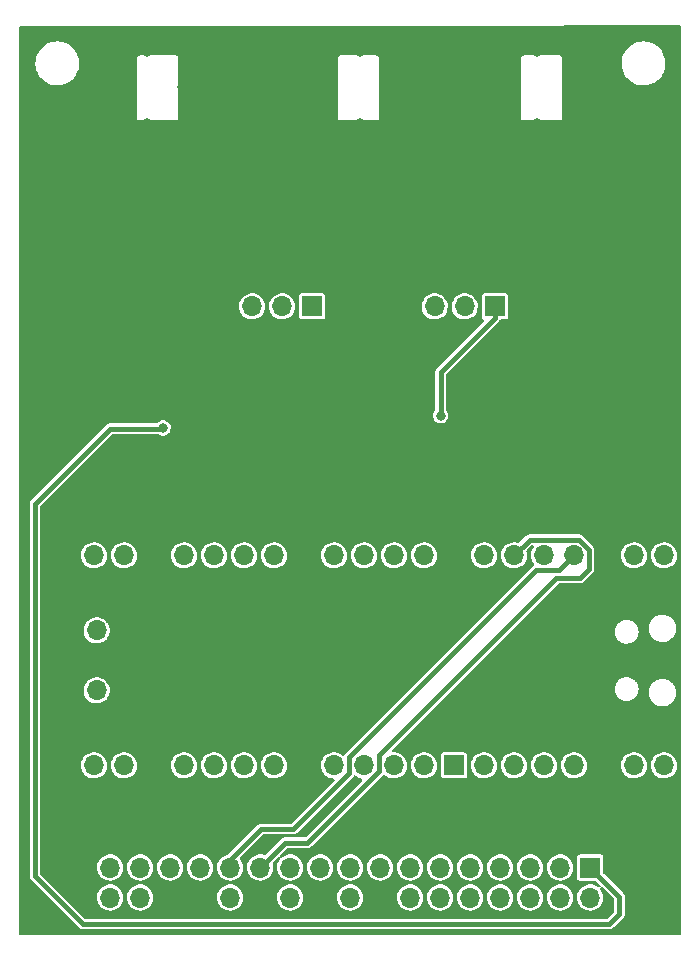
<source format=gbr>
%TF.GenerationSoftware,KiCad,Pcbnew,(6.0.9-0)*%
%TF.CreationDate,2022-12-27T14:01:03-06:00*%
%TF.ProjectId,RioPicoBridge,52696f50-6963-46f4-9272-696467652e6b,rev?*%
%TF.SameCoordinates,Original*%
%TF.FileFunction,Copper,L2,Bot*%
%TF.FilePolarity,Positive*%
%FSLAX46Y46*%
G04 Gerber Fmt 4.6, Leading zero omitted, Abs format (unit mm)*
G04 Created by KiCad (PCBNEW (6.0.9-0)) date 2022-12-27 14:01:03*
%MOMM*%
%LPD*%
G01*
G04 APERTURE LIST*
%TA.AperFunction,ComponentPad*%
%ADD10O,1.700000X1.700000*%
%TD*%
%TA.AperFunction,ComponentPad*%
%ADD11R,1.700000X1.700000*%
%TD*%
%TA.AperFunction,ViaPad*%
%ADD12C,0.800000*%
%TD*%
%TA.AperFunction,Conductor*%
%ADD13C,0.381000*%
%TD*%
G04 APERTURE END LIST*
D10*
%TO.P,J1,4,Pin_4*%
%TO.N,GND*%
X152016500Y-82143500D03*
%TO.P,J1,3,Pin_3*%
%TO.N,+3V3*%
X154556500Y-82143500D03*
%TO.P,J1,2,Pin_2*%
%TO.N,/SDA1*%
X157096500Y-82143500D03*
D11*
%TO.P,J1,1,Pin_1*%
%TO.N,/SCL1*%
X159636500Y-82143500D03*
%TD*%
D10*
%TO.P,U1,43,SWDIO*%
%TO.N,unconnected-(U1-Pad43)*%
X125930500Y-114658500D03*
D11*
%TO.P,U1,42,GND*%
%TO.N,GND*%
X125930500Y-112118500D03*
D10*
%TO.P,U1,41,SWCLK*%
%TO.N,unconnected-(U1-Pad41)*%
X125930500Y-109578500D03*
%TO.P,U1,40,VBUS*%
%TO.N,unconnected-(U1-Pad40)*%
X173960500Y-121008500D03*
%TO.P,U1,39,VSYS*%
%TO.N,Net-(D1-Pad1)*%
X171420500Y-121008500D03*
D11*
%TO.P,U1,38,GND*%
%TO.N,GND*%
X168880500Y-121008500D03*
D10*
%TO.P,U1,37,3V3_EN*%
%TO.N,unconnected-(U1-Pad37)*%
X166340500Y-121008500D03*
%TO.P,U1,36,3V3*%
%TO.N,unconnected-(U1-Pad36)*%
X163800500Y-121008500D03*
%TO.P,U1,35,ADC_VREF*%
%TO.N,unconnected-(U1-Pad35)*%
X161260500Y-121008500D03*
%TO.P,U1,34,GPIO28_ADC2*%
%TO.N,unconnected-(U1-Pad34)*%
X158720500Y-121008500D03*
D11*
%TO.P,U1,33,AGND*%
%TO.N,unconnected-(U1-Pad33)*%
X156180500Y-121008500D03*
D10*
%TO.P,U1,32,GPIO27_ADC1*%
%TO.N,unconnected-(U1-Pad32)*%
X153640500Y-121008500D03*
%TO.P,U1,31,GPIO26_ADC0*%
%TO.N,unconnected-(U1-Pad31)*%
X151100500Y-121008500D03*
%TO.P,U1,30,RUN*%
%TO.N,unconnected-(U1-Pad30)*%
X148560500Y-121008500D03*
%TO.P,U1,29,GPIO22*%
%TO.N,unconnected-(U1-Pad29)*%
X146020500Y-121008500D03*
D11*
%TO.P,U1,28,GND*%
%TO.N,GND*%
X143480500Y-121008500D03*
D10*
%TO.P,U1,27,GPIO21*%
%TO.N,unconnected-(U1-Pad27)*%
X140940500Y-121008500D03*
%TO.P,U1,26,GPIO20*%
%TO.N,unconnected-(U1-Pad26)*%
X138400500Y-121008500D03*
%TO.P,U1,25,GPIO19*%
%TO.N,unconnected-(U1-Pad25)*%
X135860500Y-121008500D03*
%TO.P,U1,24,GPIO18*%
%TO.N,unconnected-(U1-Pad24)*%
X133320500Y-121008500D03*
D11*
%TO.P,U1,23,GND*%
%TO.N,GND*%
X130780500Y-121008500D03*
D10*
%TO.P,U1,22,GPIO17*%
%TO.N,unconnected-(U1-Pad22)*%
X128240500Y-121008500D03*
%TO.P,U1,21,GPIO16*%
%TO.N,unconnected-(U1-Pad21)*%
X125700500Y-121008500D03*
%TO.P,U1,20,GPIO15*%
%TO.N,unconnected-(U1-Pad20)*%
X125700500Y-103228500D03*
%TO.P,U1,19,GPIO14*%
%TO.N,unconnected-(U1-Pad19)*%
X128240500Y-103228500D03*
D11*
%TO.P,U1,18,GND*%
%TO.N,GND*%
X130780500Y-103228500D03*
D10*
%TO.P,U1,17,GPIO13*%
%TO.N,unconnected-(U1-Pad17)*%
X133320500Y-103228500D03*
%TO.P,U1,16,GPIO12*%
%TO.N,unconnected-(U1-Pad16)*%
X135860500Y-103228500D03*
%TO.P,U1,15,GPIO11*%
%TO.N,unconnected-(U1-Pad15)*%
X138400500Y-103228500D03*
%TO.P,U1,14,GPIO10*%
%TO.N,/SCL2*%
X140940500Y-103228500D03*
D11*
%TO.P,U1,13,GND*%
%TO.N,GND*%
X143480500Y-103228500D03*
D10*
%TO.P,U1,12,GPIO9*%
%TO.N,/SDA2*%
X146020500Y-103228500D03*
%TO.P,U1,11,GPIO8*%
%TO.N,unconnected-(U1-Pad11)*%
X148560500Y-103228500D03*
%TO.P,U1,10,GPIO7*%
%TO.N,/SCL1*%
X151100500Y-103228500D03*
%TO.P,U1,9,GPIO6*%
%TO.N,/SDA1*%
X153640500Y-103228500D03*
D11*
%TO.P,U1,8,GND*%
%TO.N,GND*%
X156180500Y-103228500D03*
D10*
%TO.P,U1,7,GPIO5*%
%TO.N,/S_CS*%
X158720500Y-103228500D03*
%TO.P,U1,6,GPIO4*%
%TO.N,/CIPO*%
X161260500Y-103228500D03*
%TO.P,U1,5,GPIO3*%
%TO.N,/SCLK*%
X163800500Y-103228500D03*
%TO.P,U1,4,GPIO2*%
%TO.N,/COPI*%
X166340500Y-103228500D03*
D11*
%TO.P,U1,3,GND*%
%TO.N,GND*%
X168880500Y-103228500D03*
D10*
%TO.P,U1,2,GPIO1*%
%TO.N,/RIO_RX*%
X171420500Y-103228500D03*
%TO.P,U1,1,GPIO0*%
%TO.N,unconnected-(U1-Pad1)*%
X173960500Y-103228500D03*
%TD*%
%TO.P,J2,4,Pin_4*%
%TO.N,GND*%
X136556500Y-82143500D03*
%TO.P,J2,3,Pin_3*%
%TO.N,+3V3*%
X139096500Y-82143500D03*
%TO.P,J2,2,Pin_2*%
%TO.N,/SDA2*%
X141636500Y-82143500D03*
D11*
%TO.P,J2,1,Pin_1*%
%TO.N,/SCL2*%
X144176500Y-82143500D03*
%TD*%
D10*
%TO.P,J5,34,Pin_34*%
%TO.N,unconnected-(J5-Pad34)*%
X127081500Y-132193500D03*
%TO.P,J5,33,Pin_33*%
%TO.N,+3V3*%
X127081500Y-129653500D03*
%TO.P,J5,32,Pin_32*%
%TO.N,unconnected-(J5-Pad32)*%
X129621500Y-132193500D03*
%TO.P,J5,31,Pin_31*%
%TO.N,unconnected-(J5-Pad31)*%
X129621500Y-129653500D03*
%TO.P,J5,30,Pin_30*%
%TO.N,GND*%
X132161500Y-132193500D03*
%TO.P,J5,29,Pin_29*%
%TO.N,unconnected-(J5-Pad29)*%
X132161500Y-129653500D03*
%TO.P,J5,28,Pin_28*%
%TO.N,GND*%
X134701500Y-132193500D03*
%TO.P,J5,27,Pin_27*%
%TO.N,unconnected-(J5-Pad27)*%
X134701500Y-129653500D03*
%TO.P,J5,26,Pin_26*%
%TO.N,unconnected-(J5-Pad26)*%
X137241500Y-132193500D03*
%TO.P,J5,25,Pin_25*%
%TO.N,/COPI*%
X137241500Y-129653500D03*
%TO.P,J5,24,Pin_24*%
%TO.N,GND*%
X139781500Y-132193500D03*
%TO.P,J5,23,Pin_23*%
%TO.N,/CIPO*%
X139781500Y-129653500D03*
%TO.P,J5,22,Pin_22*%
%TO.N,unconnected-(J5-Pad22)*%
X142321500Y-132193500D03*
%TO.P,J5,21,Pin_21*%
%TO.N,/SCLK*%
X142321500Y-129653500D03*
%TO.P,J5,20,Pin_20*%
%TO.N,GND*%
X144861500Y-132193500D03*
%TO.P,J5,19,Pin_19*%
%TO.N,/S_CS*%
X144861500Y-129653500D03*
%TO.P,J5,18,Pin_18*%
%TO.N,unconnected-(J5-Pad18)*%
X147401500Y-132193500D03*
%TO.P,J5,17,Pin_17*%
%TO.N,unconnected-(J5-Pad17)*%
X147401500Y-129653500D03*
%TO.P,J5,16,Pin_16*%
%TO.N,GND*%
X149941500Y-132193500D03*
%TO.P,J5,15,Pin_15*%
%TO.N,unconnected-(J5-Pad15)*%
X149941500Y-129653500D03*
%TO.P,J5,14,Pin_14*%
%TO.N,unconnected-(J5-Pad14)*%
X152481500Y-132193500D03*
%TO.P,J5,13,Pin_13*%
%TO.N,unconnected-(J5-Pad13)*%
X152481500Y-129653500D03*
%TO.P,J5,12,Pin_12*%
%TO.N,unconnected-(J5-Pad12)*%
X155021500Y-132193500D03*
%TO.P,J5,11,Pin_11*%
%TO.N,unconnected-(J5-Pad11)*%
X155021500Y-129653500D03*
%TO.P,J5,10,Pin_10*%
%TO.N,/RIO_RX*%
X157561500Y-132193500D03*
%TO.P,J5,9,Pin_9*%
%TO.N,unconnected-(J5-Pad9)*%
X157561500Y-129653500D03*
%TO.P,J5,8,Pin_8*%
%TO.N,unconnected-(J5-Pad8)*%
X160101500Y-132193500D03*
%TO.P,J5,7,Pin_7*%
%TO.N,unconnected-(J5-Pad7)*%
X160101500Y-129653500D03*
%TO.P,J5,6,Pin_6*%
%TO.N,unconnected-(J5-Pad6)*%
X162641500Y-132193500D03*
%TO.P,J5,5,Pin_5*%
%TO.N,unconnected-(J5-Pad5)*%
X162641500Y-129653500D03*
%TO.P,J5,4,Pin_4*%
%TO.N,unconnected-(J5-Pad4)*%
X165181500Y-132193500D03*
%TO.P,J5,3,Pin_3*%
%TO.N,unconnected-(J5-Pad3)*%
X165181500Y-129653500D03*
%TO.P,J5,2,Pin_2*%
%TO.N,unconnected-(J5-Pad2)*%
X167721500Y-132193500D03*
D11*
%TO.P,J5,1,Pin_1*%
%TO.N,+5V*%
X167721500Y-129653500D03*
%TD*%
D12*
%TO.N,GND*%
X172196500Y-96593500D03*
X172196500Y-93593500D03*
X172196500Y-90593500D03*
X172196500Y-87593500D03*
X172196500Y-84593500D03*
X172196500Y-81593500D03*
X172196500Y-78593500D03*
X172196500Y-75593500D03*
X172196500Y-72593500D03*
X172196500Y-69593500D03*
X172196500Y-66593500D03*
X169196500Y-93593500D03*
X169196500Y-90593500D03*
X169196500Y-87593500D03*
X169196500Y-84593500D03*
X169196500Y-81593500D03*
X169196500Y-78593500D03*
X169196500Y-75593500D03*
X169196500Y-72593500D03*
X169196500Y-69593500D03*
X169196500Y-66593500D03*
X169196500Y-63593500D03*
X169196500Y-60593500D03*
X166196500Y-126593500D03*
X166196500Y-117593500D03*
X166196500Y-114593500D03*
X166196500Y-93593500D03*
X166196500Y-90593500D03*
X166196500Y-87593500D03*
X166196500Y-84593500D03*
X166196500Y-81593500D03*
X166196500Y-78593500D03*
X166196500Y-75593500D03*
X166196500Y-72593500D03*
X166196500Y-69593500D03*
X166196500Y-66593500D03*
X166196500Y-63593500D03*
X166196500Y-60593500D03*
X163196500Y-126593500D03*
X163196500Y-117593500D03*
X163196500Y-93593500D03*
X163196500Y-90593500D03*
X163196500Y-87593500D03*
X163196500Y-84593500D03*
X163196500Y-81593500D03*
X163196500Y-78593500D03*
X163196500Y-75593500D03*
X163196500Y-72593500D03*
X163196500Y-69593500D03*
X163196500Y-66593500D03*
X163196500Y-60593500D03*
X160196500Y-126593500D03*
X160196500Y-93593500D03*
X160196500Y-90593500D03*
X160196500Y-87593500D03*
X160196500Y-78593500D03*
X160196500Y-75593500D03*
X160196500Y-66593500D03*
X160196500Y-63593500D03*
X160196500Y-60593500D03*
X157196500Y-72593500D03*
X157196500Y-69593500D03*
X157196500Y-66593500D03*
X157196500Y-63593500D03*
X157196500Y-60593500D03*
X154196500Y-108593500D03*
X154196500Y-96593500D03*
X154196500Y-93593500D03*
X154196500Y-72593500D03*
X154196500Y-69593500D03*
X154196500Y-66593500D03*
X154196500Y-63593500D03*
X154196500Y-60593500D03*
X151196500Y-111593500D03*
X151196500Y-108593500D03*
X151196500Y-96593500D03*
X151196500Y-87593500D03*
X151196500Y-84593500D03*
X151196500Y-66593500D03*
X151196500Y-63593500D03*
X151196500Y-60593500D03*
X148196500Y-114593500D03*
X148196500Y-111593500D03*
X148196500Y-90593500D03*
X148196500Y-87593500D03*
X148196500Y-84593500D03*
X148196500Y-81593500D03*
X148196500Y-78593500D03*
X148196500Y-75593500D03*
X148196500Y-66593500D03*
X148196500Y-60593500D03*
X145196500Y-117593500D03*
X145196500Y-114593500D03*
X145196500Y-111593500D03*
X145196500Y-66593500D03*
X145196500Y-63593500D03*
X145196500Y-60593500D03*
X142196500Y-117593500D03*
X142196500Y-114593500D03*
X142196500Y-111593500D03*
X142196500Y-105593500D03*
X142196500Y-96593500D03*
X142196500Y-93593500D03*
X142196500Y-69593500D03*
X142196500Y-66593500D03*
X142196500Y-63593500D03*
X142196500Y-60593500D03*
X139196500Y-117593500D03*
X139196500Y-114593500D03*
X139196500Y-111593500D03*
X139196500Y-105593500D03*
X139196500Y-72593500D03*
X139196500Y-69593500D03*
X139196500Y-66593500D03*
X139196500Y-63593500D03*
X139196500Y-60593500D03*
X136196500Y-117593500D03*
X136196500Y-114593500D03*
X136196500Y-111593500D03*
X136196500Y-66593500D03*
X136196500Y-63593500D03*
X136196500Y-60593500D03*
X133196500Y-126593500D03*
X133196500Y-117593500D03*
X133196500Y-114593500D03*
X133196500Y-105593500D03*
X133196500Y-96593500D03*
X133196500Y-90593500D03*
X133196500Y-87593500D03*
X133196500Y-84593500D03*
X133196500Y-81593500D03*
X133196500Y-78593500D03*
X133196500Y-75593500D03*
X133196500Y-66593500D03*
X133196500Y-63593500D03*
X133196500Y-60593500D03*
X130196500Y-126593500D03*
X130196500Y-117593500D03*
X130196500Y-108593500D03*
X130196500Y-105593500D03*
X130196500Y-96593500D03*
X130196500Y-69593500D03*
X130196500Y-66593500D03*
X130196500Y-60593500D03*
X127196500Y-105593500D03*
X127196500Y-96593500D03*
X127196500Y-69593500D03*
X127196500Y-66593500D03*
X127196500Y-63593500D03*
X127196500Y-60593500D03*
X124196500Y-105593500D03*
X124196500Y-69593500D03*
X124196500Y-66593500D03*
%TO.N,+5V*%
X131546500Y-92443500D03*
%TO.N,/SCL1*%
X155046500Y-91393500D03*
%TD*%
D13*
%TO.N,/CIPO*%
X149860000Y-121463332D02*
X149860000Y-120130000D01*
X149860000Y-120130000D02*
X164846500Y-105143500D01*
X141891500Y-127543500D02*
X143779832Y-127543500D01*
X139781500Y-129653500D02*
X141891500Y-127543500D01*
X143779832Y-127543500D02*
X149860000Y-121463332D01*
X166846500Y-105143500D02*
X167596500Y-104393500D01*
X164846500Y-105143500D02*
X166846500Y-105143500D01*
X167596500Y-104393500D02*
X167596500Y-102730168D01*
X167596500Y-102730168D02*
X166759832Y-101893500D01*
X166759832Y-101893500D02*
X162595500Y-101893500D01*
X162595500Y-101893500D02*
X161260500Y-103228500D01*
%TO.N,/COPI*%
X163171000Y-104469000D02*
X147320000Y-120320000D01*
X165100000Y-104469000D02*
X163171000Y-104469000D01*
X147320000Y-120320000D02*
X147320000Y-121670000D01*
X147320000Y-121670000D02*
X142596500Y-126393500D01*
X166340500Y-103228500D02*
X165100000Y-104469000D01*
X142596500Y-126393500D02*
X139846500Y-126393500D01*
X139846500Y-126393500D02*
X137241500Y-128998500D01*
X137241500Y-128998500D02*
X137241500Y-129653500D01*
%TO.N,+5V*%
X170196500Y-133593500D02*
X170196500Y-132128500D01*
X131496500Y-92493500D02*
X127046500Y-92493500D01*
X127046500Y-92493500D02*
X120696500Y-98843500D01*
X124746500Y-134443500D02*
X169346500Y-134443500D01*
X131546500Y-92443500D02*
X131496500Y-92493500D01*
X120696500Y-98843500D02*
X120696500Y-130393500D01*
X120696500Y-130393500D02*
X124746500Y-134443500D01*
X169346500Y-134443500D02*
X170196500Y-133593500D01*
X170196500Y-132128500D02*
X167721500Y-129653500D01*
%TO.N,/SCL1*%
X155046500Y-87693500D02*
X159636500Y-83103500D01*
X155046500Y-91393500D02*
X155046500Y-87693500D01*
X159636500Y-83103500D02*
X159636500Y-82143500D01*
%TD*%
%TA.AperFunction,Conductor*%
%TO.N,GND*%
G36*
X175387524Y-58374787D02*
G01*
X175434066Y-58428400D01*
X175445500Y-58480847D01*
X175445500Y-135233000D01*
X175425498Y-135301121D01*
X175371842Y-135347614D01*
X175319500Y-135359000D01*
X119477000Y-135359000D01*
X119408879Y-135338998D01*
X119362386Y-135285342D01*
X119351000Y-135233000D01*
X119351000Y-130407636D01*
X120246696Y-130407636D01*
X120252214Y-130437845D01*
X120257105Y-130464626D01*
X120257755Y-130468534D01*
X120266368Y-130525826D01*
X120269456Y-130532257D01*
X120270737Y-130539271D01*
X120285477Y-130567647D01*
X120297444Y-130590684D01*
X120299213Y-130594224D01*
X120324292Y-130646452D01*
X120329134Y-130651690D01*
X120332421Y-130658018D01*
X120336684Y-130663009D01*
X120373463Y-130699788D01*
X120376892Y-130703354D01*
X120415125Y-130744714D01*
X120421419Y-130748370D01*
X120427422Y-130753747D01*
X124407873Y-134734198D01*
X124417728Y-134745287D01*
X124438436Y-134771555D01*
X124446183Y-134776910D01*
X124446185Y-134776911D01*
X124486081Y-134804484D01*
X124489304Y-134806787D01*
X124535919Y-134841218D01*
X124542650Y-134843582D01*
X124548516Y-134847636D01*
X124603734Y-134865099D01*
X124607475Y-134866347D01*
X124653286Y-134882435D01*
X124653291Y-134882436D01*
X124662173Y-134885555D01*
X124669302Y-134885835D01*
X124676100Y-134887985D01*
X124682643Y-134888500D01*
X124734659Y-134888500D01*
X124739605Y-134888597D01*
X124795884Y-134890808D01*
X124802919Y-134888943D01*
X124810965Y-134888500D01*
X169312613Y-134888500D01*
X169327423Y-134889373D01*
X169360636Y-134893304D01*
X169417641Y-134882893D01*
X169421534Y-134882245D01*
X169437742Y-134879808D01*
X169478826Y-134873632D01*
X169485257Y-134870544D01*
X169492271Y-134869263D01*
X169543685Y-134842556D01*
X169547225Y-134840787D01*
X169590956Y-134819788D01*
X169590957Y-134819787D01*
X169599452Y-134815708D01*
X169604690Y-134810866D01*
X169611018Y-134807579D01*
X169616009Y-134803316D01*
X169652788Y-134766537D01*
X169656354Y-134763108D01*
X169690796Y-134731270D01*
X169697714Y-134724875D01*
X169701370Y-134718581D01*
X169706747Y-134712578D01*
X170487198Y-133932127D01*
X170498287Y-133922272D01*
X170517158Y-133907395D01*
X170524555Y-133901564D01*
X170557495Y-133853903D01*
X170559790Y-133850691D01*
X170588621Y-133811657D01*
X170594218Y-133804080D01*
X170596581Y-133797351D01*
X170600636Y-133791484D01*
X170618096Y-133736275D01*
X170619347Y-133732525D01*
X170635435Y-133686714D01*
X170635436Y-133686706D01*
X170638555Y-133677826D01*
X170638835Y-133670698D01*
X170640985Y-133663900D01*
X170641500Y-133657357D01*
X170641500Y-133605341D01*
X170641597Y-133600395D01*
X170643438Y-133553526D01*
X170643808Y-133544116D01*
X170641943Y-133537081D01*
X170641500Y-133529035D01*
X170641500Y-132162388D01*
X170642373Y-132147578D01*
X170645197Y-132123718D01*
X170646304Y-132114365D01*
X170644612Y-132105098D01*
X170635898Y-132057384D01*
X170635248Y-132053481D01*
X170628032Y-132005485D01*
X170628032Y-132005484D01*
X170626632Y-131996174D01*
X170623544Y-131989743D01*
X170622263Y-131982729D01*
X170595556Y-131931315D01*
X170593787Y-131927775D01*
X170572788Y-131884044D01*
X170572787Y-131884043D01*
X170568708Y-131875548D01*
X170563866Y-131870310D01*
X170560579Y-131863982D01*
X170556317Y-131858992D01*
X170519537Y-131822212D01*
X170516108Y-131818646D01*
X170484270Y-131784204D01*
X170477875Y-131777286D01*
X170471581Y-131773630D01*
X170465578Y-131768253D01*
X168862905Y-130165580D01*
X168828879Y-130103268D01*
X168826000Y-130076485D01*
X168825999Y-128784623D01*
X168825999Y-128778434D01*
X168811234Y-128704199D01*
X168785154Y-128665167D01*
X168761877Y-128630332D01*
X168754984Y-128620016D01*
X168670801Y-128563766D01*
X168596567Y-128549000D01*
X167721642Y-128549000D01*
X166846434Y-128549001D01*
X166810682Y-128556112D01*
X166784374Y-128561344D01*
X166784372Y-128561345D01*
X166772199Y-128563766D01*
X166761879Y-128570661D01*
X166761878Y-128570662D01*
X166728178Y-128593180D01*
X166688016Y-128620016D01*
X166631766Y-128704199D01*
X166617000Y-128778433D01*
X166617001Y-130528566D01*
X166631766Y-130602801D01*
X166638661Y-130613121D01*
X166638662Y-130613122D01*
X166679016Y-130673515D01*
X166688016Y-130686984D01*
X166772199Y-130743234D01*
X166846433Y-130758000D01*
X166989536Y-130758000D01*
X168144484Y-130757999D01*
X168212605Y-130778001D01*
X168233579Y-130794904D01*
X168567776Y-131129101D01*
X168601802Y-131191413D01*
X168596737Y-131262228D01*
X168554190Y-131319064D01*
X168487670Y-131343875D01*
X168418296Y-131328784D01*
X168401975Y-131318157D01*
X168401003Y-131317411D01*
X168396758Y-131313487D01*
X168391875Y-131310406D01*
X168391871Y-131310403D01*
X168229964Y-131208248D01*
X168225081Y-131205167D01*
X168036539Y-131129946D01*
X168030879Y-131128820D01*
X168030875Y-131128819D01*
X167843113Y-131091471D01*
X167843110Y-131091471D01*
X167837446Y-131090344D01*
X167831671Y-131090268D01*
X167831667Y-131090268D01*
X167730293Y-131088941D01*
X167634471Y-131087687D01*
X167628774Y-131088666D01*
X167628773Y-131088666D01*
X167440107Y-131121085D01*
X167434410Y-131122064D01*
X167243963Y-131192324D01*
X167069510Y-131296112D01*
X167065170Y-131299918D01*
X167065166Y-131299921D01*
X167015047Y-131343875D01*
X166916892Y-131429955D01*
X166791220Y-131589369D01*
X166788531Y-131594480D01*
X166788529Y-131594483D01*
X166775573Y-131619109D01*
X166696703Y-131769015D01*
X166636507Y-131962878D01*
X166612648Y-132164464D01*
X166625924Y-132367022D01*
X166627345Y-132372618D01*
X166627346Y-132372623D01*
X166647619Y-132452445D01*
X166675892Y-132563769D01*
X166678309Y-132569012D01*
X166715510Y-132649708D01*
X166760877Y-132748116D01*
X166878033Y-132913889D01*
X167023438Y-133055535D01*
X167192220Y-133168312D01*
X167197523Y-133170590D01*
X167197526Y-133170592D01*
X167286207Y-133208692D01*
X167378728Y-133248442D01*
X167451744Y-133264964D01*
X167571079Y-133291967D01*
X167571084Y-133291968D01*
X167576716Y-133293242D01*
X167582487Y-133293469D01*
X167582489Y-133293469D01*
X167642256Y-133295817D01*
X167779553Y-133301212D01*
X167879999Y-133286648D01*
X167974731Y-133272913D01*
X167974736Y-133272912D01*
X167980445Y-133272084D01*
X167985909Y-133270229D01*
X167985914Y-133270228D01*
X168167193Y-133208692D01*
X168167198Y-133208690D01*
X168172665Y-133206834D01*
X168349776Y-133107647D01*
X168412434Y-133055535D01*
X168501413Y-132981531D01*
X168505845Y-132977845D01*
X168635647Y-132821776D01*
X168734834Y-132644665D01*
X168736690Y-132639198D01*
X168736692Y-132639193D01*
X168798228Y-132457914D01*
X168798229Y-132457909D01*
X168800084Y-132452445D01*
X168800912Y-132446736D01*
X168800913Y-132446731D01*
X168828679Y-132255227D01*
X168829212Y-132251553D01*
X168830732Y-132193500D01*
X168812158Y-131991359D01*
X168808985Y-131980108D01*
X168758625Y-131801546D01*
X168758624Y-131801544D01*
X168757057Y-131795987D01*
X168751247Y-131784204D01*
X168669831Y-131619109D01*
X168667276Y-131613928D01*
X168576493Y-131492355D01*
X168551761Y-131425805D01*
X168566935Y-131356449D01*
X168617197Y-131306307D01*
X168686589Y-131291298D01*
X168753080Y-131316188D01*
X168766546Y-131327871D01*
X169714595Y-132275920D01*
X169748621Y-132338232D01*
X169751500Y-132365015D01*
X169751500Y-133356985D01*
X169731498Y-133425106D01*
X169714595Y-133446080D01*
X169199080Y-133961595D01*
X169136768Y-133995621D01*
X169109985Y-133998500D01*
X124983015Y-133998500D01*
X124914894Y-133978498D01*
X124893920Y-133961595D01*
X123096789Y-132164464D01*
X125972648Y-132164464D01*
X125985924Y-132367022D01*
X125987345Y-132372618D01*
X125987346Y-132372623D01*
X126007619Y-132452445D01*
X126035892Y-132563769D01*
X126038309Y-132569012D01*
X126075510Y-132649708D01*
X126120877Y-132748116D01*
X126238033Y-132913889D01*
X126383438Y-133055535D01*
X126552220Y-133168312D01*
X126557523Y-133170590D01*
X126557526Y-133170592D01*
X126646207Y-133208692D01*
X126738728Y-133248442D01*
X126811744Y-133264964D01*
X126931079Y-133291967D01*
X126931084Y-133291968D01*
X126936716Y-133293242D01*
X126942487Y-133293469D01*
X126942489Y-133293469D01*
X127002256Y-133295817D01*
X127139553Y-133301212D01*
X127239999Y-133286648D01*
X127334731Y-133272913D01*
X127334736Y-133272912D01*
X127340445Y-133272084D01*
X127345909Y-133270229D01*
X127345914Y-133270228D01*
X127527193Y-133208692D01*
X127527198Y-133208690D01*
X127532665Y-133206834D01*
X127709776Y-133107647D01*
X127772434Y-133055535D01*
X127861413Y-132981531D01*
X127865845Y-132977845D01*
X127995647Y-132821776D01*
X128094834Y-132644665D01*
X128096690Y-132639198D01*
X128096692Y-132639193D01*
X128158228Y-132457914D01*
X128158229Y-132457909D01*
X128160084Y-132452445D01*
X128160912Y-132446736D01*
X128160913Y-132446731D01*
X128188679Y-132255227D01*
X128189212Y-132251553D01*
X128190732Y-132193500D01*
X128188064Y-132164464D01*
X128512648Y-132164464D01*
X128525924Y-132367022D01*
X128527345Y-132372618D01*
X128527346Y-132372623D01*
X128547619Y-132452445D01*
X128575892Y-132563769D01*
X128578309Y-132569012D01*
X128615510Y-132649708D01*
X128660877Y-132748116D01*
X128778033Y-132913889D01*
X128923438Y-133055535D01*
X129092220Y-133168312D01*
X129097523Y-133170590D01*
X129097526Y-133170592D01*
X129186207Y-133208692D01*
X129278728Y-133248442D01*
X129351744Y-133264964D01*
X129471079Y-133291967D01*
X129471084Y-133291968D01*
X129476716Y-133293242D01*
X129482487Y-133293469D01*
X129482489Y-133293469D01*
X129542256Y-133295817D01*
X129679553Y-133301212D01*
X129779999Y-133286648D01*
X129874731Y-133272913D01*
X129874736Y-133272912D01*
X129880445Y-133272084D01*
X129885909Y-133270229D01*
X129885914Y-133270228D01*
X130067193Y-133208692D01*
X130067198Y-133208690D01*
X130072665Y-133206834D01*
X130249776Y-133107647D01*
X130312434Y-133055535D01*
X130401413Y-132981531D01*
X130405845Y-132977845D01*
X130535647Y-132821776D01*
X130634834Y-132644665D01*
X130636690Y-132639198D01*
X130636692Y-132639193D01*
X130698228Y-132457914D01*
X130698229Y-132457909D01*
X130700084Y-132452445D01*
X130700912Y-132446736D01*
X130700913Y-132446731D01*
X130728679Y-132255227D01*
X130729212Y-132251553D01*
X130730732Y-132193500D01*
X130728064Y-132164464D01*
X136132648Y-132164464D01*
X136145924Y-132367022D01*
X136147345Y-132372618D01*
X136147346Y-132372623D01*
X136167619Y-132452445D01*
X136195892Y-132563769D01*
X136198309Y-132569012D01*
X136235510Y-132649708D01*
X136280877Y-132748116D01*
X136398033Y-132913889D01*
X136543438Y-133055535D01*
X136712220Y-133168312D01*
X136717523Y-133170590D01*
X136717526Y-133170592D01*
X136806207Y-133208692D01*
X136898728Y-133248442D01*
X136971744Y-133264964D01*
X137091079Y-133291967D01*
X137091084Y-133291968D01*
X137096716Y-133293242D01*
X137102487Y-133293469D01*
X137102489Y-133293469D01*
X137162256Y-133295817D01*
X137299553Y-133301212D01*
X137399999Y-133286648D01*
X137494731Y-133272913D01*
X137494736Y-133272912D01*
X137500445Y-133272084D01*
X137505909Y-133270229D01*
X137505914Y-133270228D01*
X137687193Y-133208692D01*
X137687198Y-133208690D01*
X137692665Y-133206834D01*
X137869776Y-133107647D01*
X137932434Y-133055535D01*
X138021413Y-132981531D01*
X138025845Y-132977845D01*
X138155647Y-132821776D01*
X138254834Y-132644665D01*
X138256690Y-132639198D01*
X138256692Y-132639193D01*
X138318228Y-132457914D01*
X138318229Y-132457909D01*
X138320084Y-132452445D01*
X138320912Y-132446736D01*
X138320913Y-132446731D01*
X138348679Y-132255227D01*
X138349212Y-132251553D01*
X138350732Y-132193500D01*
X138348064Y-132164464D01*
X141212648Y-132164464D01*
X141225924Y-132367022D01*
X141227345Y-132372618D01*
X141227346Y-132372623D01*
X141247619Y-132452445D01*
X141275892Y-132563769D01*
X141278309Y-132569012D01*
X141315510Y-132649708D01*
X141360877Y-132748116D01*
X141478033Y-132913889D01*
X141623438Y-133055535D01*
X141792220Y-133168312D01*
X141797523Y-133170590D01*
X141797526Y-133170592D01*
X141886207Y-133208692D01*
X141978728Y-133248442D01*
X142051744Y-133264964D01*
X142171079Y-133291967D01*
X142171084Y-133291968D01*
X142176716Y-133293242D01*
X142182487Y-133293469D01*
X142182489Y-133293469D01*
X142242256Y-133295817D01*
X142379553Y-133301212D01*
X142479999Y-133286648D01*
X142574731Y-133272913D01*
X142574736Y-133272912D01*
X142580445Y-133272084D01*
X142585909Y-133270229D01*
X142585914Y-133270228D01*
X142767193Y-133208692D01*
X142767198Y-133208690D01*
X142772665Y-133206834D01*
X142949776Y-133107647D01*
X143012434Y-133055535D01*
X143101413Y-132981531D01*
X143105845Y-132977845D01*
X143235647Y-132821776D01*
X143334834Y-132644665D01*
X143336690Y-132639198D01*
X143336692Y-132639193D01*
X143398228Y-132457914D01*
X143398229Y-132457909D01*
X143400084Y-132452445D01*
X143400912Y-132446736D01*
X143400913Y-132446731D01*
X143428679Y-132255227D01*
X143429212Y-132251553D01*
X143430732Y-132193500D01*
X143428064Y-132164464D01*
X146292648Y-132164464D01*
X146305924Y-132367022D01*
X146307345Y-132372618D01*
X146307346Y-132372623D01*
X146327619Y-132452445D01*
X146355892Y-132563769D01*
X146358309Y-132569012D01*
X146395510Y-132649708D01*
X146440877Y-132748116D01*
X146558033Y-132913889D01*
X146703438Y-133055535D01*
X146872220Y-133168312D01*
X146877523Y-133170590D01*
X146877526Y-133170592D01*
X146966207Y-133208692D01*
X147058728Y-133248442D01*
X147131744Y-133264964D01*
X147251079Y-133291967D01*
X147251084Y-133291968D01*
X147256716Y-133293242D01*
X147262487Y-133293469D01*
X147262489Y-133293469D01*
X147322256Y-133295817D01*
X147459553Y-133301212D01*
X147559999Y-133286648D01*
X147654731Y-133272913D01*
X147654736Y-133272912D01*
X147660445Y-133272084D01*
X147665909Y-133270229D01*
X147665914Y-133270228D01*
X147847193Y-133208692D01*
X147847198Y-133208690D01*
X147852665Y-133206834D01*
X148029776Y-133107647D01*
X148092434Y-133055535D01*
X148181413Y-132981531D01*
X148185845Y-132977845D01*
X148315647Y-132821776D01*
X148414834Y-132644665D01*
X148416690Y-132639198D01*
X148416692Y-132639193D01*
X148478228Y-132457914D01*
X148478229Y-132457909D01*
X148480084Y-132452445D01*
X148480912Y-132446736D01*
X148480913Y-132446731D01*
X148508679Y-132255227D01*
X148509212Y-132251553D01*
X148510732Y-132193500D01*
X148508064Y-132164464D01*
X151372648Y-132164464D01*
X151385924Y-132367022D01*
X151387345Y-132372618D01*
X151387346Y-132372623D01*
X151407619Y-132452445D01*
X151435892Y-132563769D01*
X151438309Y-132569012D01*
X151475510Y-132649708D01*
X151520877Y-132748116D01*
X151638033Y-132913889D01*
X151783438Y-133055535D01*
X151952220Y-133168312D01*
X151957523Y-133170590D01*
X151957526Y-133170592D01*
X152046207Y-133208692D01*
X152138728Y-133248442D01*
X152211744Y-133264964D01*
X152331079Y-133291967D01*
X152331084Y-133291968D01*
X152336716Y-133293242D01*
X152342487Y-133293469D01*
X152342489Y-133293469D01*
X152402256Y-133295817D01*
X152539553Y-133301212D01*
X152639999Y-133286648D01*
X152734731Y-133272913D01*
X152734736Y-133272912D01*
X152740445Y-133272084D01*
X152745909Y-133270229D01*
X152745914Y-133270228D01*
X152927193Y-133208692D01*
X152927198Y-133208690D01*
X152932665Y-133206834D01*
X153109776Y-133107647D01*
X153172434Y-133055535D01*
X153261413Y-132981531D01*
X153265845Y-132977845D01*
X153395647Y-132821776D01*
X153494834Y-132644665D01*
X153496690Y-132639198D01*
X153496692Y-132639193D01*
X153558228Y-132457914D01*
X153558229Y-132457909D01*
X153560084Y-132452445D01*
X153560912Y-132446736D01*
X153560913Y-132446731D01*
X153588679Y-132255227D01*
X153589212Y-132251553D01*
X153590732Y-132193500D01*
X153588064Y-132164464D01*
X153912648Y-132164464D01*
X153925924Y-132367022D01*
X153927345Y-132372618D01*
X153927346Y-132372623D01*
X153947619Y-132452445D01*
X153975892Y-132563769D01*
X153978309Y-132569012D01*
X154015510Y-132649708D01*
X154060877Y-132748116D01*
X154178033Y-132913889D01*
X154323438Y-133055535D01*
X154492220Y-133168312D01*
X154497523Y-133170590D01*
X154497526Y-133170592D01*
X154586207Y-133208692D01*
X154678728Y-133248442D01*
X154751744Y-133264964D01*
X154871079Y-133291967D01*
X154871084Y-133291968D01*
X154876716Y-133293242D01*
X154882487Y-133293469D01*
X154882489Y-133293469D01*
X154942256Y-133295817D01*
X155079553Y-133301212D01*
X155179999Y-133286648D01*
X155274731Y-133272913D01*
X155274736Y-133272912D01*
X155280445Y-133272084D01*
X155285909Y-133270229D01*
X155285914Y-133270228D01*
X155467193Y-133208692D01*
X155467198Y-133208690D01*
X155472665Y-133206834D01*
X155649776Y-133107647D01*
X155712434Y-133055535D01*
X155801413Y-132981531D01*
X155805845Y-132977845D01*
X155935647Y-132821776D01*
X156034834Y-132644665D01*
X156036690Y-132639198D01*
X156036692Y-132639193D01*
X156098228Y-132457914D01*
X156098229Y-132457909D01*
X156100084Y-132452445D01*
X156100912Y-132446736D01*
X156100913Y-132446731D01*
X156128679Y-132255227D01*
X156129212Y-132251553D01*
X156130732Y-132193500D01*
X156128064Y-132164464D01*
X156452648Y-132164464D01*
X156465924Y-132367022D01*
X156467345Y-132372618D01*
X156467346Y-132372623D01*
X156487619Y-132452445D01*
X156515892Y-132563769D01*
X156518309Y-132569012D01*
X156555510Y-132649708D01*
X156600877Y-132748116D01*
X156718033Y-132913889D01*
X156863438Y-133055535D01*
X157032220Y-133168312D01*
X157037523Y-133170590D01*
X157037526Y-133170592D01*
X157126207Y-133208692D01*
X157218728Y-133248442D01*
X157291744Y-133264964D01*
X157411079Y-133291967D01*
X157411084Y-133291968D01*
X157416716Y-133293242D01*
X157422487Y-133293469D01*
X157422489Y-133293469D01*
X157482256Y-133295817D01*
X157619553Y-133301212D01*
X157719999Y-133286648D01*
X157814731Y-133272913D01*
X157814736Y-133272912D01*
X157820445Y-133272084D01*
X157825909Y-133270229D01*
X157825914Y-133270228D01*
X158007193Y-133208692D01*
X158007198Y-133208690D01*
X158012665Y-133206834D01*
X158189776Y-133107647D01*
X158252434Y-133055535D01*
X158341413Y-132981531D01*
X158345845Y-132977845D01*
X158475647Y-132821776D01*
X158574834Y-132644665D01*
X158576690Y-132639198D01*
X158576692Y-132639193D01*
X158638228Y-132457914D01*
X158638229Y-132457909D01*
X158640084Y-132452445D01*
X158640912Y-132446736D01*
X158640913Y-132446731D01*
X158668679Y-132255227D01*
X158669212Y-132251553D01*
X158670732Y-132193500D01*
X158668064Y-132164464D01*
X158992648Y-132164464D01*
X159005924Y-132367022D01*
X159007345Y-132372618D01*
X159007346Y-132372623D01*
X159027619Y-132452445D01*
X159055892Y-132563769D01*
X159058309Y-132569012D01*
X159095510Y-132649708D01*
X159140877Y-132748116D01*
X159258033Y-132913889D01*
X159403438Y-133055535D01*
X159572220Y-133168312D01*
X159577523Y-133170590D01*
X159577526Y-133170592D01*
X159666207Y-133208692D01*
X159758728Y-133248442D01*
X159831744Y-133264964D01*
X159951079Y-133291967D01*
X159951084Y-133291968D01*
X159956716Y-133293242D01*
X159962487Y-133293469D01*
X159962489Y-133293469D01*
X160022256Y-133295817D01*
X160159553Y-133301212D01*
X160259999Y-133286648D01*
X160354731Y-133272913D01*
X160354736Y-133272912D01*
X160360445Y-133272084D01*
X160365909Y-133270229D01*
X160365914Y-133270228D01*
X160547193Y-133208692D01*
X160547198Y-133208690D01*
X160552665Y-133206834D01*
X160729776Y-133107647D01*
X160792434Y-133055535D01*
X160881413Y-132981531D01*
X160885845Y-132977845D01*
X161015647Y-132821776D01*
X161114834Y-132644665D01*
X161116690Y-132639198D01*
X161116692Y-132639193D01*
X161178228Y-132457914D01*
X161178229Y-132457909D01*
X161180084Y-132452445D01*
X161180912Y-132446736D01*
X161180913Y-132446731D01*
X161208679Y-132255227D01*
X161209212Y-132251553D01*
X161210732Y-132193500D01*
X161208064Y-132164464D01*
X161532648Y-132164464D01*
X161545924Y-132367022D01*
X161547345Y-132372618D01*
X161547346Y-132372623D01*
X161567619Y-132452445D01*
X161595892Y-132563769D01*
X161598309Y-132569012D01*
X161635510Y-132649708D01*
X161680877Y-132748116D01*
X161798033Y-132913889D01*
X161943438Y-133055535D01*
X162112220Y-133168312D01*
X162117523Y-133170590D01*
X162117526Y-133170592D01*
X162206207Y-133208692D01*
X162298728Y-133248442D01*
X162371744Y-133264964D01*
X162491079Y-133291967D01*
X162491084Y-133291968D01*
X162496716Y-133293242D01*
X162502487Y-133293469D01*
X162502489Y-133293469D01*
X162562256Y-133295817D01*
X162699553Y-133301212D01*
X162799999Y-133286648D01*
X162894731Y-133272913D01*
X162894736Y-133272912D01*
X162900445Y-133272084D01*
X162905909Y-133270229D01*
X162905914Y-133270228D01*
X163087193Y-133208692D01*
X163087198Y-133208690D01*
X163092665Y-133206834D01*
X163269776Y-133107647D01*
X163332434Y-133055535D01*
X163421413Y-132981531D01*
X163425845Y-132977845D01*
X163555647Y-132821776D01*
X163654834Y-132644665D01*
X163656690Y-132639198D01*
X163656692Y-132639193D01*
X163718228Y-132457914D01*
X163718229Y-132457909D01*
X163720084Y-132452445D01*
X163720912Y-132446736D01*
X163720913Y-132446731D01*
X163748679Y-132255227D01*
X163749212Y-132251553D01*
X163750732Y-132193500D01*
X163748064Y-132164464D01*
X164072648Y-132164464D01*
X164085924Y-132367022D01*
X164087345Y-132372618D01*
X164087346Y-132372623D01*
X164107619Y-132452445D01*
X164135892Y-132563769D01*
X164138309Y-132569012D01*
X164175510Y-132649708D01*
X164220877Y-132748116D01*
X164338033Y-132913889D01*
X164483438Y-133055535D01*
X164652220Y-133168312D01*
X164657523Y-133170590D01*
X164657526Y-133170592D01*
X164746207Y-133208692D01*
X164838728Y-133248442D01*
X164911744Y-133264964D01*
X165031079Y-133291967D01*
X165031084Y-133291968D01*
X165036716Y-133293242D01*
X165042487Y-133293469D01*
X165042489Y-133293469D01*
X165102256Y-133295817D01*
X165239553Y-133301212D01*
X165339999Y-133286648D01*
X165434731Y-133272913D01*
X165434736Y-133272912D01*
X165440445Y-133272084D01*
X165445909Y-133270229D01*
X165445914Y-133270228D01*
X165627193Y-133208692D01*
X165627198Y-133208690D01*
X165632665Y-133206834D01*
X165809776Y-133107647D01*
X165872434Y-133055535D01*
X165961413Y-132981531D01*
X165965845Y-132977845D01*
X166095647Y-132821776D01*
X166194834Y-132644665D01*
X166196690Y-132639198D01*
X166196692Y-132639193D01*
X166258228Y-132457914D01*
X166258229Y-132457909D01*
X166260084Y-132452445D01*
X166260912Y-132446736D01*
X166260913Y-132446731D01*
X166288679Y-132255227D01*
X166289212Y-132251553D01*
X166290732Y-132193500D01*
X166272158Y-131991359D01*
X166268985Y-131980108D01*
X166218625Y-131801546D01*
X166218624Y-131801544D01*
X166217057Y-131795987D01*
X166211247Y-131784204D01*
X166129831Y-131619109D01*
X166127276Y-131613928D01*
X166005820Y-131451279D01*
X165873306Y-131328784D01*
X165861003Y-131317411D01*
X165856758Y-131313487D01*
X165851875Y-131310406D01*
X165851871Y-131310403D01*
X165689964Y-131208248D01*
X165685081Y-131205167D01*
X165496539Y-131129946D01*
X165490879Y-131128820D01*
X165490875Y-131128819D01*
X165303113Y-131091471D01*
X165303110Y-131091471D01*
X165297446Y-131090344D01*
X165291671Y-131090268D01*
X165291667Y-131090268D01*
X165190293Y-131088941D01*
X165094471Y-131087687D01*
X165088774Y-131088666D01*
X165088773Y-131088666D01*
X164900107Y-131121085D01*
X164894410Y-131122064D01*
X164703963Y-131192324D01*
X164529510Y-131296112D01*
X164525170Y-131299918D01*
X164525166Y-131299921D01*
X164475047Y-131343875D01*
X164376892Y-131429955D01*
X164251220Y-131589369D01*
X164248531Y-131594480D01*
X164248529Y-131594483D01*
X164235573Y-131619109D01*
X164156703Y-131769015D01*
X164096507Y-131962878D01*
X164072648Y-132164464D01*
X163748064Y-132164464D01*
X163732158Y-131991359D01*
X163728985Y-131980108D01*
X163678625Y-131801546D01*
X163678624Y-131801544D01*
X163677057Y-131795987D01*
X163671247Y-131784204D01*
X163589831Y-131619109D01*
X163587276Y-131613928D01*
X163465820Y-131451279D01*
X163333306Y-131328784D01*
X163321003Y-131317411D01*
X163316758Y-131313487D01*
X163311875Y-131310406D01*
X163311871Y-131310403D01*
X163149964Y-131208248D01*
X163145081Y-131205167D01*
X162956539Y-131129946D01*
X162950879Y-131128820D01*
X162950875Y-131128819D01*
X162763113Y-131091471D01*
X162763110Y-131091471D01*
X162757446Y-131090344D01*
X162751671Y-131090268D01*
X162751667Y-131090268D01*
X162650293Y-131088941D01*
X162554471Y-131087687D01*
X162548774Y-131088666D01*
X162548773Y-131088666D01*
X162360107Y-131121085D01*
X162354410Y-131122064D01*
X162163963Y-131192324D01*
X161989510Y-131296112D01*
X161985170Y-131299918D01*
X161985166Y-131299921D01*
X161935047Y-131343875D01*
X161836892Y-131429955D01*
X161711220Y-131589369D01*
X161708531Y-131594480D01*
X161708529Y-131594483D01*
X161695573Y-131619109D01*
X161616703Y-131769015D01*
X161556507Y-131962878D01*
X161532648Y-132164464D01*
X161208064Y-132164464D01*
X161192158Y-131991359D01*
X161188985Y-131980108D01*
X161138625Y-131801546D01*
X161138624Y-131801544D01*
X161137057Y-131795987D01*
X161131247Y-131784204D01*
X161049831Y-131619109D01*
X161047276Y-131613928D01*
X160925820Y-131451279D01*
X160793306Y-131328784D01*
X160781003Y-131317411D01*
X160776758Y-131313487D01*
X160771875Y-131310406D01*
X160771871Y-131310403D01*
X160609964Y-131208248D01*
X160605081Y-131205167D01*
X160416539Y-131129946D01*
X160410879Y-131128820D01*
X160410875Y-131128819D01*
X160223113Y-131091471D01*
X160223110Y-131091471D01*
X160217446Y-131090344D01*
X160211671Y-131090268D01*
X160211667Y-131090268D01*
X160110293Y-131088941D01*
X160014471Y-131087687D01*
X160008774Y-131088666D01*
X160008773Y-131088666D01*
X159820107Y-131121085D01*
X159814410Y-131122064D01*
X159623963Y-131192324D01*
X159449510Y-131296112D01*
X159445170Y-131299918D01*
X159445166Y-131299921D01*
X159395047Y-131343875D01*
X159296892Y-131429955D01*
X159171220Y-131589369D01*
X159168531Y-131594480D01*
X159168529Y-131594483D01*
X159155573Y-131619109D01*
X159076703Y-131769015D01*
X159016507Y-131962878D01*
X158992648Y-132164464D01*
X158668064Y-132164464D01*
X158652158Y-131991359D01*
X158648985Y-131980108D01*
X158598625Y-131801546D01*
X158598624Y-131801544D01*
X158597057Y-131795987D01*
X158591247Y-131784204D01*
X158509831Y-131619109D01*
X158507276Y-131613928D01*
X158385820Y-131451279D01*
X158253306Y-131328784D01*
X158241003Y-131317411D01*
X158236758Y-131313487D01*
X158231875Y-131310406D01*
X158231871Y-131310403D01*
X158069964Y-131208248D01*
X158065081Y-131205167D01*
X157876539Y-131129946D01*
X157870879Y-131128820D01*
X157870875Y-131128819D01*
X157683113Y-131091471D01*
X157683110Y-131091471D01*
X157677446Y-131090344D01*
X157671671Y-131090268D01*
X157671667Y-131090268D01*
X157570293Y-131088941D01*
X157474471Y-131087687D01*
X157468774Y-131088666D01*
X157468773Y-131088666D01*
X157280107Y-131121085D01*
X157274410Y-131122064D01*
X157083963Y-131192324D01*
X156909510Y-131296112D01*
X156905170Y-131299918D01*
X156905166Y-131299921D01*
X156855047Y-131343875D01*
X156756892Y-131429955D01*
X156631220Y-131589369D01*
X156628531Y-131594480D01*
X156628529Y-131594483D01*
X156615573Y-131619109D01*
X156536703Y-131769015D01*
X156476507Y-131962878D01*
X156452648Y-132164464D01*
X156128064Y-132164464D01*
X156112158Y-131991359D01*
X156108985Y-131980108D01*
X156058625Y-131801546D01*
X156058624Y-131801544D01*
X156057057Y-131795987D01*
X156051247Y-131784204D01*
X155969831Y-131619109D01*
X155967276Y-131613928D01*
X155845820Y-131451279D01*
X155713306Y-131328784D01*
X155701003Y-131317411D01*
X155696758Y-131313487D01*
X155691875Y-131310406D01*
X155691871Y-131310403D01*
X155529964Y-131208248D01*
X155525081Y-131205167D01*
X155336539Y-131129946D01*
X155330879Y-131128820D01*
X155330875Y-131128819D01*
X155143113Y-131091471D01*
X155143110Y-131091471D01*
X155137446Y-131090344D01*
X155131671Y-131090268D01*
X155131667Y-131090268D01*
X155030293Y-131088941D01*
X154934471Y-131087687D01*
X154928774Y-131088666D01*
X154928773Y-131088666D01*
X154740107Y-131121085D01*
X154734410Y-131122064D01*
X154543963Y-131192324D01*
X154369510Y-131296112D01*
X154365170Y-131299918D01*
X154365166Y-131299921D01*
X154315047Y-131343875D01*
X154216892Y-131429955D01*
X154091220Y-131589369D01*
X154088531Y-131594480D01*
X154088529Y-131594483D01*
X154075573Y-131619109D01*
X153996703Y-131769015D01*
X153936507Y-131962878D01*
X153912648Y-132164464D01*
X153588064Y-132164464D01*
X153572158Y-131991359D01*
X153568985Y-131980108D01*
X153518625Y-131801546D01*
X153518624Y-131801544D01*
X153517057Y-131795987D01*
X153511247Y-131784204D01*
X153429831Y-131619109D01*
X153427276Y-131613928D01*
X153305820Y-131451279D01*
X153173306Y-131328784D01*
X153161003Y-131317411D01*
X153156758Y-131313487D01*
X153151875Y-131310406D01*
X153151871Y-131310403D01*
X152989964Y-131208248D01*
X152985081Y-131205167D01*
X152796539Y-131129946D01*
X152790879Y-131128820D01*
X152790875Y-131128819D01*
X152603113Y-131091471D01*
X152603110Y-131091471D01*
X152597446Y-131090344D01*
X152591671Y-131090268D01*
X152591667Y-131090268D01*
X152490293Y-131088941D01*
X152394471Y-131087687D01*
X152388774Y-131088666D01*
X152388773Y-131088666D01*
X152200107Y-131121085D01*
X152194410Y-131122064D01*
X152003963Y-131192324D01*
X151829510Y-131296112D01*
X151825170Y-131299918D01*
X151825166Y-131299921D01*
X151775047Y-131343875D01*
X151676892Y-131429955D01*
X151551220Y-131589369D01*
X151548531Y-131594480D01*
X151548529Y-131594483D01*
X151535573Y-131619109D01*
X151456703Y-131769015D01*
X151396507Y-131962878D01*
X151372648Y-132164464D01*
X148508064Y-132164464D01*
X148492158Y-131991359D01*
X148488985Y-131980108D01*
X148438625Y-131801546D01*
X148438624Y-131801544D01*
X148437057Y-131795987D01*
X148431247Y-131784204D01*
X148349831Y-131619109D01*
X148347276Y-131613928D01*
X148225820Y-131451279D01*
X148093306Y-131328784D01*
X148081003Y-131317411D01*
X148076758Y-131313487D01*
X148071875Y-131310406D01*
X148071871Y-131310403D01*
X147909964Y-131208248D01*
X147905081Y-131205167D01*
X147716539Y-131129946D01*
X147710879Y-131128820D01*
X147710875Y-131128819D01*
X147523113Y-131091471D01*
X147523110Y-131091471D01*
X147517446Y-131090344D01*
X147511671Y-131090268D01*
X147511667Y-131090268D01*
X147410293Y-131088941D01*
X147314471Y-131087687D01*
X147308774Y-131088666D01*
X147308773Y-131088666D01*
X147120107Y-131121085D01*
X147114410Y-131122064D01*
X146923963Y-131192324D01*
X146749510Y-131296112D01*
X146745170Y-131299918D01*
X146745166Y-131299921D01*
X146695047Y-131343875D01*
X146596892Y-131429955D01*
X146471220Y-131589369D01*
X146468531Y-131594480D01*
X146468529Y-131594483D01*
X146455573Y-131619109D01*
X146376703Y-131769015D01*
X146316507Y-131962878D01*
X146292648Y-132164464D01*
X143428064Y-132164464D01*
X143412158Y-131991359D01*
X143408985Y-131980108D01*
X143358625Y-131801546D01*
X143358624Y-131801544D01*
X143357057Y-131795987D01*
X143351247Y-131784204D01*
X143269831Y-131619109D01*
X143267276Y-131613928D01*
X143145820Y-131451279D01*
X143013306Y-131328784D01*
X143001003Y-131317411D01*
X142996758Y-131313487D01*
X142991875Y-131310406D01*
X142991871Y-131310403D01*
X142829964Y-131208248D01*
X142825081Y-131205167D01*
X142636539Y-131129946D01*
X142630879Y-131128820D01*
X142630875Y-131128819D01*
X142443113Y-131091471D01*
X142443110Y-131091471D01*
X142437446Y-131090344D01*
X142431671Y-131090268D01*
X142431667Y-131090268D01*
X142330293Y-131088941D01*
X142234471Y-131087687D01*
X142228774Y-131088666D01*
X142228773Y-131088666D01*
X142040107Y-131121085D01*
X142034410Y-131122064D01*
X141843963Y-131192324D01*
X141669510Y-131296112D01*
X141665170Y-131299918D01*
X141665166Y-131299921D01*
X141615047Y-131343875D01*
X141516892Y-131429955D01*
X141391220Y-131589369D01*
X141388531Y-131594480D01*
X141388529Y-131594483D01*
X141375573Y-131619109D01*
X141296703Y-131769015D01*
X141236507Y-131962878D01*
X141212648Y-132164464D01*
X138348064Y-132164464D01*
X138332158Y-131991359D01*
X138328985Y-131980108D01*
X138278625Y-131801546D01*
X138278624Y-131801544D01*
X138277057Y-131795987D01*
X138271247Y-131784204D01*
X138189831Y-131619109D01*
X138187276Y-131613928D01*
X138065820Y-131451279D01*
X137933306Y-131328784D01*
X137921003Y-131317411D01*
X137916758Y-131313487D01*
X137911875Y-131310406D01*
X137911871Y-131310403D01*
X137749964Y-131208248D01*
X137745081Y-131205167D01*
X137556539Y-131129946D01*
X137550879Y-131128820D01*
X137550875Y-131128819D01*
X137363113Y-131091471D01*
X137363110Y-131091471D01*
X137357446Y-131090344D01*
X137351671Y-131090268D01*
X137351667Y-131090268D01*
X137250293Y-131088941D01*
X137154471Y-131087687D01*
X137148774Y-131088666D01*
X137148773Y-131088666D01*
X136960107Y-131121085D01*
X136954410Y-131122064D01*
X136763963Y-131192324D01*
X136589510Y-131296112D01*
X136585170Y-131299918D01*
X136585166Y-131299921D01*
X136535047Y-131343875D01*
X136436892Y-131429955D01*
X136311220Y-131589369D01*
X136308531Y-131594480D01*
X136308529Y-131594483D01*
X136295573Y-131619109D01*
X136216703Y-131769015D01*
X136156507Y-131962878D01*
X136132648Y-132164464D01*
X130728064Y-132164464D01*
X130712158Y-131991359D01*
X130708985Y-131980108D01*
X130658625Y-131801546D01*
X130658624Y-131801544D01*
X130657057Y-131795987D01*
X130651247Y-131784204D01*
X130569831Y-131619109D01*
X130567276Y-131613928D01*
X130445820Y-131451279D01*
X130313306Y-131328784D01*
X130301003Y-131317411D01*
X130296758Y-131313487D01*
X130291875Y-131310406D01*
X130291871Y-131310403D01*
X130129964Y-131208248D01*
X130125081Y-131205167D01*
X129936539Y-131129946D01*
X129930879Y-131128820D01*
X129930875Y-131128819D01*
X129743113Y-131091471D01*
X129743110Y-131091471D01*
X129737446Y-131090344D01*
X129731671Y-131090268D01*
X129731667Y-131090268D01*
X129630293Y-131088941D01*
X129534471Y-131087687D01*
X129528774Y-131088666D01*
X129528773Y-131088666D01*
X129340107Y-131121085D01*
X129334410Y-131122064D01*
X129143963Y-131192324D01*
X128969510Y-131296112D01*
X128965170Y-131299918D01*
X128965166Y-131299921D01*
X128915047Y-131343875D01*
X128816892Y-131429955D01*
X128691220Y-131589369D01*
X128688531Y-131594480D01*
X128688529Y-131594483D01*
X128675573Y-131619109D01*
X128596703Y-131769015D01*
X128536507Y-131962878D01*
X128512648Y-132164464D01*
X128188064Y-132164464D01*
X128172158Y-131991359D01*
X128168985Y-131980108D01*
X128118625Y-131801546D01*
X128118624Y-131801544D01*
X128117057Y-131795987D01*
X128111247Y-131784204D01*
X128029831Y-131619109D01*
X128027276Y-131613928D01*
X127905820Y-131451279D01*
X127773306Y-131328784D01*
X127761003Y-131317411D01*
X127756758Y-131313487D01*
X127751875Y-131310406D01*
X127751871Y-131310403D01*
X127589964Y-131208248D01*
X127585081Y-131205167D01*
X127396539Y-131129946D01*
X127390879Y-131128820D01*
X127390875Y-131128819D01*
X127203113Y-131091471D01*
X127203110Y-131091471D01*
X127197446Y-131090344D01*
X127191671Y-131090268D01*
X127191667Y-131090268D01*
X127090293Y-131088941D01*
X126994471Y-131087687D01*
X126988774Y-131088666D01*
X126988773Y-131088666D01*
X126800107Y-131121085D01*
X126794410Y-131122064D01*
X126603963Y-131192324D01*
X126429510Y-131296112D01*
X126425170Y-131299918D01*
X126425166Y-131299921D01*
X126375047Y-131343875D01*
X126276892Y-131429955D01*
X126151220Y-131589369D01*
X126148531Y-131594480D01*
X126148529Y-131594483D01*
X126135573Y-131619109D01*
X126056703Y-131769015D01*
X125996507Y-131962878D01*
X125972648Y-132164464D01*
X123096789Y-132164464D01*
X121178405Y-130246080D01*
X121144379Y-130183768D01*
X121141500Y-130156985D01*
X121141500Y-129624464D01*
X125972648Y-129624464D01*
X125985924Y-129827022D01*
X125987345Y-129832618D01*
X125987346Y-129832623D01*
X126007619Y-129912445D01*
X126035892Y-130023769D01*
X126038309Y-130029012D01*
X126075510Y-130109708D01*
X126120877Y-130208116D01*
X126124210Y-130212832D01*
X126233198Y-130367047D01*
X126238033Y-130373889D01*
X126383438Y-130515535D01*
X126388242Y-130518745D01*
X126402940Y-130528566D01*
X126552220Y-130628312D01*
X126557523Y-130630590D01*
X126557526Y-130630592D01*
X126688783Y-130686984D01*
X126738728Y-130708442D01*
X126811744Y-130724964D01*
X126931079Y-130751967D01*
X126931084Y-130751968D01*
X126936716Y-130753242D01*
X126942487Y-130753469D01*
X126942489Y-130753469D01*
X127002256Y-130755817D01*
X127139553Y-130761212D01*
X127253338Y-130744714D01*
X127334731Y-130732913D01*
X127334736Y-130732912D01*
X127340445Y-130732084D01*
X127345909Y-130730229D01*
X127345914Y-130730228D01*
X127527193Y-130668692D01*
X127527198Y-130668690D01*
X127532665Y-130666834D01*
X127709776Y-130567647D01*
X127733848Y-130547627D01*
X127861413Y-130441531D01*
X127865845Y-130437845D01*
X127922963Y-130369169D01*
X127991953Y-130286218D01*
X127991955Y-130286215D01*
X127995647Y-130281776D01*
X128094834Y-130104665D01*
X128096690Y-130099198D01*
X128096692Y-130099193D01*
X128158228Y-129917914D01*
X128158229Y-129917909D01*
X128160084Y-129912445D01*
X128160912Y-129906736D01*
X128160913Y-129906731D01*
X128188679Y-129715227D01*
X128189212Y-129711553D01*
X128190732Y-129653500D01*
X128188064Y-129624464D01*
X128512648Y-129624464D01*
X128525924Y-129827022D01*
X128527345Y-129832618D01*
X128527346Y-129832623D01*
X128547619Y-129912445D01*
X128575892Y-130023769D01*
X128578309Y-130029012D01*
X128615510Y-130109708D01*
X128660877Y-130208116D01*
X128664210Y-130212832D01*
X128773198Y-130367047D01*
X128778033Y-130373889D01*
X128923438Y-130515535D01*
X128928242Y-130518745D01*
X128942940Y-130528566D01*
X129092220Y-130628312D01*
X129097523Y-130630590D01*
X129097526Y-130630592D01*
X129228783Y-130686984D01*
X129278728Y-130708442D01*
X129351744Y-130724964D01*
X129471079Y-130751967D01*
X129471084Y-130751968D01*
X129476716Y-130753242D01*
X129482487Y-130753469D01*
X129482489Y-130753469D01*
X129542256Y-130755817D01*
X129679553Y-130761212D01*
X129793338Y-130744714D01*
X129874731Y-130732913D01*
X129874736Y-130732912D01*
X129880445Y-130732084D01*
X129885909Y-130730229D01*
X129885914Y-130730228D01*
X130067193Y-130668692D01*
X130067198Y-130668690D01*
X130072665Y-130666834D01*
X130249776Y-130567647D01*
X130273848Y-130547627D01*
X130401413Y-130441531D01*
X130405845Y-130437845D01*
X130462963Y-130369169D01*
X130531953Y-130286218D01*
X130531955Y-130286215D01*
X130535647Y-130281776D01*
X130634834Y-130104665D01*
X130636690Y-130099198D01*
X130636692Y-130099193D01*
X130698228Y-129917914D01*
X130698229Y-129917909D01*
X130700084Y-129912445D01*
X130700912Y-129906736D01*
X130700913Y-129906731D01*
X130728679Y-129715227D01*
X130729212Y-129711553D01*
X130730732Y-129653500D01*
X130728064Y-129624464D01*
X131052648Y-129624464D01*
X131065924Y-129827022D01*
X131067345Y-129832618D01*
X131067346Y-129832623D01*
X131087619Y-129912445D01*
X131115892Y-130023769D01*
X131118309Y-130029012D01*
X131155510Y-130109708D01*
X131200877Y-130208116D01*
X131204210Y-130212832D01*
X131313198Y-130367047D01*
X131318033Y-130373889D01*
X131463438Y-130515535D01*
X131468242Y-130518745D01*
X131482940Y-130528566D01*
X131632220Y-130628312D01*
X131637523Y-130630590D01*
X131637526Y-130630592D01*
X131768783Y-130686984D01*
X131818728Y-130708442D01*
X131891744Y-130724964D01*
X132011079Y-130751967D01*
X132011084Y-130751968D01*
X132016716Y-130753242D01*
X132022487Y-130753469D01*
X132022489Y-130753469D01*
X132082256Y-130755817D01*
X132219553Y-130761212D01*
X132333338Y-130744714D01*
X132414731Y-130732913D01*
X132414736Y-130732912D01*
X132420445Y-130732084D01*
X132425909Y-130730229D01*
X132425914Y-130730228D01*
X132607193Y-130668692D01*
X132607198Y-130668690D01*
X132612665Y-130666834D01*
X132789776Y-130567647D01*
X132813848Y-130547627D01*
X132941413Y-130441531D01*
X132945845Y-130437845D01*
X133002963Y-130369169D01*
X133071953Y-130286218D01*
X133071955Y-130286215D01*
X133075647Y-130281776D01*
X133174834Y-130104665D01*
X133176690Y-130099198D01*
X133176692Y-130099193D01*
X133238228Y-129917914D01*
X133238229Y-129917909D01*
X133240084Y-129912445D01*
X133240912Y-129906736D01*
X133240913Y-129906731D01*
X133268679Y-129715227D01*
X133269212Y-129711553D01*
X133270732Y-129653500D01*
X133268064Y-129624464D01*
X133592648Y-129624464D01*
X133605924Y-129827022D01*
X133607345Y-129832618D01*
X133607346Y-129832623D01*
X133627619Y-129912445D01*
X133655892Y-130023769D01*
X133658309Y-130029012D01*
X133695510Y-130109708D01*
X133740877Y-130208116D01*
X133744210Y-130212832D01*
X133853198Y-130367047D01*
X133858033Y-130373889D01*
X134003438Y-130515535D01*
X134008242Y-130518745D01*
X134022940Y-130528566D01*
X134172220Y-130628312D01*
X134177523Y-130630590D01*
X134177526Y-130630592D01*
X134308783Y-130686984D01*
X134358728Y-130708442D01*
X134431744Y-130724964D01*
X134551079Y-130751967D01*
X134551084Y-130751968D01*
X134556716Y-130753242D01*
X134562487Y-130753469D01*
X134562489Y-130753469D01*
X134622256Y-130755817D01*
X134759553Y-130761212D01*
X134873338Y-130744714D01*
X134954731Y-130732913D01*
X134954736Y-130732912D01*
X134960445Y-130732084D01*
X134965909Y-130730229D01*
X134965914Y-130730228D01*
X135147193Y-130668692D01*
X135147198Y-130668690D01*
X135152665Y-130666834D01*
X135329776Y-130567647D01*
X135353848Y-130547627D01*
X135481413Y-130441531D01*
X135485845Y-130437845D01*
X135542963Y-130369169D01*
X135611953Y-130286218D01*
X135611955Y-130286215D01*
X135615647Y-130281776D01*
X135714834Y-130104665D01*
X135716690Y-130099198D01*
X135716692Y-130099193D01*
X135778228Y-129917914D01*
X135778229Y-129917909D01*
X135780084Y-129912445D01*
X135780912Y-129906736D01*
X135780913Y-129906731D01*
X135808679Y-129715227D01*
X135809212Y-129711553D01*
X135810732Y-129653500D01*
X135808064Y-129624464D01*
X136132648Y-129624464D01*
X136145924Y-129827022D01*
X136147345Y-129832618D01*
X136147346Y-129832623D01*
X136167619Y-129912445D01*
X136195892Y-130023769D01*
X136198309Y-130029012D01*
X136235510Y-130109708D01*
X136280877Y-130208116D01*
X136284210Y-130212832D01*
X136393198Y-130367047D01*
X136398033Y-130373889D01*
X136543438Y-130515535D01*
X136548242Y-130518745D01*
X136562940Y-130528566D01*
X136712220Y-130628312D01*
X136717523Y-130630590D01*
X136717526Y-130630592D01*
X136848783Y-130686984D01*
X136898728Y-130708442D01*
X136971744Y-130724964D01*
X137091079Y-130751967D01*
X137091084Y-130751968D01*
X137096716Y-130753242D01*
X137102487Y-130753469D01*
X137102489Y-130753469D01*
X137162256Y-130755817D01*
X137299553Y-130761212D01*
X137413338Y-130744714D01*
X137494731Y-130732913D01*
X137494736Y-130732912D01*
X137500445Y-130732084D01*
X137505909Y-130730229D01*
X137505914Y-130730228D01*
X137687193Y-130668692D01*
X137687198Y-130668690D01*
X137692665Y-130666834D01*
X137869776Y-130567647D01*
X137893848Y-130547627D01*
X138021413Y-130441531D01*
X138025845Y-130437845D01*
X138082963Y-130369169D01*
X138151953Y-130286218D01*
X138151955Y-130286215D01*
X138155647Y-130281776D01*
X138254834Y-130104665D01*
X138256690Y-130099198D01*
X138256692Y-130099193D01*
X138318228Y-129917914D01*
X138318229Y-129917909D01*
X138320084Y-129912445D01*
X138320912Y-129906736D01*
X138320913Y-129906731D01*
X138348679Y-129715227D01*
X138349212Y-129711553D01*
X138350732Y-129653500D01*
X138332158Y-129451359D01*
X138330590Y-129445798D01*
X138278625Y-129261546D01*
X138278624Y-129261544D01*
X138277057Y-129255987D01*
X138266478Y-129234533D01*
X138189831Y-129079109D01*
X138187276Y-129073928D01*
X138084992Y-128936953D01*
X138060260Y-128870405D01*
X138075434Y-128801048D01*
X138096855Y-128772470D01*
X139993920Y-126875405D01*
X140056232Y-126841379D01*
X140083015Y-126838500D01*
X142562613Y-126838500D01*
X142577423Y-126839373D01*
X142610636Y-126843304D01*
X142667641Y-126832893D01*
X142671534Y-126832245D01*
X142687742Y-126829808D01*
X142728826Y-126823632D01*
X142735257Y-126820544D01*
X142742271Y-126819263D01*
X142793685Y-126792556D01*
X142797225Y-126790787D01*
X142840956Y-126769788D01*
X142840957Y-126769787D01*
X142849452Y-126765708D01*
X142854690Y-126760866D01*
X142861018Y-126757579D01*
X142866009Y-126753316D01*
X142902788Y-126716537D01*
X142906354Y-126713108D01*
X142940796Y-126681270D01*
X142947714Y-126674875D01*
X142951370Y-126668581D01*
X142956747Y-126662578D01*
X147610698Y-122008627D01*
X147621787Y-121998772D01*
X147648055Y-121978064D01*
X147654927Y-121968122D01*
X147680988Y-121930413D01*
X147683292Y-121927188D01*
X147686647Y-121922647D01*
X147690175Y-121917870D01*
X147699098Y-121905790D01*
X147755661Y-121862881D01*
X147826443Y-121857364D01*
X147870449Y-121875888D01*
X147934900Y-121918953D01*
X148031220Y-121983312D01*
X148036523Y-121985590D01*
X148036526Y-121985592D01*
X148167783Y-122041984D01*
X148217728Y-122063442D01*
X148223363Y-122064717D01*
X148223366Y-122064718D01*
X148274437Y-122076274D01*
X148331538Y-122089194D01*
X148393564Y-122123736D01*
X148427069Y-122186330D01*
X148421415Y-122257101D01*
X148392825Y-122301182D01*
X143632412Y-127061595D01*
X143570100Y-127095621D01*
X143543317Y-127098500D01*
X141925387Y-127098500D01*
X141910577Y-127097627D01*
X141893628Y-127095621D01*
X141877364Y-127093696D01*
X141820359Y-127104107D01*
X141816466Y-127104755D01*
X141800258Y-127107192D01*
X141759174Y-127113368D01*
X141752743Y-127116456D01*
X141745729Y-127117737D01*
X141694316Y-127144444D01*
X141690775Y-127146213D01*
X141647044Y-127167212D01*
X141647043Y-127167213D01*
X141638548Y-127171292D01*
X141633310Y-127176134D01*
X141626982Y-127179421D01*
X141621991Y-127183683D01*
X141585199Y-127220475D01*
X141581633Y-127223904D01*
X141540286Y-127262125D01*
X141536631Y-127268417D01*
X141531255Y-127274419D01*
X140863119Y-127942556D01*
X140240430Y-128565245D01*
X140178118Y-128599270D01*
X140107534Y-128593420D01*
X140107443Y-128593727D01*
X140105966Y-128593290D01*
X140104645Y-128593180D01*
X140096539Y-128589946D01*
X140090879Y-128588820D01*
X140090875Y-128588819D01*
X139903113Y-128551471D01*
X139903110Y-128551471D01*
X139897446Y-128550344D01*
X139891671Y-128550268D01*
X139891667Y-128550268D01*
X139790293Y-128548941D01*
X139694471Y-128547687D01*
X139688774Y-128548666D01*
X139688773Y-128548666D01*
X139500107Y-128581085D01*
X139494410Y-128582064D01*
X139303963Y-128652324D01*
X139129510Y-128756112D01*
X139125170Y-128759918D01*
X139125166Y-128759921D01*
X139052384Y-128823750D01*
X138976892Y-128889955D01*
X138851220Y-129049369D01*
X138848531Y-129054480D01*
X138848529Y-129054483D01*
X138835573Y-129079109D01*
X138756703Y-129229015D01*
X138696507Y-129422878D01*
X138672648Y-129624464D01*
X138685924Y-129827022D01*
X138687345Y-129832618D01*
X138687346Y-129832623D01*
X138707619Y-129912445D01*
X138735892Y-130023769D01*
X138738309Y-130029012D01*
X138775510Y-130109708D01*
X138820877Y-130208116D01*
X138824210Y-130212832D01*
X138933198Y-130367047D01*
X138938033Y-130373889D01*
X139083438Y-130515535D01*
X139088242Y-130518745D01*
X139102940Y-130528566D01*
X139252220Y-130628312D01*
X139257523Y-130630590D01*
X139257526Y-130630592D01*
X139388783Y-130686984D01*
X139438728Y-130708442D01*
X139511744Y-130724964D01*
X139631079Y-130751967D01*
X139631084Y-130751968D01*
X139636716Y-130753242D01*
X139642487Y-130753469D01*
X139642489Y-130753469D01*
X139702256Y-130755817D01*
X139839553Y-130761212D01*
X139953338Y-130744714D01*
X140034731Y-130732913D01*
X140034736Y-130732912D01*
X140040445Y-130732084D01*
X140045909Y-130730229D01*
X140045914Y-130730228D01*
X140227193Y-130668692D01*
X140227198Y-130668690D01*
X140232665Y-130666834D01*
X140409776Y-130567647D01*
X140433848Y-130547627D01*
X140561413Y-130441531D01*
X140565845Y-130437845D01*
X140622963Y-130369169D01*
X140691953Y-130286218D01*
X140691955Y-130286215D01*
X140695647Y-130281776D01*
X140794834Y-130104665D01*
X140796690Y-130099198D01*
X140796692Y-130099193D01*
X140858228Y-129917914D01*
X140858229Y-129917909D01*
X140860084Y-129912445D01*
X140860912Y-129906736D01*
X140860913Y-129906731D01*
X140888679Y-129715227D01*
X140889212Y-129711553D01*
X140890732Y-129653500D01*
X140888064Y-129624464D01*
X141212648Y-129624464D01*
X141225924Y-129827022D01*
X141227345Y-129832618D01*
X141227346Y-129832623D01*
X141247619Y-129912445D01*
X141275892Y-130023769D01*
X141278309Y-130029012D01*
X141315510Y-130109708D01*
X141360877Y-130208116D01*
X141364210Y-130212832D01*
X141473198Y-130367047D01*
X141478033Y-130373889D01*
X141623438Y-130515535D01*
X141628242Y-130518745D01*
X141642940Y-130528566D01*
X141792220Y-130628312D01*
X141797523Y-130630590D01*
X141797526Y-130630592D01*
X141928783Y-130686984D01*
X141978728Y-130708442D01*
X142051744Y-130724964D01*
X142171079Y-130751967D01*
X142171084Y-130751968D01*
X142176716Y-130753242D01*
X142182487Y-130753469D01*
X142182489Y-130753469D01*
X142242256Y-130755817D01*
X142379553Y-130761212D01*
X142493338Y-130744714D01*
X142574731Y-130732913D01*
X142574736Y-130732912D01*
X142580445Y-130732084D01*
X142585909Y-130730229D01*
X142585914Y-130730228D01*
X142767193Y-130668692D01*
X142767198Y-130668690D01*
X142772665Y-130666834D01*
X142949776Y-130567647D01*
X142973848Y-130547627D01*
X143101413Y-130441531D01*
X143105845Y-130437845D01*
X143162963Y-130369169D01*
X143231953Y-130286218D01*
X143231955Y-130286215D01*
X143235647Y-130281776D01*
X143334834Y-130104665D01*
X143336690Y-130099198D01*
X143336692Y-130099193D01*
X143398228Y-129917914D01*
X143398229Y-129917909D01*
X143400084Y-129912445D01*
X143400912Y-129906736D01*
X143400913Y-129906731D01*
X143428679Y-129715227D01*
X143429212Y-129711553D01*
X143430732Y-129653500D01*
X143428064Y-129624464D01*
X143752648Y-129624464D01*
X143765924Y-129827022D01*
X143767345Y-129832618D01*
X143767346Y-129832623D01*
X143787619Y-129912445D01*
X143815892Y-130023769D01*
X143818309Y-130029012D01*
X143855510Y-130109708D01*
X143900877Y-130208116D01*
X143904210Y-130212832D01*
X144013198Y-130367047D01*
X144018033Y-130373889D01*
X144163438Y-130515535D01*
X144168242Y-130518745D01*
X144182940Y-130528566D01*
X144332220Y-130628312D01*
X144337523Y-130630590D01*
X144337526Y-130630592D01*
X144468783Y-130686984D01*
X144518728Y-130708442D01*
X144591744Y-130724964D01*
X144711079Y-130751967D01*
X144711084Y-130751968D01*
X144716716Y-130753242D01*
X144722487Y-130753469D01*
X144722489Y-130753469D01*
X144782256Y-130755817D01*
X144919553Y-130761212D01*
X145033338Y-130744714D01*
X145114731Y-130732913D01*
X145114736Y-130732912D01*
X145120445Y-130732084D01*
X145125909Y-130730229D01*
X145125914Y-130730228D01*
X145307193Y-130668692D01*
X145307198Y-130668690D01*
X145312665Y-130666834D01*
X145489776Y-130567647D01*
X145513848Y-130547627D01*
X145641413Y-130441531D01*
X145645845Y-130437845D01*
X145702963Y-130369169D01*
X145771953Y-130286218D01*
X145771955Y-130286215D01*
X145775647Y-130281776D01*
X145874834Y-130104665D01*
X145876690Y-130099198D01*
X145876692Y-130099193D01*
X145938228Y-129917914D01*
X145938229Y-129917909D01*
X145940084Y-129912445D01*
X145940912Y-129906736D01*
X145940913Y-129906731D01*
X145968679Y-129715227D01*
X145969212Y-129711553D01*
X145970732Y-129653500D01*
X145968064Y-129624464D01*
X146292648Y-129624464D01*
X146305924Y-129827022D01*
X146307345Y-129832618D01*
X146307346Y-129832623D01*
X146327619Y-129912445D01*
X146355892Y-130023769D01*
X146358309Y-130029012D01*
X146395510Y-130109708D01*
X146440877Y-130208116D01*
X146444210Y-130212832D01*
X146553198Y-130367047D01*
X146558033Y-130373889D01*
X146703438Y-130515535D01*
X146708242Y-130518745D01*
X146722940Y-130528566D01*
X146872220Y-130628312D01*
X146877523Y-130630590D01*
X146877526Y-130630592D01*
X147008783Y-130686984D01*
X147058728Y-130708442D01*
X147131744Y-130724964D01*
X147251079Y-130751967D01*
X147251084Y-130751968D01*
X147256716Y-130753242D01*
X147262487Y-130753469D01*
X147262489Y-130753469D01*
X147322256Y-130755817D01*
X147459553Y-130761212D01*
X147573338Y-130744714D01*
X147654731Y-130732913D01*
X147654736Y-130732912D01*
X147660445Y-130732084D01*
X147665909Y-130730229D01*
X147665914Y-130730228D01*
X147847193Y-130668692D01*
X147847198Y-130668690D01*
X147852665Y-130666834D01*
X148029776Y-130567647D01*
X148053848Y-130547627D01*
X148181413Y-130441531D01*
X148185845Y-130437845D01*
X148242963Y-130369169D01*
X148311953Y-130286218D01*
X148311955Y-130286215D01*
X148315647Y-130281776D01*
X148414834Y-130104665D01*
X148416690Y-130099198D01*
X148416692Y-130099193D01*
X148478228Y-129917914D01*
X148478229Y-129917909D01*
X148480084Y-129912445D01*
X148480912Y-129906736D01*
X148480913Y-129906731D01*
X148508679Y-129715227D01*
X148509212Y-129711553D01*
X148510732Y-129653500D01*
X148508064Y-129624464D01*
X148832648Y-129624464D01*
X148845924Y-129827022D01*
X148847345Y-129832618D01*
X148847346Y-129832623D01*
X148867619Y-129912445D01*
X148895892Y-130023769D01*
X148898309Y-130029012D01*
X148935510Y-130109708D01*
X148980877Y-130208116D01*
X148984210Y-130212832D01*
X149093198Y-130367047D01*
X149098033Y-130373889D01*
X149243438Y-130515535D01*
X149248242Y-130518745D01*
X149262940Y-130528566D01*
X149412220Y-130628312D01*
X149417523Y-130630590D01*
X149417526Y-130630592D01*
X149548783Y-130686984D01*
X149598728Y-130708442D01*
X149671744Y-130724964D01*
X149791079Y-130751967D01*
X149791084Y-130751968D01*
X149796716Y-130753242D01*
X149802487Y-130753469D01*
X149802489Y-130753469D01*
X149862256Y-130755817D01*
X149999553Y-130761212D01*
X150113338Y-130744714D01*
X150194731Y-130732913D01*
X150194736Y-130732912D01*
X150200445Y-130732084D01*
X150205909Y-130730229D01*
X150205914Y-130730228D01*
X150387193Y-130668692D01*
X150387198Y-130668690D01*
X150392665Y-130666834D01*
X150569776Y-130567647D01*
X150593848Y-130547627D01*
X150721413Y-130441531D01*
X150725845Y-130437845D01*
X150782963Y-130369169D01*
X150851953Y-130286218D01*
X150851955Y-130286215D01*
X150855647Y-130281776D01*
X150954834Y-130104665D01*
X150956690Y-130099198D01*
X150956692Y-130099193D01*
X151018228Y-129917914D01*
X151018229Y-129917909D01*
X151020084Y-129912445D01*
X151020912Y-129906736D01*
X151020913Y-129906731D01*
X151048679Y-129715227D01*
X151049212Y-129711553D01*
X151050732Y-129653500D01*
X151048064Y-129624464D01*
X151372648Y-129624464D01*
X151385924Y-129827022D01*
X151387345Y-129832618D01*
X151387346Y-129832623D01*
X151407619Y-129912445D01*
X151435892Y-130023769D01*
X151438309Y-130029012D01*
X151475510Y-130109708D01*
X151520877Y-130208116D01*
X151524210Y-130212832D01*
X151633198Y-130367047D01*
X151638033Y-130373889D01*
X151783438Y-130515535D01*
X151788242Y-130518745D01*
X151802940Y-130528566D01*
X151952220Y-130628312D01*
X151957523Y-130630590D01*
X151957526Y-130630592D01*
X152088783Y-130686984D01*
X152138728Y-130708442D01*
X152211744Y-130724964D01*
X152331079Y-130751967D01*
X152331084Y-130751968D01*
X152336716Y-130753242D01*
X152342487Y-130753469D01*
X152342489Y-130753469D01*
X152402256Y-130755817D01*
X152539553Y-130761212D01*
X152653338Y-130744714D01*
X152734731Y-130732913D01*
X152734736Y-130732912D01*
X152740445Y-130732084D01*
X152745909Y-130730229D01*
X152745914Y-130730228D01*
X152927193Y-130668692D01*
X152927198Y-130668690D01*
X152932665Y-130666834D01*
X153109776Y-130567647D01*
X153133848Y-130547627D01*
X153261413Y-130441531D01*
X153265845Y-130437845D01*
X153322963Y-130369169D01*
X153391953Y-130286218D01*
X153391955Y-130286215D01*
X153395647Y-130281776D01*
X153494834Y-130104665D01*
X153496690Y-130099198D01*
X153496692Y-130099193D01*
X153558228Y-129917914D01*
X153558229Y-129917909D01*
X153560084Y-129912445D01*
X153560912Y-129906736D01*
X153560913Y-129906731D01*
X153588679Y-129715227D01*
X153589212Y-129711553D01*
X153590732Y-129653500D01*
X153588064Y-129624464D01*
X153912648Y-129624464D01*
X153925924Y-129827022D01*
X153927345Y-129832618D01*
X153927346Y-129832623D01*
X153947619Y-129912445D01*
X153975892Y-130023769D01*
X153978309Y-130029012D01*
X154015510Y-130109708D01*
X154060877Y-130208116D01*
X154064210Y-130212832D01*
X154173198Y-130367047D01*
X154178033Y-130373889D01*
X154323438Y-130515535D01*
X154328242Y-130518745D01*
X154342940Y-130528566D01*
X154492220Y-130628312D01*
X154497523Y-130630590D01*
X154497526Y-130630592D01*
X154628783Y-130686984D01*
X154678728Y-130708442D01*
X154751744Y-130724964D01*
X154871079Y-130751967D01*
X154871084Y-130751968D01*
X154876716Y-130753242D01*
X154882487Y-130753469D01*
X154882489Y-130753469D01*
X154942256Y-130755817D01*
X155079553Y-130761212D01*
X155193338Y-130744714D01*
X155274731Y-130732913D01*
X155274736Y-130732912D01*
X155280445Y-130732084D01*
X155285909Y-130730229D01*
X155285914Y-130730228D01*
X155467193Y-130668692D01*
X155467198Y-130668690D01*
X155472665Y-130666834D01*
X155649776Y-130567647D01*
X155673848Y-130547627D01*
X155801413Y-130441531D01*
X155805845Y-130437845D01*
X155862963Y-130369169D01*
X155931953Y-130286218D01*
X155931955Y-130286215D01*
X155935647Y-130281776D01*
X156034834Y-130104665D01*
X156036690Y-130099198D01*
X156036692Y-130099193D01*
X156098228Y-129917914D01*
X156098229Y-129917909D01*
X156100084Y-129912445D01*
X156100912Y-129906736D01*
X156100913Y-129906731D01*
X156128679Y-129715227D01*
X156129212Y-129711553D01*
X156130732Y-129653500D01*
X156128064Y-129624464D01*
X156452648Y-129624464D01*
X156465924Y-129827022D01*
X156467345Y-129832618D01*
X156467346Y-129832623D01*
X156487619Y-129912445D01*
X156515892Y-130023769D01*
X156518309Y-130029012D01*
X156555510Y-130109708D01*
X156600877Y-130208116D01*
X156604210Y-130212832D01*
X156713198Y-130367047D01*
X156718033Y-130373889D01*
X156863438Y-130515535D01*
X156868242Y-130518745D01*
X156882940Y-130528566D01*
X157032220Y-130628312D01*
X157037523Y-130630590D01*
X157037526Y-130630592D01*
X157168783Y-130686984D01*
X157218728Y-130708442D01*
X157291744Y-130724964D01*
X157411079Y-130751967D01*
X157411084Y-130751968D01*
X157416716Y-130753242D01*
X157422487Y-130753469D01*
X157422489Y-130753469D01*
X157482256Y-130755817D01*
X157619553Y-130761212D01*
X157733338Y-130744714D01*
X157814731Y-130732913D01*
X157814736Y-130732912D01*
X157820445Y-130732084D01*
X157825909Y-130730229D01*
X157825914Y-130730228D01*
X158007193Y-130668692D01*
X158007198Y-130668690D01*
X158012665Y-130666834D01*
X158189776Y-130567647D01*
X158213848Y-130547627D01*
X158341413Y-130441531D01*
X158345845Y-130437845D01*
X158402963Y-130369169D01*
X158471953Y-130286218D01*
X158471955Y-130286215D01*
X158475647Y-130281776D01*
X158574834Y-130104665D01*
X158576690Y-130099198D01*
X158576692Y-130099193D01*
X158638228Y-129917914D01*
X158638229Y-129917909D01*
X158640084Y-129912445D01*
X158640912Y-129906736D01*
X158640913Y-129906731D01*
X158668679Y-129715227D01*
X158669212Y-129711553D01*
X158670732Y-129653500D01*
X158668064Y-129624464D01*
X158992648Y-129624464D01*
X159005924Y-129827022D01*
X159007345Y-129832618D01*
X159007346Y-129832623D01*
X159027619Y-129912445D01*
X159055892Y-130023769D01*
X159058309Y-130029012D01*
X159095510Y-130109708D01*
X159140877Y-130208116D01*
X159144210Y-130212832D01*
X159253198Y-130367047D01*
X159258033Y-130373889D01*
X159403438Y-130515535D01*
X159408242Y-130518745D01*
X159422940Y-130528566D01*
X159572220Y-130628312D01*
X159577523Y-130630590D01*
X159577526Y-130630592D01*
X159708783Y-130686984D01*
X159758728Y-130708442D01*
X159831744Y-130724964D01*
X159951079Y-130751967D01*
X159951084Y-130751968D01*
X159956716Y-130753242D01*
X159962487Y-130753469D01*
X159962489Y-130753469D01*
X160022256Y-130755817D01*
X160159553Y-130761212D01*
X160273338Y-130744714D01*
X160354731Y-130732913D01*
X160354736Y-130732912D01*
X160360445Y-130732084D01*
X160365909Y-130730229D01*
X160365914Y-130730228D01*
X160547193Y-130668692D01*
X160547198Y-130668690D01*
X160552665Y-130666834D01*
X160729776Y-130567647D01*
X160753848Y-130547627D01*
X160881413Y-130441531D01*
X160885845Y-130437845D01*
X160942963Y-130369169D01*
X161011953Y-130286218D01*
X161011955Y-130286215D01*
X161015647Y-130281776D01*
X161114834Y-130104665D01*
X161116690Y-130099198D01*
X161116692Y-130099193D01*
X161178228Y-129917914D01*
X161178229Y-129917909D01*
X161180084Y-129912445D01*
X161180912Y-129906736D01*
X161180913Y-129906731D01*
X161208679Y-129715227D01*
X161209212Y-129711553D01*
X161210732Y-129653500D01*
X161208064Y-129624464D01*
X161532648Y-129624464D01*
X161545924Y-129827022D01*
X161547345Y-129832618D01*
X161547346Y-129832623D01*
X161567619Y-129912445D01*
X161595892Y-130023769D01*
X161598309Y-130029012D01*
X161635510Y-130109708D01*
X161680877Y-130208116D01*
X161684210Y-130212832D01*
X161793198Y-130367047D01*
X161798033Y-130373889D01*
X161943438Y-130515535D01*
X161948242Y-130518745D01*
X161962940Y-130528566D01*
X162112220Y-130628312D01*
X162117523Y-130630590D01*
X162117526Y-130630592D01*
X162248783Y-130686984D01*
X162298728Y-130708442D01*
X162371744Y-130724964D01*
X162491079Y-130751967D01*
X162491084Y-130751968D01*
X162496716Y-130753242D01*
X162502487Y-130753469D01*
X162502489Y-130753469D01*
X162562256Y-130755817D01*
X162699553Y-130761212D01*
X162813338Y-130744714D01*
X162894731Y-130732913D01*
X162894736Y-130732912D01*
X162900445Y-130732084D01*
X162905909Y-130730229D01*
X162905914Y-130730228D01*
X163087193Y-130668692D01*
X163087198Y-130668690D01*
X163092665Y-130666834D01*
X163269776Y-130567647D01*
X163293848Y-130547627D01*
X163421413Y-130441531D01*
X163425845Y-130437845D01*
X163482963Y-130369169D01*
X163551953Y-130286218D01*
X163551955Y-130286215D01*
X163555647Y-130281776D01*
X163654834Y-130104665D01*
X163656690Y-130099198D01*
X163656692Y-130099193D01*
X163718228Y-129917914D01*
X163718229Y-129917909D01*
X163720084Y-129912445D01*
X163720912Y-129906736D01*
X163720913Y-129906731D01*
X163748679Y-129715227D01*
X163749212Y-129711553D01*
X163750732Y-129653500D01*
X163748064Y-129624464D01*
X164072648Y-129624464D01*
X164085924Y-129827022D01*
X164087345Y-129832618D01*
X164087346Y-129832623D01*
X164107619Y-129912445D01*
X164135892Y-130023769D01*
X164138309Y-130029012D01*
X164175510Y-130109708D01*
X164220877Y-130208116D01*
X164224210Y-130212832D01*
X164333198Y-130367047D01*
X164338033Y-130373889D01*
X164483438Y-130515535D01*
X164488242Y-130518745D01*
X164502940Y-130528566D01*
X164652220Y-130628312D01*
X164657523Y-130630590D01*
X164657526Y-130630592D01*
X164788783Y-130686984D01*
X164838728Y-130708442D01*
X164911744Y-130724964D01*
X165031079Y-130751967D01*
X165031084Y-130751968D01*
X165036716Y-130753242D01*
X165042487Y-130753469D01*
X165042489Y-130753469D01*
X165102256Y-130755817D01*
X165239553Y-130761212D01*
X165353338Y-130744714D01*
X165434731Y-130732913D01*
X165434736Y-130732912D01*
X165440445Y-130732084D01*
X165445909Y-130730229D01*
X165445914Y-130730228D01*
X165627193Y-130668692D01*
X165627198Y-130668690D01*
X165632665Y-130666834D01*
X165809776Y-130567647D01*
X165833848Y-130547627D01*
X165961413Y-130441531D01*
X165965845Y-130437845D01*
X166022963Y-130369169D01*
X166091953Y-130286218D01*
X166091955Y-130286215D01*
X166095647Y-130281776D01*
X166194834Y-130104665D01*
X166196690Y-130099198D01*
X166196692Y-130099193D01*
X166258228Y-129917914D01*
X166258229Y-129917909D01*
X166260084Y-129912445D01*
X166260912Y-129906736D01*
X166260913Y-129906731D01*
X166288679Y-129715227D01*
X166289212Y-129711553D01*
X166290732Y-129653500D01*
X166272158Y-129451359D01*
X166270590Y-129445798D01*
X166218625Y-129261546D01*
X166218624Y-129261544D01*
X166217057Y-129255987D01*
X166206478Y-129234533D01*
X166129831Y-129079109D01*
X166127276Y-129073928D01*
X166005820Y-128911279D01*
X165856758Y-128773487D01*
X165851875Y-128770406D01*
X165851871Y-128770403D01*
X165689964Y-128668248D01*
X165685081Y-128665167D01*
X165496539Y-128589946D01*
X165490879Y-128588820D01*
X165490875Y-128588819D01*
X165303113Y-128551471D01*
X165303110Y-128551471D01*
X165297446Y-128550344D01*
X165291671Y-128550268D01*
X165291667Y-128550268D01*
X165190293Y-128548941D01*
X165094471Y-128547687D01*
X165088774Y-128548666D01*
X165088773Y-128548666D01*
X164900107Y-128581085D01*
X164894410Y-128582064D01*
X164703963Y-128652324D01*
X164529510Y-128756112D01*
X164525170Y-128759918D01*
X164525166Y-128759921D01*
X164452384Y-128823750D01*
X164376892Y-128889955D01*
X164251220Y-129049369D01*
X164248531Y-129054480D01*
X164248529Y-129054483D01*
X164235573Y-129079109D01*
X164156703Y-129229015D01*
X164096507Y-129422878D01*
X164072648Y-129624464D01*
X163748064Y-129624464D01*
X163732158Y-129451359D01*
X163730590Y-129445798D01*
X163678625Y-129261546D01*
X163678624Y-129261544D01*
X163677057Y-129255987D01*
X163666478Y-129234533D01*
X163589831Y-129079109D01*
X163587276Y-129073928D01*
X163465820Y-128911279D01*
X163316758Y-128773487D01*
X163311875Y-128770406D01*
X163311871Y-128770403D01*
X163149964Y-128668248D01*
X163145081Y-128665167D01*
X162956539Y-128589946D01*
X162950879Y-128588820D01*
X162950875Y-128588819D01*
X162763113Y-128551471D01*
X162763110Y-128551471D01*
X162757446Y-128550344D01*
X162751671Y-128550268D01*
X162751667Y-128550268D01*
X162650293Y-128548941D01*
X162554471Y-128547687D01*
X162548774Y-128548666D01*
X162548773Y-128548666D01*
X162360107Y-128581085D01*
X162354410Y-128582064D01*
X162163963Y-128652324D01*
X161989510Y-128756112D01*
X161985170Y-128759918D01*
X161985166Y-128759921D01*
X161912384Y-128823750D01*
X161836892Y-128889955D01*
X161711220Y-129049369D01*
X161708531Y-129054480D01*
X161708529Y-129054483D01*
X161695573Y-129079109D01*
X161616703Y-129229015D01*
X161556507Y-129422878D01*
X161532648Y-129624464D01*
X161208064Y-129624464D01*
X161192158Y-129451359D01*
X161190590Y-129445798D01*
X161138625Y-129261546D01*
X161138624Y-129261544D01*
X161137057Y-129255987D01*
X161126478Y-129234533D01*
X161049831Y-129079109D01*
X161047276Y-129073928D01*
X160925820Y-128911279D01*
X160776758Y-128773487D01*
X160771875Y-128770406D01*
X160771871Y-128770403D01*
X160609964Y-128668248D01*
X160605081Y-128665167D01*
X160416539Y-128589946D01*
X160410879Y-128588820D01*
X160410875Y-128588819D01*
X160223113Y-128551471D01*
X160223110Y-128551471D01*
X160217446Y-128550344D01*
X160211671Y-128550268D01*
X160211667Y-128550268D01*
X160110293Y-128548941D01*
X160014471Y-128547687D01*
X160008774Y-128548666D01*
X160008773Y-128548666D01*
X159820107Y-128581085D01*
X159814410Y-128582064D01*
X159623963Y-128652324D01*
X159449510Y-128756112D01*
X159445170Y-128759918D01*
X159445166Y-128759921D01*
X159372384Y-128823750D01*
X159296892Y-128889955D01*
X159171220Y-129049369D01*
X159168531Y-129054480D01*
X159168529Y-129054483D01*
X159155573Y-129079109D01*
X159076703Y-129229015D01*
X159016507Y-129422878D01*
X158992648Y-129624464D01*
X158668064Y-129624464D01*
X158652158Y-129451359D01*
X158650590Y-129445798D01*
X158598625Y-129261546D01*
X158598624Y-129261544D01*
X158597057Y-129255987D01*
X158586478Y-129234533D01*
X158509831Y-129079109D01*
X158507276Y-129073928D01*
X158385820Y-128911279D01*
X158236758Y-128773487D01*
X158231875Y-128770406D01*
X158231871Y-128770403D01*
X158069964Y-128668248D01*
X158065081Y-128665167D01*
X157876539Y-128589946D01*
X157870879Y-128588820D01*
X157870875Y-128588819D01*
X157683113Y-128551471D01*
X157683110Y-128551471D01*
X157677446Y-128550344D01*
X157671671Y-128550268D01*
X157671667Y-128550268D01*
X157570293Y-128548941D01*
X157474471Y-128547687D01*
X157468774Y-128548666D01*
X157468773Y-128548666D01*
X157280107Y-128581085D01*
X157274410Y-128582064D01*
X157083963Y-128652324D01*
X156909510Y-128756112D01*
X156905170Y-128759918D01*
X156905166Y-128759921D01*
X156832384Y-128823750D01*
X156756892Y-128889955D01*
X156631220Y-129049369D01*
X156628531Y-129054480D01*
X156628529Y-129054483D01*
X156615573Y-129079109D01*
X156536703Y-129229015D01*
X156476507Y-129422878D01*
X156452648Y-129624464D01*
X156128064Y-129624464D01*
X156112158Y-129451359D01*
X156110590Y-129445798D01*
X156058625Y-129261546D01*
X156058624Y-129261544D01*
X156057057Y-129255987D01*
X156046478Y-129234533D01*
X155969831Y-129079109D01*
X155967276Y-129073928D01*
X155845820Y-128911279D01*
X155696758Y-128773487D01*
X155691875Y-128770406D01*
X155691871Y-128770403D01*
X155529964Y-128668248D01*
X155525081Y-128665167D01*
X155336539Y-128589946D01*
X155330879Y-128588820D01*
X155330875Y-128588819D01*
X155143113Y-128551471D01*
X155143110Y-128551471D01*
X155137446Y-128550344D01*
X155131671Y-128550268D01*
X155131667Y-128550268D01*
X155030293Y-128548941D01*
X154934471Y-128547687D01*
X154928774Y-128548666D01*
X154928773Y-128548666D01*
X154740107Y-128581085D01*
X154734410Y-128582064D01*
X154543963Y-128652324D01*
X154369510Y-128756112D01*
X154365170Y-128759918D01*
X154365166Y-128759921D01*
X154292384Y-128823750D01*
X154216892Y-128889955D01*
X154091220Y-129049369D01*
X154088531Y-129054480D01*
X154088529Y-129054483D01*
X154075573Y-129079109D01*
X153996703Y-129229015D01*
X153936507Y-129422878D01*
X153912648Y-129624464D01*
X153588064Y-129624464D01*
X153572158Y-129451359D01*
X153570590Y-129445798D01*
X153518625Y-129261546D01*
X153518624Y-129261544D01*
X153517057Y-129255987D01*
X153506478Y-129234533D01*
X153429831Y-129079109D01*
X153427276Y-129073928D01*
X153305820Y-128911279D01*
X153156758Y-128773487D01*
X153151875Y-128770406D01*
X153151871Y-128770403D01*
X152989964Y-128668248D01*
X152985081Y-128665167D01*
X152796539Y-128589946D01*
X152790879Y-128588820D01*
X152790875Y-128588819D01*
X152603113Y-128551471D01*
X152603110Y-128551471D01*
X152597446Y-128550344D01*
X152591671Y-128550268D01*
X152591667Y-128550268D01*
X152490293Y-128548941D01*
X152394471Y-128547687D01*
X152388774Y-128548666D01*
X152388773Y-128548666D01*
X152200107Y-128581085D01*
X152194410Y-128582064D01*
X152003963Y-128652324D01*
X151829510Y-128756112D01*
X151825170Y-128759918D01*
X151825166Y-128759921D01*
X151752384Y-128823750D01*
X151676892Y-128889955D01*
X151551220Y-129049369D01*
X151548531Y-129054480D01*
X151548529Y-129054483D01*
X151535573Y-129079109D01*
X151456703Y-129229015D01*
X151396507Y-129422878D01*
X151372648Y-129624464D01*
X151048064Y-129624464D01*
X151032158Y-129451359D01*
X151030590Y-129445798D01*
X150978625Y-129261546D01*
X150978624Y-129261544D01*
X150977057Y-129255987D01*
X150966478Y-129234533D01*
X150889831Y-129079109D01*
X150887276Y-129073928D01*
X150765820Y-128911279D01*
X150616758Y-128773487D01*
X150611875Y-128770406D01*
X150611871Y-128770403D01*
X150449964Y-128668248D01*
X150445081Y-128665167D01*
X150256539Y-128589946D01*
X150250879Y-128588820D01*
X150250875Y-128588819D01*
X150063113Y-128551471D01*
X150063110Y-128551471D01*
X150057446Y-128550344D01*
X150051671Y-128550268D01*
X150051667Y-128550268D01*
X149950293Y-128548941D01*
X149854471Y-128547687D01*
X149848774Y-128548666D01*
X149848773Y-128548666D01*
X149660107Y-128581085D01*
X149654410Y-128582064D01*
X149463963Y-128652324D01*
X149289510Y-128756112D01*
X149285170Y-128759918D01*
X149285166Y-128759921D01*
X149212384Y-128823750D01*
X149136892Y-128889955D01*
X149011220Y-129049369D01*
X149008531Y-129054480D01*
X149008529Y-129054483D01*
X148995573Y-129079109D01*
X148916703Y-129229015D01*
X148856507Y-129422878D01*
X148832648Y-129624464D01*
X148508064Y-129624464D01*
X148492158Y-129451359D01*
X148490590Y-129445798D01*
X148438625Y-129261546D01*
X148438624Y-129261544D01*
X148437057Y-129255987D01*
X148426478Y-129234533D01*
X148349831Y-129079109D01*
X148347276Y-129073928D01*
X148225820Y-128911279D01*
X148076758Y-128773487D01*
X148071875Y-128770406D01*
X148071871Y-128770403D01*
X147909964Y-128668248D01*
X147905081Y-128665167D01*
X147716539Y-128589946D01*
X147710879Y-128588820D01*
X147710875Y-128588819D01*
X147523113Y-128551471D01*
X147523110Y-128551471D01*
X147517446Y-128550344D01*
X147511671Y-128550268D01*
X147511667Y-128550268D01*
X147410293Y-128548941D01*
X147314471Y-128547687D01*
X147308774Y-128548666D01*
X147308773Y-128548666D01*
X147120107Y-128581085D01*
X147114410Y-128582064D01*
X146923963Y-128652324D01*
X146749510Y-128756112D01*
X146745170Y-128759918D01*
X146745166Y-128759921D01*
X146672384Y-128823750D01*
X146596892Y-128889955D01*
X146471220Y-129049369D01*
X146468531Y-129054480D01*
X146468529Y-129054483D01*
X146455573Y-129079109D01*
X146376703Y-129229015D01*
X146316507Y-129422878D01*
X146292648Y-129624464D01*
X145968064Y-129624464D01*
X145952158Y-129451359D01*
X145950590Y-129445798D01*
X145898625Y-129261546D01*
X145898624Y-129261544D01*
X145897057Y-129255987D01*
X145886478Y-129234533D01*
X145809831Y-129079109D01*
X145807276Y-129073928D01*
X145685820Y-128911279D01*
X145536758Y-128773487D01*
X145531875Y-128770406D01*
X145531871Y-128770403D01*
X145369964Y-128668248D01*
X145365081Y-128665167D01*
X145176539Y-128589946D01*
X145170879Y-128588820D01*
X145170875Y-128588819D01*
X144983113Y-128551471D01*
X144983110Y-128551471D01*
X144977446Y-128550344D01*
X144971671Y-128550268D01*
X144971667Y-128550268D01*
X144870293Y-128548941D01*
X144774471Y-128547687D01*
X144768774Y-128548666D01*
X144768773Y-128548666D01*
X144580107Y-128581085D01*
X144574410Y-128582064D01*
X144383963Y-128652324D01*
X144209510Y-128756112D01*
X144205170Y-128759918D01*
X144205166Y-128759921D01*
X144132384Y-128823750D01*
X144056892Y-128889955D01*
X143931220Y-129049369D01*
X143928531Y-129054480D01*
X143928529Y-129054483D01*
X143915573Y-129079109D01*
X143836703Y-129229015D01*
X143776507Y-129422878D01*
X143752648Y-129624464D01*
X143428064Y-129624464D01*
X143412158Y-129451359D01*
X143410590Y-129445798D01*
X143358625Y-129261546D01*
X143358624Y-129261544D01*
X143357057Y-129255987D01*
X143346478Y-129234533D01*
X143269831Y-129079109D01*
X143267276Y-129073928D01*
X143145820Y-128911279D01*
X142996758Y-128773487D01*
X142991875Y-128770406D01*
X142991871Y-128770403D01*
X142829964Y-128668248D01*
X142825081Y-128665167D01*
X142636539Y-128589946D01*
X142630879Y-128588820D01*
X142630875Y-128588819D01*
X142443113Y-128551471D01*
X142443110Y-128551471D01*
X142437446Y-128550344D01*
X142431671Y-128550268D01*
X142431667Y-128550268D01*
X142330293Y-128548941D01*
X142234471Y-128547687D01*
X142228774Y-128548666D01*
X142228773Y-128548666D01*
X142040107Y-128581085D01*
X142034410Y-128582064D01*
X141843963Y-128652324D01*
X141669510Y-128756112D01*
X141665170Y-128759918D01*
X141665166Y-128759921D01*
X141626452Y-128793873D01*
X141562048Y-128823750D01*
X141491715Y-128814064D01*
X141472299Y-128797441D01*
X141496603Y-128862602D01*
X141481512Y-128931976D01*
X141469874Y-128949597D01*
X141391220Y-129049369D01*
X141388531Y-129054480D01*
X141388529Y-129054483D01*
X141375573Y-129079109D01*
X141296703Y-129229015D01*
X141236507Y-129422878D01*
X141212648Y-129624464D01*
X140888064Y-129624464D01*
X140872158Y-129451359D01*
X140865744Y-129428615D01*
X140835185Y-129320263D01*
X140835945Y-129249270D01*
X140867359Y-129196966D01*
X141281829Y-128782496D01*
X141344141Y-128748470D01*
X141414956Y-128753535D01*
X141463188Y-128789641D01*
X141437783Y-128767891D01*
X141417376Y-128699891D01*
X141436972Y-128631652D01*
X141454279Y-128610046D01*
X142038920Y-128025405D01*
X142101232Y-127991379D01*
X142128015Y-127988500D01*
X143745945Y-127988500D01*
X143760755Y-127989373D01*
X143793968Y-127993304D01*
X143850973Y-127982893D01*
X143854866Y-127982245D01*
X143871074Y-127979808D01*
X143912158Y-127973632D01*
X143918589Y-127970544D01*
X143925603Y-127969263D01*
X143977017Y-127942556D01*
X143980557Y-127940787D01*
X144024288Y-127919788D01*
X144024289Y-127919787D01*
X144032784Y-127915708D01*
X144038022Y-127910866D01*
X144044350Y-127907579D01*
X144049341Y-127903316D01*
X144086120Y-127866537D01*
X144089686Y-127863108D01*
X144124128Y-127831270D01*
X144131046Y-127824875D01*
X144134702Y-127818581D01*
X144140079Y-127812578D01*
X150150698Y-121801959D01*
X150161814Y-121792083D01*
X150163549Y-121790716D01*
X150229436Y-121764269D01*
X150299162Y-121777641D01*
X150329449Y-121799433D01*
X150382864Y-121851467D01*
X150402438Y-121870535D01*
X150571220Y-121983312D01*
X150576523Y-121985590D01*
X150576526Y-121985592D01*
X150707783Y-122041984D01*
X150757728Y-122063442D01*
X150830744Y-122079964D01*
X150950079Y-122106967D01*
X150950084Y-122106968D01*
X150955716Y-122108242D01*
X150961487Y-122108469D01*
X150961489Y-122108469D01*
X151021256Y-122110817D01*
X151158553Y-122116212D01*
X151265848Y-122100655D01*
X151353731Y-122087913D01*
X151353736Y-122087912D01*
X151359445Y-122087084D01*
X151364909Y-122085229D01*
X151364914Y-122085228D01*
X151546193Y-122023692D01*
X151546198Y-122023690D01*
X151551665Y-122021834D01*
X151584639Y-122003368D01*
X151643659Y-121970315D01*
X151728776Y-121922647D01*
X151749045Y-121905790D01*
X151880413Y-121796531D01*
X151884845Y-121792845D01*
X151941963Y-121724169D01*
X152010953Y-121641218D01*
X152010955Y-121641215D01*
X152014647Y-121636776D01*
X152113834Y-121459665D01*
X152115690Y-121454198D01*
X152115692Y-121454193D01*
X152177228Y-121272914D01*
X152177229Y-121272909D01*
X152179084Y-121267445D01*
X152179912Y-121261736D01*
X152179913Y-121261731D01*
X152207679Y-121070227D01*
X152208212Y-121066553D01*
X152209732Y-121008500D01*
X152207064Y-120979464D01*
X152531648Y-120979464D01*
X152544924Y-121182022D01*
X152546345Y-121187618D01*
X152546346Y-121187623D01*
X152566619Y-121267445D01*
X152594892Y-121378769D01*
X152597309Y-121384012D01*
X152634510Y-121464708D01*
X152679877Y-121563116D01*
X152683210Y-121567832D01*
X152792244Y-121722112D01*
X152797033Y-121728889D01*
X152942438Y-121870535D01*
X153111220Y-121983312D01*
X153116523Y-121985590D01*
X153116526Y-121985592D01*
X153247783Y-122041984D01*
X153297728Y-122063442D01*
X153370744Y-122079964D01*
X153490079Y-122106967D01*
X153490084Y-122106968D01*
X153495716Y-122108242D01*
X153501487Y-122108469D01*
X153501489Y-122108469D01*
X153561256Y-122110817D01*
X153698553Y-122116212D01*
X153805848Y-122100655D01*
X153893731Y-122087913D01*
X153893736Y-122087912D01*
X153899445Y-122087084D01*
X153904909Y-122085229D01*
X153904914Y-122085228D01*
X154086193Y-122023692D01*
X154086198Y-122023690D01*
X154091665Y-122021834D01*
X154124639Y-122003368D01*
X154183659Y-121970315D01*
X154268776Y-121922647D01*
X154289045Y-121905790D01*
X154420413Y-121796531D01*
X154424845Y-121792845D01*
X154481963Y-121724169D01*
X154550953Y-121641218D01*
X154550955Y-121641215D01*
X154554647Y-121636776D01*
X154653834Y-121459665D01*
X154655690Y-121454198D01*
X154655692Y-121454193D01*
X154717228Y-121272914D01*
X154717229Y-121272909D01*
X154719084Y-121267445D01*
X154719912Y-121261736D01*
X154719913Y-121261731D01*
X154747679Y-121070227D01*
X154748212Y-121066553D01*
X154749732Y-121008500D01*
X154731158Y-120806359D01*
X154729590Y-120800799D01*
X154677625Y-120616546D01*
X154677624Y-120616544D01*
X154676057Y-120610987D01*
X154665478Y-120589533D01*
X154588831Y-120434109D01*
X154586276Y-120428928D01*
X154464820Y-120266279D01*
X154321109Y-120133433D01*
X155076000Y-120133433D01*
X155076001Y-121883566D01*
X155080421Y-121905790D01*
X155085319Y-121930413D01*
X155090766Y-121957801D01*
X155097661Y-121968120D01*
X155097662Y-121968122D01*
X155138016Y-122028515D01*
X155147016Y-122041984D01*
X155231199Y-122098234D01*
X155305433Y-122113000D01*
X156180358Y-122113000D01*
X157055566Y-122112999D01*
X157091318Y-122105888D01*
X157117626Y-122100656D01*
X157117628Y-122100655D01*
X157129801Y-122098234D01*
X157140121Y-122091339D01*
X157140122Y-122091338D01*
X157203668Y-122048877D01*
X157213984Y-122041984D01*
X157270234Y-121957801D01*
X157285000Y-121883567D01*
X157284999Y-120979464D01*
X157611648Y-120979464D01*
X157624924Y-121182022D01*
X157626345Y-121187618D01*
X157626346Y-121187623D01*
X157646619Y-121267445D01*
X157674892Y-121378769D01*
X157677309Y-121384012D01*
X157714510Y-121464708D01*
X157759877Y-121563116D01*
X157763210Y-121567832D01*
X157872244Y-121722112D01*
X157877033Y-121728889D01*
X158022438Y-121870535D01*
X158191220Y-121983312D01*
X158196523Y-121985590D01*
X158196526Y-121985592D01*
X158327783Y-122041984D01*
X158377728Y-122063442D01*
X158450744Y-122079964D01*
X158570079Y-122106967D01*
X158570084Y-122106968D01*
X158575716Y-122108242D01*
X158581487Y-122108469D01*
X158581489Y-122108469D01*
X158641256Y-122110817D01*
X158778553Y-122116212D01*
X158885848Y-122100655D01*
X158973731Y-122087913D01*
X158973736Y-122087912D01*
X158979445Y-122087084D01*
X158984909Y-122085229D01*
X158984914Y-122085228D01*
X159166193Y-122023692D01*
X159166198Y-122023690D01*
X159171665Y-122021834D01*
X159204639Y-122003368D01*
X159263659Y-121970315D01*
X159348776Y-121922647D01*
X159369045Y-121905790D01*
X159500413Y-121796531D01*
X159504845Y-121792845D01*
X159561963Y-121724169D01*
X159630953Y-121641218D01*
X159630955Y-121641215D01*
X159634647Y-121636776D01*
X159733834Y-121459665D01*
X159735690Y-121454198D01*
X159735692Y-121454193D01*
X159797228Y-121272914D01*
X159797229Y-121272909D01*
X159799084Y-121267445D01*
X159799912Y-121261736D01*
X159799913Y-121261731D01*
X159827679Y-121070227D01*
X159828212Y-121066553D01*
X159829732Y-121008500D01*
X159827064Y-120979464D01*
X160151648Y-120979464D01*
X160164924Y-121182022D01*
X160166345Y-121187618D01*
X160166346Y-121187623D01*
X160186619Y-121267445D01*
X160214892Y-121378769D01*
X160217309Y-121384012D01*
X160254510Y-121464708D01*
X160299877Y-121563116D01*
X160303210Y-121567832D01*
X160412244Y-121722112D01*
X160417033Y-121728889D01*
X160562438Y-121870535D01*
X160731220Y-121983312D01*
X160736523Y-121985590D01*
X160736526Y-121985592D01*
X160867783Y-122041984D01*
X160917728Y-122063442D01*
X160990744Y-122079964D01*
X161110079Y-122106967D01*
X161110084Y-122106968D01*
X161115716Y-122108242D01*
X161121487Y-122108469D01*
X161121489Y-122108469D01*
X161181256Y-122110817D01*
X161318553Y-122116212D01*
X161425848Y-122100655D01*
X161513731Y-122087913D01*
X161513736Y-122087912D01*
X161519445Y-122087084D01*
X161524909Y-122085229D01*
X161524914Y-122085228D01*
X161706193Y-122023692D01*
X161706198Y-122023690D01*
X161711665Y-122021834D01*
X161744639Y-122003368D01*
X161803659Y-121970315D01*
X161888776Y-121922647D01*
X161909045Y-121905790D01*
X162040413Y-121796531D01*
X162044845Y-121792845D01*
X162101963Y-121724169D01*
X162170953Y-121641218D01*
X162170955Y-121641215D01*
X162174647Y-121636776D01*
X162273834Y-121459665D01*
X162275690Y-121454198D01*
X162275692Y-121454193D01*
X162337228Y-121272914D01*
X162337229Y-121272909D01*
X162339084Y-121267445D01*
X162339912Y-121261736D01*
X162339913Y-121261731D01*
X162367679Y-121070227D01*
X162368212Y-121066553D01*
X162369732Y-121008500D01*
X162367064Y-120979464D01*
X162691648Y-120979464D01*
X162704924Y-121182022D01*
X162706345Y-121187618D01*
X162706346Y-121187623D01*
X162726619Y-121267445D01*
X162754892Y-121378769D01*
X162757309Y-121384012D01*
X162794510Y-121464708D01*
X162839877Y-121563116D01*
X162843210Y-121567832D01*
X162952244Y-121722112D01*
X162957033Y-121728889D01*
X163102438Y-121870535D01*
X163271220Y-121983312D01*
X163276523Y-121985590D01*
X163276526Y-121985592D01*
X163407783Y-122041984D01*
X163457728Y-122063442D01*
X163530744Y-122079964D01*
X163650079Y-122106967D01*
X163650084Y-122106968D01*
X163655716Y-122108242D01*
X163661487Y-122108469D01*
X163661489Y-122108469D01*
X163721256Y-122110817D01*
X163858553Y-122116212D01*
X163965848Y-122100655D01*
X164053731Y-122087913D01*
X164053736Y-122087912D01*
X164059445Y-122087084D01*
X164064909Y-122085229D01*
X164064914Y-122085228D01*
X164246193Y-122023692D01*
X164246198Y-122023690D01*
X164251665Y-122021834D01*
X164284639Y-122003368D01*
X164343659Y-121970315D01*
X164428776Y-121922647D01*
X164449045Y-121905790D01*
X164580413Y-121796531D01*
X164584845Y-121792845D01*
X164641963Y-121724169D01*
X164710953Y-121641218D01*
X164710955Y-121641215D01*
X164714647Y-121636776D01*
X164813834Y-121459665D01*
X164815690Y-121454198D01*
X164815692Y-121454193D01*
X164877228Y-121272914D01*
X164877229Y-121272909D01*
X164879084Y-121267445D01*
X164879912Y-121261736D01*
X164879913Y-121261731D01*
X164907679Y-121070227D01*
X164908212Y-121066553D01*
X164909732Y-121008500D01*
X164907064Y-120979464D01*
X165231648Y-120979464D01*
X165244924Y-121182022D01*
X165246345Y-121187618D01*
X165246346Y-121187623D01*
X165266619Y-121267445D01*
X165294892Y-121378769D01*
X165297309Y-121384012D01*
X165334510Y-121464708D01*
X165379877Y-121563116D01*
X165383210Y-121567832D01*
X165492244Y-121722112D01*
X165497033Y-121728889D01*
X165642438Y-121870535D01*
X165811220Y-121983312D01*
X165816523Y-121985590D01*
X165816526Y-121985592D01*
X165947783Y-122041984D01*
X165997728Y-122063442D01*
X166070744Y-122079964D01*
X166190079Y-122106967D01*
X166190084Y-122106968D01*
X166195716Y-122108242D01*
X166201487Y-122108469D01*
X166201489Y-122108469D01*
X166261256Y-122110817D01*
X166398553Y-122116212D01*
X166505848Y-122100655D01*
X166593731Y-122087913D01*
X166593736Y-122087912D01*
X166599445Y-122087084D01*
X166604909Y-122085229D01*
X166604914Y-122085228D01*
X166786193Y-122023692D01*
X166786198Y-122023690D01*
X166791665Y-122021834D01*
X166824639Y-122003368D01*
X166883659Y-121970315D01*
X166968776Y-121922647D01*
X166989045Y-121905790D01*
X167120413Y-121796531D01*
X167124845Y-121792845D01*
X167181963Y-121724169D01*
X167250953Y-121641218D01*
X167250955Y-121641215D01*
X167254647Y-121636776D01*
X167353834Y-121459665D01*
X167355690Y-121454198D01*
X167355692Y-121454193D01*
X167417228Y-121272914D01*
X167417229Y-121272909D01*
X167419084Y-121267445D01*
X167419912Y-121261736D01*
X167419913Y-121261731D01*
X167447679Y-121070227D01*
X167448212Y-121066553D01*
X167449732Y-121008500D01*
X167447064Y-120979464D01*
X170311648Y-120979464D01*
X170324924Y-121182022D01*
X170326345Y-121187618D01*
X170326346Y-121187623D01*
X170346619Y-121267445D01*
X170374892Y-121378769D01*
X170377309Y-121384012D01*
X170414510Y-121464708D01*
X170459877Y-121563116D01*
X170463210Y-121567832D01*
X170572244Y-121722112D01*
X170577033Y-121728889D01*
X170722438Y-121870535D01*
X170891220Y-121983312D01*
X170896523Y-121985590D01*
X170896526Y-121985592D01*
X171027783Y-122041984D01*
X171077728Y-122063442D01*
X171150744Y-122079964D01*
X171270079Y-122106967D01*
X171270084Y-122106968D01*
X171275716Y-122108242D01*
X171281487Y-122108469D01*
X171281489Y-122108469D01*
X171341256Y-122110817D01*
X171478553Y-122116212D01*
X171585848Y-122100655D01*
X171673731Y-122087913D01*
X171673736Y-122087912D01*
X171679445Y-122087084D01*
X171684909Y-122085229D01*
X171684914Y-122085228D01*
X171866193Y-122023692D01*
X171866198Y-122023690D01*
X171871665Y-122021834D01*
X171904639Y-122003368D01*
X171963659Y-121970315D01*
X172048776Y-121922647D01*
X172069045Y-121905790D01*
X172200413Y-121796531D01*
X172204845Y-121792845D01*
X172261963Y-121724169D01*
X172330953Y-121641218D01*
X172330955Y-121641215D01*
X172334647Y-121636776D01*
X172433834Y-121459665D01*
X172435690Y-121454198D01*
X172435692Y-121454193D01*
X172497228Y-121272914D01*
X172497229Y-121272909D01*
X172499084Y-121267445D01*
X172499912Y-121261736D01*
X172499913Y-121261731D01*
X172527679Y-121070227D01*
X172528212Y-121066553D01*
X172529732Y-121008500D01*
X172527064Y-120979464D01*
X172851648Y-120979464D01*
X172864924Y-121182022D01*
X172866345Y-121187618D01*
X172866346Y-121187623D01*
X172886619Y-121267445D01*
X172914892Y-121378769D01*
X172917309Y-121384012D01*
X172954510Y-121464708D01*
X172999877Y-121563116D01*
X173003210Y-121567832D01*
X173112244Y-121722112D01*
X173117033Y-121728889D01*
X173262438Y-121870535D01*
X173431220Y-121983312D01*
X173436523Y-121985590D01*
X173436526Y-121985592D01*
X173567783Y-122041984D01*
X173617728Y-122063442D01*
X173690744Y-122079964D01*
X173810079Y-122106967D01*
X173810084Y-122106968D01*
X173815716Y-122108242D01*
X173821487Y-122108469D01*
X173821489Y-122108469D01*
X173881256Y-122110817D01*
X174018553Y-122116212D01*
X174125848Y-122100655D01*
X174213731Y-122087913D01*
X174213736Y-122087912D01*
X174219445Y-122087084D01*
X174224909Y-122085229D01*
X174224914Y-122085228D01*
X174406193Y-122023692D01*
X174406198Y-122023690D01*
X174411665Y-122021834D01*
X174444639Y-122003368D01*
X174503659Y-121970315D01*
X174588776Y-121922647D01*
X174609045Y-121905790D01*
X174740413Y-121796531D01*
X174744845Y-121792845D01*
X174801963Y-121724169D01*
X174870953Y-121641218D01*
X174870955Y-121641215D01*
X174874647Y-121636776D01*
X174973834Y-121459665D01*
X174975690Y-121454198D01*
X174975692Y-121454193D01*
X175037228Y-121272914D01*
X175037229Y-121272909D01*
X175039084Y-121267445D01*
X175039912Y-121261736D01*
X175039913Y-121261731D01*
X175067679Y-121070227D01*
X175068212Y-121066553D01*
X175069732Y-121008500D01*
X175051158Y-120806359D01*
X175049590Y-120800799D01*
X174997625Y-120616546D01*
X174997624Y-120616544D01*
X174996057Y-120610987D01*
X174985478Y-120589533D01*
X174908831Y-120434109D01*
X174906276Y-120428928D01*
X174784820Y-120266279D01*
X174635758Y-120128487D01*
X174630875Y-120125406D01*
X174630871Y-120125403D01*
X174468964Y-120023248D01*
X174464081Y-120020167D01*
X174275539Y-119944946D01*
X174269879Y-119943820D01*
X174269875Y-119943819D01*
X174082113Y-119906471D01*
X174082110Y-119906471D01*
X174076446Y-119905344D01*
X174070671Y-119905268D01*
X174070667Y-119905268D01*
X173969293Y-119903941D01*
X173873471Y-119902687D01*
X173867774Y-119903666D01*
X173867773Y-119903666D01*
X173679107Y-119936085D01*
X173673410Y-119937064D01*
X173482963Y-120007324D01*
X173308510Y-120111112D01*
X173304170Y-120114918D01*
X173304166Y-120114921D01*
X173241466Y-120169908D01*
X173155892Y-120244955D01*
X173030220Y-120404369D01*
X173027531Y-120409480D01*
X173027529Y-120409483D01*
X173014573Y-120434109D01*
X172935703Y-120584015D01*
X172875507Y-120777878D01*
X172851648Y-120979464D01*
X172527064Y-120979464D01*
X172511158Y-120806359D01*
X172509590Y-120800799D01*
X172457625Y-120616546D01*
X172457624Y-120616544D01*
X172456057Y-120610987D01*
X172445478Y-120589533D01*
X172368831Y-120434109D01*
X172366276Y-120428928D01*
X172244820Y-120266279D01*
X172095758Y-120128487D01*
X172090875Y-120125406D01*
X172090871Y-120125403D01*
X171928964Y-120023248D01*
X171924081Y-120020167D01*
X171735539Y-119944946D01*
X171729879Y-119943820D01*
X171729875Y-119943819D01*
X171542113Y-119906471D01*
X171542110Y-119906471D01*
X171536446Y-119905344D01*
X171530671Y-119905268D01*
X171530667Y-119905268D01*
X171429293Y-119903941D01*
X171333471Y-119902687D01*
X171327774Y-119903666D01*
X171327773Y-119903666D01*
X171139107Y-119936085D01*
X171133410Y-119937064D01*
X170942963Y-120007324D01*
X170768510Y-120111112D01*
X170764170Y-120114918D01*
X170764166Y-120114921D01*
X170701466Y-120169908D01*
X170615892Y-120244955D01*
X170490220Y-120404369D01*
X170487531Y-120409480D01*
X170487529Y-120409483D01*
X170474573Y-120434109D01*
X170395703Y-120584015D01*
X170335507Y-120777878D01*
X170311648Y-120979464D01*
X167447064Y-120979464D01*
X167431158Y-120806359D01*
X167429590Y-120800799D01*
X167377625Y-120616546D01*
X167377624Y-120616544D01*
X167376057Y-120610987D01*
X167365478Y-120589533D01*
X167288831Y-120434109D01*
X167286276Y-120428928D01*
X167164820Y-120266279D01*
X167015758Y-120128487D01*
X167010875Y-120125406D01*
X167010871Y-120125403D01*
X166848964Y-120023248D01*
X166844081Y-120020167D01*
X166655539Y-119944946D01*
X166649879Y-119943820D01*
X166649875Y-119943819D01*
X166462113Y-119906471D01*
X166462110Y-119906471D01*
X166456446Y-119905344D01*
X166450671Y-119905268D01*
X166450667Y-119905268D01*
X166349293Y-119903941D01*
X166253471Y-119902687D01*
X166247774Y-119903666D01*
X166247773Y-119903666D01*
X166059107Y-119936085D01*
X166053410Y-119937064D01*
X165862963Y-120007324D01*
X165688510Y-120111112D01*
X165684170Y-120114918D01*
X165684166Y-120114921D01*
X165621466Y-120169908D01*
X165535892Y-120244955D01*
X165410220Y-120404369D01*
X165407531Y-120409480D01*
X165407529Y-120409483D01*
X165394573Y-120434109D01*
X165315703Y-120584015D01*
X165255507Y-120777878D01*
X165231648Y-120979464D01*
X164907064Y-120979464D01*
X164891158Y-120806359D01*
X164889590Y-120800799D01*
X164837625Y-120616546D01*
X164837624Y-120616544D01*
X164836057Y-120610987D01*
X164825478Y-120589533D01*
X164748831Y-120434109D01*
X164746276Y-120428928D01*
X164624820Y-120266279D01*
X164475758Y-120128487D01*
X164470875Y-120125406D01*
X164470871Y-120125403D01*
X164308964Y-120023248D01*
X164304081Y-120020167D01*
X164115539Y-119944946D01*
X164109879Y-119943820D01*
X164109875Y-119943819D01*
X163922113Y-119906471D01*
X163922110Y-119906471D01*
X163916446Y-119905344D01*
X163910671Y-119905268D01*
X163910667Y-119905268D01*
X163809293Y-119903941D01*
X163713471Y-119902687D01*
X163707774Y-119903666D01*
X163707773Y-119903666D01*
X163519107Y-119936085D01*
X163513410Y-119937064D01*
X163322963Y-120007324D01*
X163148510Y-120111112D01*
X163144170Y-120114918D01*
X163144166Y-120114921D01*
X163081466Y-120169908D01*
X162995892Y-120244955D01*
X162870220Y-120404369D01*
X162867531Y-120409480D01*
X162867529Y-120409483D01*
X162854573Y-120434109D01*
X162775703Y-120584015D01*
X162715507Y-120777878D01*
X162691648Y-120979464D01*
X162367064Y-120979464D01*
X162351158Y-120806359D01*
X162349590Y-120800799D01*
X162297625Y-120616546D01*
X162297624Y-120616544D01*
X162296057Y-120610987D01*
X162285478Y-120589533D01*
X162208831Y-120434109D01*
X162206276Y-120428928D01*
X162084820Y-120266279D01*
X161935758Y-120128487D01*
X161930875Y-120125406D01*
X161930871Y-120125403D01*
X161768964Y-120023248D01*
X161764081Y-120020167D01*
X161575539Y-119944946D01*
X161569879Y-119943820D01*
X161569875Y-119943819D01*
X161382113Y-119906471D01*
X161382110Y-119906471D01*
X161376446Y-119905344D01*
X161370671Y-119905268D01*
X161370667Y-119905268D01*
X161269293Y-119903941D01*
X161173471Y-119902687D01*
X161167774Y-119903666D01*
X161167773Y-119903666D01*
X160979107Y-119936085D01*
X160973410Y-119937064D01*
X160782963Y-120007324D01*
X160608510Y-120111112D01*
X160604170Y-120114918D01*
X160604166Y-120114921D01*
X160541466Y-120169908D01*
X160455892Y-120244955D01*
X160330220Y-120404369D01*
X160327531Y-120409480D01*
X160327529Y-120409483D01*
X160314573Y-120434109D01*
X160235703Y-120584015D01*
X160175507Y-120777878D01*
X160151648Y-120979464D01*
X159827064Y-120979464D01*
X159811158Y-120806359D01*
X159809590Y-120800799D01*
X159757625Y-120616546D01*
X159757624Y-120616544D01*
X159756057Y-120610987D01*
X159745478Y-120589533D01*
X159668831Y-120434109D01*
X159666276Y-120428928D01*
X159544820Y-120266279D01*
X159395758Y-120128487D01*
X159390875Y-120125406D01*
X159390871Y-120125403D01*
X159228964Y-120023248D01*
X159224081Y-120020167D01*
X159035539Y-119944946D01*
X159029879Y-119943820D01*
X159029875Y-119943819D01*
X158842113Y-119906471D01*
X158842110Y-119906471D01*
X158836446Y-119905344D01*
X158830671Y-119905268D01*
X158830667Y-119905268D01*
X158729293Y-119903941D01*
X158633471Y-119902687D01*
X158627774Y-119903666D01*
X158627773Y-119903666D01*
X158439107Y-119936085D01*
X158433410Y-119937064D01*
X158242963Y-120007324D01*
X158068510Y-120111112D01*
X158064170Y-120114918D01*
X158064166Y-120114921D01*
X158001466Y-120169908D01*
X157915892Y-120244955D01*
X157790220Y-120404369D01*
X157787531Y-120409480D01*
X157787529Y-120409483D01*
X157774573Y-120434109D01*
X157695703Y-120584015D01*
X157635507Y-120777878D01*
X157611648Y-120979464D01*
X157284999Y-120979464D01*
X157284999Y-120133434D01*
X157270234Y-120059199D01*
X157244154Y-120020167D01*
X157220877Y-119985332D01*
X157213984Y-119975016D01*
X157129801Y-119918766D01*
X157055567Y-119904000D01*
X156180642Y-119904000D01*
X155305434Y-119904001D01*
X155269682Y-119911112D01*
X155243374Y-119916344D01*
X155243372Y-119916345D01*
X155231199Y-119918766D01*
X155220879Y-119925661D01*
X155220878Y-119925662D01*
X155160485Y-119966016D01*
X155147016Y-119975016D01*
X155090766Y-120059199D01*
X155076000Y-120133433D01*
X154321109Y-120133433D01*
X154315758Y-120128487D01*
X154310875Y-120125406D01*
X154310871Y-120125403D01*
X154148964Y-120023248D01*
X154144081Y-120020167D01*
X153955539Y-119944946D01*
X153949879Y-119943820D01*
X153949875Y-119943819D01*
X153762113Y-119906471D01*
X153762110Y-119906471D01*
X153756446Y-119905344D01*
X153750671Y-119905268D01*
X153750667Y-119905268D01*
X153649293Y-119903941D01*
X153553471Y-119902687D01*
X153547774Y-119903666D01*
X153547773Y-119903666D01*
X153359107Y-119936085D01*
X153353410Y-119937064D01*
X153162963Y-120007324D01*
X152988510Y-120111112D01*
X152984170Y-120114918D01*
X152984166Y-120114921D01*
X152921466Y-120169908D01*
X152835892Y-120244955D01*
X152710220Y-120404369D01*
X152707531Y-120409480D01*
X152707529Y-120409483D01*
X152694573Y-120434109D01*
X152615703Y-120584015D01*
X152555507Y-120777878D01*
X152531648Y-120979464D01*
X152207064Y-120979464D01*
X152191158Y-120806359D01*
X152189590Y-120800799D01*
X152137625Y-120616546D01*
X152137624Y-120616544D01*
X152136057Y-120610987D01*
X152125478Y-120589533D01*
X152048831Y-120434109D01*
X152046276Y-120428928D01*
X151924820Y-120266279D01*
X151775758Y-120128487D01*
X151770875Y-120125406D01*
X151770871Y-120125403D01*
X151608964Y-120023248D01*
X151604081Y-120020167D01*
X151415539Y-119944946D01*
X151409879Y-119943820D01*
X151409875Y-119943819D01*
X151222113Y-119906471D01*
X151222110Y-119906471D01*
X151216446Y-119905344D01*
X151210671Y-119905268D01*
X151210667Y-119905268D01*
X151120294Y-119904085D01*
X151019093Y-119902761D01*
X150951241Y-119881869D01*
X150905454Y-119827610D01*
X150896271Y-119757210D01*
X150926607Y-119693020D01*
X150931648Y-119687677D01*
X156089918Y-114529407D01*
X169791238Y-114529407D01*
X169791754Y-114535551D01*
X169796235Y-114588918D01*
X169795481Y-114588981D01*
X169796116Y-114591189D01*
X169796041Y-114592626D01*
X169796994Y-114598930D01*
X169797065Y-114600373D01*
X169797527Y-114604298D01*
X169807722Y-114725709D01*
X169812810Y-114743453D01*
X169825594Y-114788035D01*
X169824914Y-114788230D01*
X169825923Y-114790210D01*
X169826435Y-114793597D01*
X169828637Y-114799584D01*
X169828796Y-114800202D01*
X169831124Y-114807323D01*
X169862021Y-114915070D01*
X169891351Y-114972140D01*
X169892503Y-114974440D01*
X169894414Y-114978358D01*
X169896619Y-114984352D01*
X169899984Y-114989779D01*
X169900061Y-114989937D01*
X169904821Y-114998350D01*
X169940745Y-115068250D01*
X169952066Y-115090279D01*
X169971429Y-115114708D01*
X169994536Y-115143862D01*
X169996510Y-115146672D01*
X170000364Y-115151676D01*
X170003726Y-115157099D01*
X170008115Y-115161740D01*
X170008201Y-115161852D01*
X170015178Y-115169907D01*
X170074427Y-115244660D01*
X170131237Y-115293010D01*
X170136319Y-115297832D01*
X170138993Y-115300140D01*
X170143381Y-115304780D01*
X170148607Y-115308439D01*
X170149070Y-115308839D01*
X170157426Y-115315299D01*
X170219747Y-115368338D01*
X170219755Y-115368344D01*
X170224445Y-115372335D01*
X170229823Y-115375341D01*
X170229825Y-115375342D01*
X170295238Y-115411900D01*
X170303154Y-115416866D01*
X170304653Y-115417704D01*
X170309879Y-115421363D01*
X170315739Y-115423899D01*
X170317232Y-115424733D01*
X170325599Y-115428868D01*
X170391026Y-115465435D01*
X170391032Y-115465437D01*
X170396404Y-115468440D01*
X170451088Y-115486208D01*
X170480107Y-115495637D01*
X170489969Y-115499363D01*
X170490558Y-115499550D01*
X170496419Y-115502086D01*
X170502674Y-115503392D01*
X170506059Y-115504466D01*
X170512811Y-115506262D01*
X170545716Y-115516954D01*
X170556737Y-115520535D01*
X170583755Y-115529314D01*
X170589868Y-115530043D01*
X170678481Y-115540610D01*
X170689315Y-115542384D01*
X170695380Y-115543651D01*
X170700212Y-115543904D01*
X170700218Y-115543905D01*
X170700373Y-115543913D01*
X170700385Y-115543913D01*
X170702039Y-115544000D01*
X170702608Y-115544000D01*
X170713605Y-115544798D01*
X170779362Y-115552639D01*
X170785497Y-115552167D01*
X170785499Y-115552167D01*
X170845301Y-115547565D01*
X170975774Y-115537526D01*
X171165509Y-115484550D01*
X171171013Y-115481770D01*
X171335841Y-115398510D01*
X171335843Y-115398509D01*
X171341342Y-115395731D01*
X171496574Y-115274450D01*
X171500600Y-115269786D01*
X171500603Y-115269783D01*
X171600927Y-115153556D01*
X171625293Y-115125328D01*
X171628527Y-115119636D01*
X171652336Y-115077723D01*
X171653011Y-115078106D01*
X171653571Y-115076437D01*
X171653385Y-115076345D01*
X171653490Y-115076132D01*
X171653989Y-115075190D01*
X171654066Y-115074959D01*
X171655101Y-115072857D01*
X171722596Y-114954044D01*
X171741445Y-114897382D01*
X171742163Y-114897621D01*
X171742451Y-114895337D01*
X171743087Y-114894045D01*
X171744696Y-114887868D01*
X171745194Y-114886530D01*
X171746327Y-114882708D01*
X171769466Y-114813149D01*
X172671451Y-114813149D01*
X172671829Y-114818915D01*
X172678434Y-114919682D01*
X172678638Y-114927466D01*
X172678709Y-114928367D01*
X172678633Y-114934154D01*
X172679613Y-114939854D01*
X172680066Y-114945613D01*
X172680019Y-114945617D01*
X172680277Y-114947801D01*
X172685329Y-115024877D01*
X172686752Y-115030479D01*
X172711605Y-115128341D01*
X172713233Y-115135997D01*
X172713463Y-115136857D01*
X172714441Y-115142547D01*
X172716441Y-115147967D01*
X172717935Y-115153544D01*
X172717890Y-115153556D01*
X172718543Y-115155660D01*
X172737558Y-115230531D01*
X172744072Y-115244660D01*
X172782254Y-115327485D01*
X172785241Y-115334694D01*
X172785626Y-115335502D01*
X172787627Y-115340925D01*
X172790582Y-115345892D01*
X172793070Y-115351107D01*
X172793028Y-115351127D01*
X172794051Y-115353072D01*
X172826390Y-115423223D01*
X172882126Y-115502086D01*
X172888005Y-115510405D01*
X172892257Y-115516954D01*
X172892788Y-115517685D01*
X172895738Y-115522644D01*
X172899544Y-115526984D01*
X172902944Y-115531664D01*
X172902906Y-115531691D01*
X172904262Y-115533410D01*
X172945514Y-115591781D01*
X172945519Y-115591787D01*
X172948850Y-115596500D01*
X172952986Y-115600529D01*
X173025326Y-115671000D01*
X173030698Y-115676660D01*
X173031342Y-115677271D01*
X173035155Y-115681619D01*
X173039695Y-115685198D01*
X173043884Y-115689173D01*
X173043852Y-115689207D01*
X173045505Y-115690657D01*
X173070203Y-115714717D01*
X173100837Y-115744559D01*
X173105633Y-115747764D01*
X173105636Y-115747766D01*
X173189607Y-115803873D01*
X173195915Y-115808456D01*
X173196669Y-115808946D01*
X173201208Y-115812524D01*
X173206320Y-115815213D01*
X173211166Y-115818361D01*
X173211140Y-115818400D01*
X173213028Y-115819523D01*
X173277260Y-115862441D01*
X173282564Y-115864720D01*
X173282570Y-115864723D01*
X173375364Y-115904590D01*
X173382384Y-115907939D01*
X173383221Y-115908286D01*
X173388336Y-115910977D01*
X173393852Y-115912690D01*
X173399195Y-115914903D01*
X173399177Y-115914946D01*
X173401232Y-115915704D01*
X173466904Y-115943919D01*
X173472211Y-115946199D01*
X173573215Y-115969054D01*
X173576344Y-115969762D01*
X173583885Y-115971783D01*
X173584766Y-115971970D01*
X173590273Y-115973680D01*
X173596002Y-115974358D01*
X173601655Y-115975560D01*
X173601645Y-115975605D01*
X173603817Y-115975979D01*
X173673522Y-115991751D01*
X173673524Y-115991751D01*
X173679162Y-115993027D01*
X173684936Y-115993254D01*
X173684937Y-115993254D01*
X173728668Y-115994972D01*
X173891181Y-116001357D01*
X173996174Y-115986134D01*
X174095453Y-115971739D01*
X174095458Y-115971738D01*
X174101167Y-115970910D01*
X174106631Y-115969055D01*
X174106636Y-115969054D01*
X174199740Y-115937449D01*
X174302089Y-115902707D01*
X174307132Y-115899883D01*
X174482170Y-115801857D01*
X174482174Y-115801854D01*
X174487217Y-115799030D01*
X174650352Y-115663352D01*
X174786030Y-115500217D01*
X174788854Y-115495174D01*
X174788857Y-115495170D01*
X174886883Y-115320132D01*
X174886884Y-115320130D01*
X174889707Y-115315089D01*
X174940452Y-115165598D01*
X174956054Y-115119636D01*
X174956055Y-115119631D01*
X174957910Y-115114167D01*
X174959357Y-115104193D01*
X174982349Y-114945617D01*
X174988357Y-114904181D01*
X174989946Y-114843500D01*
X174982878Y-114766580D01*
X174982791Y-114764380D01*
X174982744Y-114764384D01*
X174982291Y-114758627D01*
X174982367Y-114752846D01*
X174981388Y-114747146D01*
X174981317Y-114746249D01*
X174980300Y-114738519D01*
X174971060Y-114637962D01*
X174971059Y-114637959D01*
X174970531Y-114632208D01*
X174961553Y-114600373D01*
X174949564Y-114557866D01*
X174949076Y-114555712D01*
X174949031Y-114555724D01*
X174947537Y-114550147D01*
X174946559Y-114544453D01*
X174944561Y-114539037D01*
X174944329Y-114538171D01*
X174941912Y-114530732D01*
X174914504Y-114433551D01*
X174914503Y-114433549D01*
X174912936Y-114427992D01*
X174910160Y-114422361D01*
X174878772Y-114358713D01*
X174877901Y-114356686D01*
X174877859Y-114356706D01*
X174875372Y-114351492D01*
X174873373Y-114346075D01*
X174870419Y-114341109D01*
X174870029Y-114340292D01*
X174866312Y-114333447D01*
X174821644Y-114242870D01*
X174819090Y-114237691D01*
X174772874Y-114175800D01*
X174771651Y-114173970D01*
X174771613Y-114173997D01*
X174768217Y-114169322D01*
X174765262Y-114164356D01*
X174761451Y-114160011D01*
X174760924Y-114159285D01*
X174756015Y-114153223D01*
X174695589Y-114072303D01*
X174695588Y-114072302D01*
X174692136Y-114067679D01*
X174635418Y-114015250D01*
X174633879Y-114013671D01*
X174633847Y-114013705D01*
X174629659Y-114009731D01*
X174625845Y-114005381D01*
X174621301Y-114001799D01*
X174620653Y-114001184D01*
X174614723Y-113996119D01*
X174540567Y-113927570D01*
X174540565Y-113927568D01*
X174536326Y-113923650D01*
X174531442Y-113920569D01*
X174531435Y-113920563D01*
X174470991Y-113882425D01*
X174469197Y-113881158D01*
X174469172Y-113881197D01*
X174464325Y-113878049D01*
X174459792Y-113874476D01*
X174454685Y-113871789D01*
X174453938Y-113871304D01*
X174447167Y-113867395D01*
X174444944Y-113865992D01*
X174356877Y-113810426D01*
X174285127Y-113781801D01*
X174283130Y-113780880D01*
X174283112Y-113780923D01*
X174277775Y-113778712D01*
X174272664Y-113776023D01*
X174267153Y-113774312D01*
X174266316Y-113773965D01*
X174258961Y-113771361D01*
X174165164Y-113733940D01*
X174159800Y-113731800D01*
X174154137Y-113730674D01*
X174154135Y-113730673D01*
X174084040Y-113716731D01*
X174081912Y-113716190D01*
X174081902Y-113716236D01*
X174076247Y-113715034D01*
X174070727Y-113713320D01*
X174064982Y-113712640D01*
X174064110Y-113712455D01*
X174056411Y-113711236D01*
X173951695Y-113690406D01*
X173945921Y-113690330D01*
X173945917Y-113690330D01*
X173837374Y-113688909D01*
X173739531Y-113687628D01*
X173733834Y-113688607D01*
X173733833Y-113688607D01*
X173634305Y-113705709D01*
X173626576Y-113706727D01*
X173625697Y-113706890D01*
X173619940Y-113707419D01*
X173614378Y-113708988D01*
X173608704Y-113710039D01*
X173608695Y-113709992D01*
X173606560Y-113710476D01*
X173530413Y-113723561D01*
X173524987Y-113725563D01*
X173524986Y-113725563D01*
X173430251Y-113760512D01*
X173422827Y-113762925D01*
X173421991Y-113763246D01*
X173416431Y-113764814D01*
X173411249Y-113767369D01*
X173405864Y-113769436D01*
X173405847Y-113769393D01*
X173403829Y-113770260D01*
X173336758Y-113795004D01*
X173336755Y-113795006D01*
X173331346Y-113797001D01*
X173326384Y-113799953D01*
X173326380Y-113799955D01*
X173239595Y-113851586D01*
X173232749Y-113855304D01*
X173231978Y-113855777D01*
X173226790Y-113858335D01*
X173222155Y-113861796D01*
X173217236Y-113864811D01*
X173217211Y-113864770D01*
X173215385Y-113865990D01*
X173148995Y-113905488D01*
X173068722Y-113975886D01*
X173062654Y-113980800D01*
X173061995Y-113981393D01*
X173057367Y-113984849D01*
X173053448Y-113989089D01*
X173049151Y-113992957D01*
X173049120Y-113992923D01*
X173047543Y-113994459D01*
X172993813Y-114041579D01*
X172993810Y-114041582D01*
X172989468Y-114045390D01*
X172941580Y-114106136D01*
X172923374Y-114129230D01*
X172918304Y-114135166D01*
X172917758Y-114135877D01*
X172913837Y-114140119D01*
X172910755Y-114145003D01*
X172907237Y-114149588D01*
X172907200Y-114149560D01*
X172905934Y-114151352D01*
X172858107Y-114212020D01*
X172855417Y-114217133D01*
X172808396Y-114306504D01*
X172804493Y-114313265D01*
X172804088Y-114314060D01*
X172801005Y-114318946D01*
X172798864Y-114324314D01*
X172796242Y-114329459D01*
X172796200Y-114329438D01*
X172795282Y-114331431D01*
X172759312Y-114399799D01*
X172757598Y-114405319D01*
X172727654Y-114501757D01*
X172725053Y-114509099D01*
X172724795Y-114509968D01*
X172722652Y-114515340D01*
X172721523Y-114521014D01*
X172719884Y-114526547D01*
X172719840Y-114526534D01*
X172719299Y-114528661D01*
X172700589Y-114588918D01*
X172696391Y-114602438D01*
X172695712Y-114608175D01*
X172683841Y-114708468D01*
X172682622Y-114716167D01*
X172682528Y-114717060D01*
X172681401Y-114722725D01*
X172681325Y-114728500D01*
X172680721Y-114734245D01*
X172680675Y-114734240D01*
X172680532Y-114736422D01*
X172671451Y-114813149D01*
X171769466Y-114813149D01*
X171782831Y-114772973D01*
X171782832Y-114772970D01*
X171784777Y-114767122D01*
X171792902Y-114702803D01*
X171793660Y-114702899D01*
X171793472Y-114700615D01*
X171794322Y-114697352D01*
X171794656Y-114690976D01*
X171794753Y-114690349D01*
X171795421Y-114682862D01*
X171801820Y-114632208D01*
X171809466Y-114571683D01*
X171809860Y-114543500D01*
X171790637Y-114347448D01*
X171774811Y-114295030D01*
X171775550Y-114294807D01*
X171774851Y-114293483D01*
X171774625Y-114293566D01*
X171774550Y-114293363D01*
X171774136Y-114292130D01*
X171774006Y-114291884D01*
X171773199Y-114289690D01*
X171733700Y-114158863D01*
X171723734Y-114140119D01*
X171705664Y-114106136D01*
X171706341Y-114105776D01*
X171704873Y-114103985D01*
X171704381Y-114102648D01*
X171701014Y-114097218D01*
X171700384Y-114095926D01*
X171698408Y-114092489D01*
X171644113Y-113990375D01*
X171644112Y-113990373D01*
X171641217Y-113984929D01*
X171600243Y-113934690D01*
X171600810Y-113934227D01*
X171599068Y-113932794D01*
X171597274Y-113929901D01*
X171592886Y-113925261D01*
X171592507Y-113924768D01*
X171587552Y-113919126D01*
X171520613Y-113837051D01*
X171520604Y-113837041D01*
X171516712Y-113832270D01*
X171490307Y-113810426D01*
X171467317Y-113791407D01*
X171465298Y-113789701D01*
X171462004Y-113786857D01*
X171457619Y-113782220D01*
X171452393Y-113778560D01*
X171452264Y-113778449D01*
X171444563Y-113772583D01*
X171438998Y-113767979D01*
X171364927Y-113706703D01*
X171359507Y-113703773D01*
X171359502Y-113703769D01*
X171304774Y-113674178D01*
X171301875Y-113672387D01*
X171296353Y-113669301D01*
X171291121Y-113665637D01*
X171285262Y-113663102D01*
X171285130Y-113663028D01*
X171275537Y-113658370D01*
X171263075Y-113651632D01*
X171191643Y-113613008D01*
X171120390Y-113590952D01*
X171113821Y-113588522D01*
X171110436Y-113587448D01*
X171104581Y-113584914D01*
X171098338Y-113583610D01*
X171097753Y-113583424D01*
X171087543Y-113580784D01*
X171003460Y-113554756D01*
X170997338Y-113554113D01*
X170997335Y-113554112D01*
X170922793Y-113546278D01*
X170910674Y-113544380D01*
X170910357Y-113544339D01*
X170905620Y-113543349D01*
X170900715Y-113543092D01*
X170900629Y-113543087D01*
X170900613Y-113543087D01*
X170898961Y-113543000D01*
X170897302Y-113543000D01*
X170895657Y-113542957D01*
X170895659Y-113542866D01*
X170885043Y-113542310D01*
X170813676Y-113534809D01*
X170813674Y-113534809D01*
X170807547Y-113534165D01*
X170725518Y-113541630D01*
X170617504Y-113551460D01*
X170617501Y-113551461D01*
X170611365Y-113552019D01*
X170605459Y-113553757D01*
X170605455Y-113553758D01*
X170507666Y-113582539D01*
X170422387Y-113607638D01*
X170416927Y-113610492D01*
X170416928Y-113610492D01*
X170253272Y-113696049D01*
X170253268Y-113696052D01*
X170247812Y-113698904D01*
X170243012Y-113702764D01*
X170243011Y-113702764D01*
X170099095Y-113818475D01*
X170094288Y-113822340D01*
X169967663Y-113973245D01*
X169963867Y-113980150D01*
X169902109Y-114092489D01*
X169872762Y-114145871D01*
X169870898Y-114151746D01*
X169870897Y-114151749D01*
X169863848Y-114173970D01*
X169813197Y-114333642D01*
X169807094Y-114388051D01*
X169806321Y-114387964D01*
X169806443Y-114389456D01*
X169806687Y-114389468D01*
X169806675Y-114389703D01*
X169806569Y-114391004D01*
X169806592Y-114391286D01*
X169806470Y-114393610D01*
X169791238Y-114529407D01*
X156089918Y-114529407D01*
X160939918Y-109679407D01*
X169791238Y-109679407D01*
X169791754Y-109685551D01*
X169796235Y-109738918D01*
X169795481Y-109738981D01*
X169796116Y-109741189D01*
X169796041Y-109742626D01*
X169796994Y-109748930D01*
X169797065Y-109750373D01*
X169797527Y-109754298D01*
X169807722Y-109875709D01*
X169813848Y-109897071D01*
X169825594Y-109938035D01*
X169824914Y-109938230D01*
X169825923Y-109940210D01*
X169826435Y-109943597D01*
X169828637Y-109949584D01*
X169828796Y-109950202D01*
X169831124Y-109957323D01*
X169837038Y-109977946D01*
X169862021Y-110065070D01*
X169891351Y-110122140D01*
X169892503Y-110124440D01*
X169894414Y-110128358D01*
X169896619Y-110134352D01*
X169899984Y-110139779D01*
X169900061Y-110139937D01*
X169904821Y-110148350D01*
X169940745Y-110218250D01*
X169952066Y-110240279D01*
X169991897Y-110290532D01*
X169994536Y-110293862D01*
X169996510Y-110296672D01*
X170000364Y-110301676D01*
X170003726Y-110307099D01*
X170008115Y-110311740D01*
X170008201Y-110311852D01*
X170015178Y-110319907D01*
X170054505Y-110369525D01*
X170074427Y-110394660D01*
X170131237Y-110443010D01*
X170136319Y-110447832D01*
X170138993Y-110450140D01*
X170143381Y-110454780D01*
X170148607Y-110458439D01*
X170149070Y-110458839D01*
X170157426Y-110465299D01*
X170219747Y-110518338D01*
X170219755Y-110518344D01*
X170224445Y-110522335D01*
X170229823Y-110525341D01*
X170229825Y-110525342D01*
X170295238Y-110561900D01*
X170303154Y-110566866D01*
X170304653Y-110567704D01*
X170309879Y-110571363D01*
X170315739Y-110573899D01*
X170317232Y-110574733D01*
X170325599Y-110578868D01*
X170391026Y-110615435D01*
X170391032Y-110615437D01*
X170396404Y-110618440D01*
X170446499Y-110634717D01*
X170480107Y-110645637D01*
X170489969Y-110649363D01*
X170490558Y-110649550D01*
X170496419Y-110652086D01*
X170502674Y-110653392D01*
X170506059Y-110654466D01*
X170512811Y-110656262D01*
X170583755Y-110679314D01*
X170589868Y-110680043D01*
X170678481Y-110690610D01*
X170689315Y-110692384D01*
X170695380Y-110693651D01*
X170700212Y-110693904D01*
X170700218Y-110693905D01*
X170700373Y-110693913D01*
X170700385Y-110693913D01*
X170702039Y-110694000D01*
X170702608Y-110694000D01*
X170713605Y-110694798D01*
X170779362Y-110702639D01*
X170785497Y-110702167D01*
X170785499Y-110702167D01*
X170845301Y-110697565D01*
X170975774Y-110687526D01*
X171165509Y-110634550D01*
X171171013Y-110631770D01*
X171335841Y-110548510D01*
X171335843Y-110548509D01*
X171341342Y-110545731D01*
X171496574Y-110424450D01*
X171500600Y-110419786D01*
X171500603Y-110419783D01*
X171604376Y-110299560D01*
X171625293Y-110275328D01*
X171652336Y-110227723D01*
X171653011Y-110228106D01*
X171653571Y-110226437D01*
X171653385Y-110226345D01*
X171653490Y-110226132D01*
X171653989Y-110225190D01*
X171654066Y-110224959D01*
X171655101Y-110222857D01*
X171722596Y-110104044D01*
X171741445Y-110047382D01*
X171742163Y-110047621D01*
X171742451Y-110045337D01*
X171743087Y-110044045D01*
X171744696Y-110037868D01*
X171745194Y-110036530D01*
X171746327Y-110032708D01*
X171782831Y-109922973D01*
X171782832Y-109922970D01*
X171784777Y-109917122D01*
X171792902Y-109852803D01*
X171793660Y-109852899D01*
X171793472Y-109850615D01*
X171794322Y-109847352D01*
X171794656Y-109840976D01*
X171794753Y-109840349D01*
X171795421Y-109832862D01*
X171804926Y-109757623D01*
X171809466Y-109721683D01*
X171809720Y-109703544D01*
X171809811Y-109697022D01*
X171809811Y-109697018D01*
X171809860Y-109693500D01*
X171790637Y-109497448D01*
X171774811Y-109445030D01*
X171775550Y-109444807D01*
X171774851Y-109443483D01*
X171774625Y-109443566D01*
X171774550Y-109443363D01*
X171774136Y-109442130D01*
X171774006Y-109441884D01*
X171773199Y-109439690D01*
X171750090Y-109363149D01*
X172671451Y-109363149D01*
X172671829Y-109368915D01*
X172678434Y-109469682D01*
X172678638Y-109477466D01*
X172678709Y-109478367D01*
X172678633Y-109484154D01*
X172679613Y-109489854D01*
X172680066Y-109495613D01*
X172680019Y-109495617D01*
X172680277Y-109497801D01*
X172683624Y-109548866D01*
X172685329Y-109574877D01*
X172686752Y-109580479D01*
X172711605Y-109678341D01*
X172713233Y-109685997D01*
X172713463Y-109686857D01*
X172714441Y-109692547D01*
X172716441Y-109697967D01*
X172717935Y-109703544D01*
X172717890Y-109703556D01*
X172718543Y-109705660D01*
X172737558Y-109780531D01*
X172739977Y-109785778D01*
X172782254Y-109877485D01*
X172785241Y-109884694D01*
X172785626Y-109885502D01*
X172787627Y-109890925D01*
X172790582Y-109895892D01*
X172793070Y-109901107D01*
X172793028Y-109901127D01*
X172794051Y-109903072D01*
X172826390Y-109973223D01*
X172875824Y-110043169D01*
X172888005Y-110060405D01*
X172892257Y-110066954D01*
X172892788Y-110067685D01*
X172895738Y-110072644D01*
X172899544Y-110076984D01*
X172902944Y-110081664D01*
X172902906Y-110081691D01*
X172904262Y-110083410D01*
X172945514Y-110141781D01*
X172945519Y-110141787D01*
X172948850Y-110146500D01*
X172952986Y-110150529D01*
X173025326Y-110221000D01*
X173030698Y-110226660D01*
X173031342Y-110227271D01*
X173035155Y-110231619D01*
X173039695Y-110235198D01*
X173043884Y-110239173D01*
X173043852Y-110239207D01*
X173045505Y-110240657D01*
X173096703Y-110290532D01*
X173100837Y-110294559D01*
X173105633Y-110297764D01*
X173105636Y-110297766D01*
X173189607Y-110353873D01*
X173195915Y-110358456D01*
X173196669Y-110358946D01*
X173201208Y-110362524D01*
X173206320Y-110365213D01*
X173211166Y-110368361D01*
X173211140Y-110368400D01*
X173213028Y-110369523D01*
X173277260Y-110412441D01*
X173282564Y-110414720D01*
X173282570Y-110414723D01*
X173375364Y-110454590D01*
X173382384Y-110457939D01*
X173383221Y-110458286D01*
X173388336Y-110460977D01*
X173393852Y-110462690D01*
X173399195Y-110464903D01*
X173399177Y-110464946D01*
X173401232Y-110465704D01*
X173466904Y-110493919D01*
X173472211Y-110496199D01*
X173570051Y-110518338D01*
X173576344Y-110519762D01*
X173583885Y-110521783D01*
X173584766Y-110521970D01*
X173590273Y-110523680D01*
X173596002Y-110524358D01*
X173601655Y-110525560D01*
X173601645Y-110525605D01*
X173603817Y-110525979D01*
X173673522Y-110541751D01*
X173673524Y-110541751D01*
X173679162Y-110543027D01*
X173684936Y-110543254D01*
X173684937Y-110543254D01*
X173728668Y-110544972D01*
X173891181Y-110551357D01*
X173996174Y-110536133D01*
X174095453Y-110521739D01*
X174095458Y-110521738D01*
X174101167Y-110520910D01*
X174106631Y-110519055D01*
X174106636Y-110519054D01*
X174199740Y-110487449D01*
X174302089Y-110452707D01*
X174318092Y-110443745D01*
X174482170Y-110351857D01*
X174482174Y-110351854D01*
X174487217Y-110349030D01*
X174650352Y-110213352D01*
X174786030Y-110050217D01*
X174788854Y-110045174D01*
X174788857Y-110045170D01*
X174886883Y-109870132D01*
X174886884Y-109870130D01*
X174889707Y-109865089D01*
X174943825Y-109705662D01*
X174956054Y-109669636D01*
X174956055Y-109669631D01*
X174957910Y-109664167D01*
X174961382Y-109640227D01*
X174982349Y-109495617D01*
X174988357Y-109454181D01*
X174989946Y-109393500D01*
X174982878Y-109316580D01*
X174982791Y-109314380D01*
X174982744Y-109314384D01*
X174982291Y-109308627D01*
X174982367Y-109302846D01*
X174981388Y-109297146D01*
X174981317Y-109296249D01*
X174980300Y-109288519D01*
X174971060Y-109187962D01*
X174971059Y-109187959D01*
X174970531Y-109182208D01*
X174949564Y-109107866D01*
X174949076Y-109105712D01*
X174949031Y-109105724D01*
X174947537Y-109100147D01*
X174946559Y-109094453D01*
X174944561Y-109089037D01*
X174944329Y-109088171D01*
X174941912Y-109080732D01*
X174914504Y-108983551D01*
X174914503Y-108983549D01*
X174912936Y-108977992D01*
X174894054Y-108939701D01*
X174878772Y-108908713D01*
X174877901Y-108906686D01*
X174877859Y-108906706D01*
X174875372Y-108901492D01*
X174873373Y-108896075D01*
X174870419Y-108891109D01*
X174870029Y-108890292D01*
X174866312Y-108883447D01*
X174821644Y-108792870D01*
X174819090Y-108787691D01*
X174782374Y-108738522D01*
X174772874Y-108725800D01*
X174771651Y-108723970D01*
X174771613Y-108723997D01*
X174768217Y-108719322D01*
X174765262Y-108714356D01*
X174761451Y-108710011D01*
X174760924Y-108709285D01*
X174756015Y-108703223D01*
X174695589Y-108622303D01*
X174695588Y-108622302D01*
X174692136Y-108617679D01*
X174635418Y-108565250D01*
X174633879Y-108563671D01*
X174633847Y-108563705D01*
X174629659Y-108559731D01*
X174625845Y-108555381D01*
X174621301Y-108551799D01*
X174620653Y-108551184D01*
X174614723Y-108546119D01*
X174540567Y-108477570D01*
X174540565Y-108477568D01*
X174536326Y-108473650D01*
X174531442Y-108470569D01*
X174531435Y-108470563D01*
X174470991Y-108432425D01*
X174469197Y-108431158D01*
X174469172Y-108431197D01*
X174464325Y-108428049D01*
X174459792Y-108424476D01*
X174454685Y-108421789D01*
X174453938Y-108421304D01*
X174447167Y-108417395D01*
X174444944Y-108415992D01*
X174356877Y-108360426D01*
X174285127Y-108331801D01*
X174283130Y-108330880D01*
X174283112Y-108330923D01*
X174277775Y-108328712D01*
X174272664Y-108326023D01*
X174267153Y-108324312D01*
X174266316Y-108323965D01*
X174258961Y-108321361D01*
X174165164Y-108283940D01*
X174159800Y-108281800D01*
X174154137Y-108280674D01*
X174154135Y-108280673D01*
X174084040Y-108266731D01*
X174081912Y-108266190D01*
X174081902Y-108266236D01*
X174076247Y-108265034D01*
X174070727Y-108263320D01*
X174064982Y-108262640D01*
X174064110Y-108262455D01*
X174056411Y-108261236D01*
X173951695Y-108240406D01*
X173945921Y-108240330D01*
X173945917Y-108240330D01*
X173837374Y-108238909D01*
X173739531Y-108237628D01*
X173733834Y-108238607D01*
X173733833Y-108238607D01*
X173634305Y-108255709D01*
X173626576Y-108256727D01*
X173625697Y-108256890D01*
X173619940Y-108257419D01*
X173614378Y-108258988D01*
X173608704Y-108260039D01*
X173608695Y-108259992D01*
X173606560Y-108260476D01*
X173530413Y-108273561D01*
X173524987Y-108275563D01*
X173524986Y-108275563D01*
X173430251Y-108310512D01*
X173422827Y-108312925D01*
X173421991Y-108313246D01*
X173416431Y-108314814D01*
X173411249Y-108317369D01*
X173405864Y-108319436D01*
X173405847Y-108319393D01*
X173403829Y-108320260D01*
X173336758Y-108345004D01*
X173336755Y-108345006D01*
X173331346Y-108347001D01*
X173326384Y-108349953D01*
X173326380Y-108349955D01*
X173239595Y-108401586D01*
X173232749Y-108405304D01*
X173231978Y-108405777D01*
X173226790Y-108408335D01*
X173222155Y-108411796D01*
X173217236Y-108414811D01*
X173217211Y-108414770D01*
X173215385Y-108415990D01*
X173148995Y-108455488D01*
X173068722Y-108525886D01*
X173062654Y-108530800D01*
X173061995Y-108531393D01*
X173057367Y-108534849D01*
X173053448Y-108539089D01*
X173049151Y-108542957D01*
X173049120Y-108542923D01*
X173047543Y-108544459D01*
X172993813Y-108591579D01*
X172993810Y-108591582D01*
X172989468Y-108595390D01*
X172924220Y-108678157D01*
X172923374Y-108679230D01*
X172918304Y-108685166D01*
X172917758Y-108685877D01*
X172913837Y-108690119D01*
X172910755Y-108695003D01*
X172907237Y-108699588D01*
X172907200Y-108699560D01*
X172905934Y-108701352D01*
X172858107Y-108762020D01*
X172855417Y-108767133D01*
X172808396Y-108856504D01*
X172804493Y-108863265D01*
X172804088Y-108864060D01*
X172801005Y-108868946D01*
X172798864Y-108874314D01*
X172796242Y-108879459D01*
X172796200Y-108879438D01*
X172795282Y-108881431D01*
X172759312Y-108949799D01*
X172757598Y-108955319D01*
X172727654Y-109051757D01*
X172725053Y-109059099D01*
X172724795Y-109059968D01*
X172722652Y-109065340D01*
X172721523Y-109071014D01*
X172719884Y-109076547D01*
X172719840Y-109076534D01*
X172719299Y-109078661D01*
X172701828Y-109134929D01*
X172696391Y-109152438D01*
X172695712Y-109158175D01*
X172683841Y-109258468D01*
X172682622Y-109266167D01*
X172682528Y-109267060D01*
X172681401Y-109272725D01*
X172681325Y-109278500D01*
X172680721Y-109284245D01*
X172680675Y-109284240D01*
X172680532Y-109286422D01*
X172671451Y-109363149D01*
X171750090Y-109363149D01*
X171733700Y-109308863D01*
X171720608Y-109284240D01*
X171705664Y-109256136D01*
X171706341Y-109255776D01*
X171704873Y-109253985D01*
X171704381Y-109252648D01*
X171701014Y-109247218D01*
X171700384Y-109245926D01*
X171698408Y-109242489D01*
X171644113Y-109140375D01*
X171644112Y-109140373D01*
X171641217Y-109134929D01*
X171600243Y-109084690D01*
X171600810Y-109084227D01*
X171599068Y-109082794D01*
X171597274Y-109079901D01*
X171592886Y-109075261D01*
X171592507Y-109074768D01*
X171587552Y-109069126D01*
X171520613Y-108987051D01*
X171520604Y-108987041D01*
X171516712Y-108982270D01*
X171510424Y-108977068D01*
X171467317Y-108941407D01*
X171465298Y-108939701D01*
X171462004Y-108936857D01*
X171457619Y-108932220D01*
X171452393Y-108928560D01*
X171452264Y-108928449D01*
X171444563Y-108922583D01*
X171425371Y-108906706D01*
X171364927Y-108856703D01*
X171359507Y-108853773D01*
X171359502Y-108853769D01*
X171304774Y-108824178D01*
X171301875Y-108822387D01*
X171296353Y-108819301D01*
X171291121Y-108815637D01*
X171285262Y-108813102D01*
X171285130Y-108813028D01*
X171275537Y-108808370D01*
X171263075Y-108801632D01*
X171191643Y-108763008D01*
X171120390Y-108740952D01*
X171113821Y-108738522D01*
X171110436Y-108737448D01*
X171104581Y-108734914D01*
X171098338Y-108733610D01*
X171097753Y-108733424D01*
X171087543Y-108730784D01*
X171003460Y-108704756D01*
X170997338Y-108704113D01*
X170997335Y-108704112D01*
X170922793Y-108696278D01*
X170910674Y-108694380D01*
X170910357Y-108694339D01*
X170905620Y-108693349D01*
X170900715Y-108693092D01*
X170900629Y-108693087D01*
X170900613Y-108693087D01*
X170898961Y-108693000D01*
X170897302Y-108693000D01*
X170895657Y-108692957D01*
X170895659Y-108692866D01*
X170885043Y-108692310D01*
X170813676Y-108684809D01*
X170813674Y-108684809D01*
X170807547Y-108684165D01*
X170742124Y-108690119D01*
X170617504Y-108701460D01*
X170617501Y-108701461D01*
X170611365Y-108702019D01*
X170605459Y-108703757D01*
X170605455Y-108703758D01*
X170507666Y-108732539D01*
X170422387Y-108757638D01*
X170416927Y-108760492D01*
X170416928Y-108760492D01*
X170253272Y-108846049D01*
X170253268Y-108846052D01*
X170247812Y-108848904D01*
X170243012Y-108852764D01*
X170243011Y-108852764D01*
X170144187Y-108932220D01*
X170094288Y-108972340D01*
X169967663Y-109123245D01*
X169964695Y-109128644D01*
X169876804Y-109288519D01*
X169872762Y-109295871D01*
X169870898Y-109301746D01*
X169870897Y-109301749D01*
X169858014Y-109342361D01*
X169813197Y-109483642D01*
X169807094Y-109538051D01*
X169806321Y-109537964D01*
X169806443Y-109539456D01*
X169806687Y-109539468D01*
X169806675Y-109539703D01*
X169806569Y-109541004D01*
X169806592Y-109541286D01*
X169806470Y-109543610D01*
X169791238Y-109679407D01*
X160939918Y-109679407D01*
X164993920Y-105625405D01*
X165056232Y-105591379D01*
X165083015Y-105588500D01*
X166812613Y-105588500D01*
X166827423Y-105589373D01*
X166860636Y-105593304D01*
X166917641Y-105582893D01*
X166921534Y-105582245D01*
X166937742Y-105579808D01*
X166978826Y-105573632D01*
X166985257Y-105570544D01*
X166992271Y-105569263D01*
X167043685Y-105542556D01*
X167047225Y-105540787D01*
X167090956Y-105519788D01*
X167090957Y-105519787D01*
X167099452Y-105515708D01*
X167104690Y-105510866D01*
X167111018Y-105507579D01*
X167116009Y-105503316D01*
X167152788Y-105466537D01*
X167156354Y-105463108D01*
X167190796Y-105431270D01*
X167197714Y-105424875D01*
X167201370Y-105418581D01*
X167206747Y-105412578D01*
X167887198Y-104732127D01*
X167898287Y-104722272D01*
X167917158Y-104707395D01*
X167924555Y-104701564D01*
X167957491Y-104653909D01*
X167959787Y-104650696D01*
X167988620Y-104611660D01*
X167994218Y-104604081D01*
X167996582Y-104597350D01*
X168000636Y-104591484D01*
X168018099Y-104536266D01*
X168019347Y-104532525D01*
X168035435Y-104486714D01*
X168035436Y-104486709D01*
X168038555Y-104477827D01*
X168038835Y-104470698D01*
X168040985Y-104463900D01*
X168041500Y-104457357D01*
X168041500Y-104405341D01*
X168041597Y-104400395D01*
X168043438Y-104353526D01*
X168043808Y-104344116D01*
X168041943Y-104337081D01*
X168041500Y-104329035D01*
X168041500Y-103199464D01*
X170311648Y-103199464D01*
X170324924Y-103402022D01*
X170326345Y-103407618D01*
X170326346Y-103407623D01*
X170346619Y-103487445D01*
X170374892Y-103598769D01*
X170377309Y-103604012D01*
X170414510Y-103684708D01*
X170459877Y-103783116D01*
X170577033Y-103948889D01*
X170722438Y-104090535D01*
X170891220Y-104203312D01*
X170896523Y-104205590D01*
X170896526Y-104205592D01*
X171070429Y-104280306D01*
X171077728Y-104283442D01*
X171150744Y-104299964D01*
X171270079Y-104326967D01*
X171270084Y-104326968D01*
X171275716Y-104328242D01*
X171281487Y-104328469D01*
X171281489Y-104328469D01*
X171341256Y-104330817D01*
X171478553Y-104336212D01*
X171578999Y-104321648D01*
X171673731Y-104307913D01*
X171673736Y-104307912D01*
X171679445Y-104307084D01*
X171684909Y-104305229D01*
X171684914Y-104305228D01*
X171866193Y-104243692D01*
X171866198Y-104243690D01*
X171871665Y-104241834D01*
X172048776Y-104142647D01*
X172089063Y-104109141D01*
X172200413Y-104016531D01*
X172204845Y-104012845D01*
X172334647Y-103856776D01*
X172433834Y-103679665D01*
X172435690Y-103674198D01*
X172435692Y-103674193D01*
X172497228Y-103492914D01*
X172497229Y-103492909D01*
X172499084Y-103487445D01*
X172499912Y-103481736D01*
X172499913Y-103481731D01*
X172527679Y-103290227D01*
X172528212Y-103286553D01*
X172529732Y-103228500D01*
X172527064Y-103199464D01*
X172851648Y-103199464D01*
X172864924Y-103402022D01*
X172866345Y-103407618D01*
X172866346Y-103407623D01*
X172886619Y-103487445D01*
X172914892Y-103598769D01*
X172917309Y-103604012D01*
X172954510Y-103684708D01*
X172999877Y-103783116D01*
X173117033Y-103948889D01*
X173262438Y-104090535D01*
X173431220Y-104203312D01*
X173436523Y-104205590D01*
X173436526Y-104205592D01*
X173610429Y-104280306D01*
X173617728Y-104283442D01*
X173690744Y-104299964D01*
X173810079Y-104326967D01*
X173810084Y-104326968D01*
X173815716Y-104328242D01*
X173821487Y-104328469D01*
X173821489Y-104328469D01*
X173881256Y-104330817D01*
X174018553Y-104336212D01*
X174118999Y-104321648D01*
X174213731Y-104307913D01*
X174213736Y-104307912D01*
X174219445Y-104307084D01*
X174224909Y-104305229D01*
X174224914Y-104305228D01*
X174406193Y-104243692D01*
X174406198Y-104243690D01*
X174411665Y-104241834D01*
X174588776Y-104142647D01*
X174629063Y-104109141D01*
X174740413Y-104016531D01*
X174744845Y-104012845D01*
X174874647Y-103856776D01*
X174973834Y-103679665D01*
X174975690Y-103674198D01*
X174975692Y-103674193D01*
X175037228Y-103492914D01*
X175037229Y-103492909D01*
X175039084Y-103487445D01*
X175039912Y-103481736D01*
X175039913Y-103481731D01*
X175067679Y-103290227D01*
X175068212Y-103286553D01*
X175069732Y-103228500D01*
X175051158Y-103026359D01*
X175049590Y-103020798D01*
X174997625Y-102836546D01*
X174997624Y-102836544D01*
X174996057Y-102830987D01*
X174985478Y-102809533D01*
X174908831Y-102654109D01*
X174906276Y-102648928D01*
X174784820Y-102486279D01*
X174635758Y-102348487D01*
X174630875Y-102345406D01*
X174630871Y-102345403D01*
X174468964Y-102243248D01*
X174464081Y-102240167D01*
X174275539Y-102164946D01*
X174269879Y-102163820D01*
X174269875Y-102163819D01*
X174082113Y-102126471D01*
X174082110Y-102126471D01*
X174076446Y-102125344D01*
X174070671Y-102125268D01*
X174070667Y-102125268D01*
X173969293Y-102123941D01*
X173873471Y-102122687D01*
X173867774Y-102123666D01*
X173867773Y-102123666D01*
X173771290Y-102140245D01*
X173673410Y-102157064D01*
X173482963Y-102227324D01*
X173308510Y-102331112D01*
X173304170Y-102334918D01*
X173304166Y-102334921D01*
X173253722Y-102379160D01*
X173155892Y-102464955D01*
X173152317Y-102469490D01*
X173152316Y-102469491D01*
X173142175Y-102482355D01*
X173030220Y-102624369D01*
X173027531Y-102629480D01*
X173027529Y-102629483D01*
X172986868Y-102706767D01*
X172935703Y-102804015D01*
X172875507Y-102997878D01*
X172851648Y-103199464D01*
X172527064Y-103199464D01*
X172511158Y-103026359D01*
X172509590Y-103020798D01*
X172457625Y-102836546D01*
X172457624Y-102836544D01*
X172456057Y-102830987D01*
X172445478Y-102809533D01*
X172368831Y-102654109D01*
X172366276Y-102648928D01*
X172244820Y-102486279D01*
X172095758Y-102348487D01*
X172090875Y-102345406D01*
X172090871Y-102345403D01*
X171928964Y-102243248D01*
X171924081Y-102240167D01*
X171735539Y-102164946D01*
X171729879Y-102163820D01*
X171729875Y-102163819D01*
X171542113Y-102126471D01*
X171542110Y-102126471D01*
X171536446Y-102125344D01*
X171530671Y-102125268D01*
X171530667Y-102125268D01*
X171429293Y-102123941D01*
X171333471Y-102122687D01*
X171327774Y-102123666D01*
X171327773Y-102123666D01*
X171231290Y-102140245D01*
X171133410Y-102157064D01*
X170942963Y-102227324D01*
X170768510Y-102331112D01*
X170764170Y-102334918D01*
X170764166Y-102334921D01*
X170713722Y-102379160D01*
X170615892Y-102464955D01*
X170612317Y-102469490D01*
X170612316Y-102469491D01*
X170602175Y-102482355D01*
X170490220Y-102624369D01*
X170487531Y-102629480D01*
X170487529Y-102629483D01*
X170446868Y-102706767D01*
X170395703Y-102804015D01*
X170335507Y-102997878D01*
X170311648Y-103199464D01*
X168041500Y-103199464D01*
X168041500Y-102764055D01*
X168042373Y-102749245D01*
X168045197Y-102725385D01*
X168046304Y-102716032D01*
X168035896Y-102659042D01*
X168035246Y-102655138D01*
X168028032Y-102607153D01*
X168028032Y-102607152D01*
X168026632Y-102597842D01*
X168023544Y-102591412D01*
X168022263Y-102584396D01*
X167995553Y-102532977D01*
X167993790Y-102529448D01*
X167972786Y-102485708D01*
X167972785Y-102485707D01*
X167968708Y-102477216D01*
X167963866Y-102471978D01*
X167960579Y-102465650D01*
X167956316Y-102460659D01*
X167919537Y-102423880D01*
X167916108Y-102420314D01*
X167884270Y-102385872D01*
X167877875Y-102378954D01*
X167871581Y-102375298D01*
X167865578Y-102369921D01*
X167098459Y-101602802D01*
X167088604Y-101591713D01*
X167073727Y-101572842D01*
X167067896Y-101565445D01*
X167060149Y-101560090D01*
X167060147Y-101560089D01*
X167020251Y-101532516D01*
X167017028Y-101530213D01*
X166977992Y-101501380D01*
X166970413Y-101495782D01*
X166963682Y-101493418D01*
X166957816Y-101489364D01*
X166902598Y-101471901D01*
X166898857Y-101470653D01*
X166853046Y-101454565D01*
X166853041Y-101454564D01*
X166844159Y-101451445D01*
X166837030Y-101451165D01*
X166830232Y-101449015D01*
X166823689Y-101448500D01*
X166771673Y-101448500D01*
X166766727Y-101448403D01*
X166766465Y-101448393D01*
X166710448Y-101446192D01*
X166703413Y-101448057D01*
X166695367Y-101448500D01*
X162629387Y-101448500D01*
X162614577Y-101447627D01*
X162590717Y-101444803D01*
X162581364Y-101443696D01*
X162572100Y-101445388D01*
X162572099Y-101445388D01*
X162524374Y-101454104D01*
X162520470Y-101454754D01*
X162472485Y-101461968D01*
X162472484Y-101461968D01*
X162463174Y-101463368D01*
X162456744Y-101466456D01*
X162449728Y-101467737D01*
X162405750Y-101490582D01*
X162398321Y-101494441D01*
X162394780Y-101496210D01*
X162389926Y-101498541D01*
X162342548Y-101521292D01*
X162337310Y-101526134D01*
X162330982Y-101529421D01*
X162325991Y-101533684D01*
X162289212Y-101570463D01*
X162285646Y-101573892D01*
X162254372Y-101602802D01*
X162244286Y-101612125D01*
X162240630Y-101618419D01*
X162235253Y-101624422D01*
X161719430Y-102140245D01*
X161657118Y-102174271D01*
X161586534Y-102168420D01*
X161586443Y-102168727D01*
X161584966Y-102168290D01*
X161583645Y-102168180D01*
X161575539Y-102164946D01*
X161569879Y-102163820D01*
X161569875Y-102163819D01*
X161382113Y-102126471D01*
X161382110Y-102126471D01*
X161376446Y-102125344D01*
X161370671Y-102125268D01*
X161370667Y-102125268D01*
X161269293Y-102123941D01*
X161173471Y-102122687D01*
X161167774Y-102123666D01*
X161167773Y-102123666D01*
X161071290Y-102140245D01*
X160973410Y-102157064D01*
X160782963Y-102227324D01*
X160608510Y-102331112D01*
X160604170Y-102334918D01*
X160604166Y-102334921D01*
X160553722Y-102379160D01*
X160455892Y-102464955D01*
X160452317Y-102469490D01*
X160452316Y-102469491D01*
X160442175Y-102482355D01*
X160330220Y-102624369D01*
X160327531Y-102629480D01*
X160327529Y-102629483D01*
X160286868Y-102706767D01*
X160235703Y-102804015D01*
X160175507Y-102997878D01*
X160151648Y-103199464D01*
X160164924Y-103402022D01*
X160166345Y-103407618D01*
X160166346Y-103407623D01*
X160186619Y-103487445D01*
X160214892Y-103598769D01*
X160217309Y-103604012D01*
X160254510Y-103684708D01*
X160299877Y-103783116D01*
X160417033Y-103948889D01*
X160562438Y-104090535D01*
X160731220Y-104203312D01*
X160736523Y-104205590D01*
X160736526Y-104205592D01*
X160910429Y-104280306D01*
X160917728Y-104283442D01*
X160990744Y-104299964D01*
X161110079Y-104326967D01*
X161110084Y-104326968D01*
X161115716Y-104328242D01*
X161121487Y-104328469D01*
X161121489Y-104328469D01*
X161181256Y-104330817D01*
X161318553Y-104336212D01*
X161418999Y-104321648D01*
X161513731Y-104307913D01*
X161513736Y-104307912D01*
X161519445Y-104307084D01*
X161524909Y-104305229D01*
X161524914Y-104305228D01*
X161706193Y-104243692D01*
X161706198Y-104243690D01*
X161711665Y-104241834D01*
X161888776Y-104142647D01*
X161929063Y-104109141D01*
X162040413Y-104016531D01*
X162044845Y-104012845D01*
X162174647Y-103856776D01*
X162273834Y-103679665D01*
X162275690Y-103674198D01*
X162275692Y-103674193D01*
X162337228Y-103492914D01*
X162337229Y-103492909D01*
X162339084Y-103487445D01*
X162339912Y-103481736D01*
X162339913Y-103481731D01*
X162367679Y-103290227D01*
X162368212Y-103286553D01*
X162369732Y-103228500D01*
X162351158Y-103026359D01*
X162344744Y-103003615D01*
X162314185Y-102895263D01*
X162314945Y-102824270D01*
X162346359Y-102771966D01*
X162742920Y-102375405D01*
X162805232Y-102341379D01*
X162832015Y-102338500D01*
X162835806Y-102338500D01*
X162903927Y-102358502D01*
X162950420Y-102412158D01*
X162960524Y-102482432D01*
X162934756Y-102542505D01*
X162870220Y-102624369D01*
X162867531Y-102629480D01*
X162867529Y-102629483D01*
X162826868Y-102706767D01*
X162775703Y-102804015D01*
X162715507Y-102997878D01*
X162691648Y-103199464D01*
X162704924Y-103402022D01*
X162706345Y-103407618D01*
X162706346Y-103407623D01*
X162726619Y-103487445D01*
X162754892Y-103598769D01*
X162757309Y-103604012D01*
X162794510Y-103684708D01*
X162839877Y-103783116D01*
X162941539Y-103926965D01*
X162964519Y-103994137D01*
X162947535Y-104063072D01*
X162910126Y-104103028D01*
X162906482Y-104104921D01*
X162901491Y-104109184D01*
X162864712Y-104145963D01*
X162861146Y-104149392D01*
X162819786Y-104187625D01*
X162816130Y-104193919D01*
X162810753Y-104199922D01*
X147029302Y-119981373D01*
X147018213Y-119991228D01*
X146991945Y-120011936D01*
X146986590Y-120019683D01*
X146986589Y-120019685D01*
X146959016Y-120059581D01*
X146956713Y-120062804D01*
X146922282Y-120109419D01*
X146919918Y-120116150D01*
X146915864Y-120122016D01*
X146915855Y-120122045D01*
X146869206Y-120169908D01*
X146800031Y-120185890D01*
X146733198Y-120161936D01*
X146721879Y-120152633D01*
X146695758Y-120128487D01*
X146690875Y-120125406D01*
X146690871Y-120125403D01*
X146528964Y-120023248D01*
X146524081Y-120020167D01*
X146335539Y-119944946D01*
X146329879Y-119943820D01*
X146329875Y-119943819D01*
X146142113Y-119906471D01*
X146142110Y-119906471D01*
X146136446Y-119905344D01*
X146130671Y-119905268D01*
X146130667Y-119905268D01*
X146029293Y-119903941D01*
X145933471Y-119902687D01*
X145927774Y-119903666D01*
X145927773Y-119903666D01*
X145739107Y-119936085D01*
X145733410Y-119937064D01*
X145542963Y-120007324D01*
X145368510Y-120111112D01*
X145364170Y-120114918D01*
X145364166Y-120114921D01*
X145301466Y-120169908D01*
X145215892Y-120244955D01*
X145090220Y-120404369D01*
X145087531Y-120409480D01*
X145087529Y-120409483D01*
X145074573Y-120434109D01*
X144995703Y-120584015D01*
X144935507Y-120777878D01*
X144911648Y-120979464D01*
X144924924Y-121182022D01*
X144926345Y-121187618D01*
X144926346Y-121187623D01*
X144946619Y-121267445D01*
X144974892Y-121378769D01*
X144977309Y-121384012D01*
X145014510Y-121464708D01*
X145059877Y-121563116D01*
X145063210Y-121567832D01*
X145172244Y-121722112D01*
X145177033Y-121728889D01*
X145322438Y-121870535D01*
X145491220Y-121983312D01*
X145496523Y-121985590D01*
X145496526Y-121985592D01*
X145627783Y-122041984D01*
X145677728Y-122063442D01*
X145750744Y-122079964D01*
X145870079Y-122106967D01*
X145870084Y-122106968D01*
X145875716Y-122108242D01*
X145881487Y-122108469D01*
X145881489Y-122108469D01*
X145950355Y-122111175D01*
X146017637Y-122133837D01*
X146061988Y-122189276D01*
X146069324Y-122259893D01*
X146034502Y-122326173D01*
X142449080Y-125911595D01*
X142386768Y-125945621D01*
X142359985Y-125948500D01*
X139880387Y-125948500D01*
X139865577Y-125947627D01*
X139841717Y-125944803D01*
X139832364Y-125943696D01*
X139823100Y-125945388D01*
X139823099Y-125945388D01*
X139775374Y-125954104D01*
X139771470Y-125954754D01*
X139723485Y-125961968D01*
X139723484Y-125961968D01*
X139714174Y-125963368D01*
X139707744Y-125966456D01*
X139700728Y-125967737D01*
X139692371Y-125972078D01*
X139692366Y-125972080D01*
X139649307Y-125994448D01*
X139645830Y-125996186D01*
X139593548Y-126021292D01*
X139588308Y-126026136D01*
X139581982Y-126029422D01*
X139576991Y-126033684D01*
X139540212Y-126070463D01*
X139536646Y-126073892D01*
X139495286Y-126112125D01*
X139491630Y-126118419D01*
X139486253Y-126124422D01*
X137072313Y-128538362D01*
X137004556Y-128573447D01*
X136960099Y-128581086D01*
X136960095Y-128581087D01*
X136954410Y-128582064D01*
X136763963Y-128652324D01*
X136589510Y-128756112D01*
X136585170Y-128759918D01*
X136585166Y-128759921D01*
X136512384Y-128823750D01*
X136436892Y-128889955D01*
X136311220Y-129049369D01*
X136308531Y-129054480D01*
X136308529Y-129054483D01*
X136295573Y-129079109D01*
X136216703Y-129229015D01*
X136156507Y-129422878D01*
X136132648Y-129624464D01*
X135808064Y-129624464D01*
X135792158Y-129451359D01*
X135790590Y-129445798D01*
X135738625Y-129261546D01*
X135738624Y-129261544D01*
X135737057Y-129255987D01*
X135726478Y-129234533D01*
X135649831Y-129079109D01*
X135647276Y-129073928D01*
X135525820Y-128911279D01*
X135376758Y-128773487D01*
X135371875Y-128770406D01*
X135371871Y-128770403D01*
X135209964Y-128668248D01*
X135205081Y-128665167D01*
X135016539Y-128589946D01*
X135010879Y-128588820D01*
X135010875Y-128588819D01*
X134823113Y-128551471D01*
X134823110Y-128551471D01*
X134817446Y-128550344D01*
X134811671Y-128550268D01*
X134811667Y-128550268D01*
X134710293Y-128548941D01*
X134614471Y-128547687D01*
X134608774Y-128548666D01*
X134608773Y-128548666D01*
X134420107Y-128581085D01*
X134414410Y-128582064D01*
X134223963Y-128652324D01*
X134049510Y-128756112D01*
X134045170Y-128759918D01*
X134045166Y-128759921D01*
X133972384Y-128823750D01*
X133896892Y-128889955D01*
X133771220Y-129049369D01*
X133768531Y-129054480D01*
X133768529Y-129054483D01*
X133755573Y-129079109D01*
X133676703Y-129229015D01*
X133616507Y-129422878D01*
X133592648Y-129624464D01*
X133268064Y-129624464D01*
X133252158Y-129451359D01*
X133250590Y-129445798D01*
X133198625Y-129261546D01*
X133198624Y-129261544D01*
X133197057Y-129255987D01*
X133186478Y-129234533D01*
X133109831Y-129079109D01*
X133107276Y-129073928D01*
X132985820Y-128911279D01*
X132836758Y-128773487D01*
X132831875Y-128770406D01*
X132831871Y-128770403D01*
X132669964Y-128668248D01*
X132665081Y-128665167D01*
X132476539Y-128589946D01*
X132470879Y-128588820D01*
X132470875Y-128588819D01*
X132283113Y-128551471D01*
X132283110Y-128551471D01*
X132277446Y-128550344D01*
X132271671Y-128550268D01*
X132271667Y-128550268D01*
X132170293Y-128548941D01*
X132074471Y-128547687D01*
X132068774Y-128548666D01*
X132068773Y-128548666D01*
X131880107Y-128581085D01*
X131874410Y-128582064D01*
X131683963Y-128652324D01*
X131509510Y-128756112D01*
X131505170Y-128759918D01*
X131505166Y-128759921D01*
X131432384Y-128823750D01*
X131356892Y-128889955D01*
X131231220Y-129049369D01*
X131228531Y-129054480D01*
X131228529Y-129054483D01*
X131215573Y-129079109D01*
X131136703Y-129229015D01*
X131076507Y-129422878D01*
X131052648Y-129624464D01*
X130728064Y-129624464D01*
X130712158Y-129451359D01*
X130710590Y-129445798D01*
X130658625Y-129261546D01*
X130658624Y-129261544D01*
X130657057Y-129255987D01*
X130646478Y-129234533D01*
X130569831Y-129079109D01*
X130567276Y-129073928D01*
X130445820Y-128911279D01*
X130296758Y-128773487D01*
X130291875Y-128770406D01*
X130291871Y-128770403D01*
X130129964Y-128668248D01*
X130125081Y-128665167D01*
X129936539Y-128589946D01*
X129930879Y-128588820D01*
X129930875Y-128588819D01*
X129743113Y-128551471D01*
X129743110Y-128551471D01*
X129737446Y-128550344D01*
X129731671Y-128550268D01*
X129731667Y-128550268D01*
X129630293Y-128548941D01*
X129534471Y-128547687D01*
X129528774Y-128548666D01*
X129528773Y-128548666D01*
X129340107Y-128581085D01*
X129334410Y-128582064D01*
X129143963Y-128652324D01*
X128969510Y-128756112D01*
X128965170Y-128759918D01*
X128965166Y-128759921D01*
X128892384Y-128823750D01*
X128816892Y-128889955D01*
X128691220Y-129049369D01*
X128688531Y-129054480D01*
X128688529Y-129054483D01*
X128675573Y-129079109D01*
X128596703Y-129229015D01*
X128536507Y-129422878D01*
X128512648Y-129624464D01*
X128188064Y-129624464D01*
X128172158Y-129451359D01*
X128170590Y-129445798D01*
X128118625Y-129261546D01*
X128118624Y-129261544D01*
X128117057Y-129255987D01*
X128106478Y-129234533D01*
X128029831Y-129079109D01*
X128027276Y-129073928D01*
X127905820Y-128911279D01*
X127756758Y-128773487D01*
X127751875Y-128770406D01*
X127751871Y-128770403D01*
X127589964Y-128668248D01*
X127585081Y-128665167D01*
X127396539Y-128589946D01*
X127390879Y-128588820D01*
X127390875Y-128588819D01*
X127203113Y-128551471D01*
X127203110Y-128551471D01*
X127197446Y-128550344D01*
X127191671Y-128550268D01*
X127191667Y-128550268D01*
X127090293Y-128548941D01*
X126994471Y-128547687D01*
X126988774Y-128548666D01*
X126988773Y-128548666D01*
X126800107Y-128581085D01*
X126794410Y-128582064D01*
X126603963Y-128652324D01*
X126429510Y-128756112D01*
X126425170Y-128759918D01*
X126425166Y-128759921D01*
X126352384Y-128823750D01*
X126276892Y-128889955D01*
X126151220Y-129049369D01*
X126148531Y-129054480D01*
X126148529Y-129054483D01*
X126135573Y-129079109D01*
X126056703Y-129229015D01*
X125996507Y-129422878D01*
X125972648Y-129624464D01*
X121141500Y-129624464D01*
X121141500Y-120979464D01*
X124591648Y-120979464D01*
X124604924Y-121182022D01*
X124606345Y-121187618D01*
X124606346Y-121187623D01*
X124626619Y-121267445D01*
X124654892Y-121378769D01*
X124657309Y-121384012D01*
X124694510Y-121464708D01*
X124739877Y-121563116D01*
X124743210Y-121567832D01*
X124852244Y-121722112D01*
X124857033Y-121728889D01*
X125002438Y-121870535D01*
X125171220Y-121983312D01*
X125176523Y-121985590D01*
X125176526Y-121985592D01*
X125307783Y-122041984D01*
X125357728Y-122063442D01*
X125430744Y-122079964D01*
X125550079Y-122106967D01*
X125550084Y-122106968D01*
X125555716Y-122108242D01*
X125561487Y-122108469D01*
X125561489Y-122108469D01*
X125621256Y-122110817D01*
X125758553Y-122116212D01*
X125865848Y-122100655D01*
X125953731Y-122087913D01*
X125953736Y-122087912D01*
X125959445Y-122087084D01*
X125964909Y-122085229D01*
X125964914Y-122085228D01*
X126146193Y-122023692D01*
X126146198Y-122023690D01*
X126151665Y-122021834D01*
X126184639Y-122003368D01*
X126243659Y-121970315D01*
X126328776Y-121922647D01*
X126349045Y-121905790D01*
X126480413Y-121796531D01*
X126484845Y-121792845D01*
X126541963Y-121724169D01*
X126610953Y-121641218D01*
X126610955Y-121641215D01*
X126614647Y-121636776D01*
X126713834Y-121459665D01*
X126715690Y-121454198D01*
X126715692Y-121454193D01*
X126777228Y-121272914D01*
X126777229Y-121272909D01*
X126779084Y-121267445D01*
X126779912Y-121261736D01*
X126779913Y-121261731D01*
X126807679Y-121070227D01*
X126808212Y-121066553D01*
X126809732Y-121008500D01*
X126807064Y-120979464D01*
X127131648Y-120979464D01*
X127144924Y-121182022D01*
X127146345Y-121187618D01*
X127146346Y-121187623D01*
X127166619Y-121267445D01*
X127194892Y-121378769D01*
X127197309Y-121384012D01*
X127234510Y-121464708D01*
X127279877Y-121563116D01*
X127283210Y-121567832D01*
X127392244Y-121722112D01*
X127397033Y-121728889D01*
X127542438Y-121870535D01*
X127711220Y-121983312D01*
X127716523Y-121985590D01*
X127716526Y-121985592D01*
X127847783Y-122041984D01*
X127897728Y-122063442D01*
X127970744Y-122079964D01*
X128090079Y-122106967D01*
X128090084Y-122106968D01*
X128095716Y-122108242D01*
X128101487Y-122108469D01*
X128101489Y-122108469D01*
X128161256Y-122110817D01*
X128298553Y-122116212D01*
X128405848Y-122100655D01*
X128493731Y-122087913D01*
X128493736Y-122087912D01*
X128499445Y-122087084D01*
X128504909Y-122085229D01*
X128504914Y-122085228D01*
X128686193Y-122023692D01*
X128686198Y-122023690D01*
X128691665Y-122021834D01*
X128724639Y-122003368D01*
X128783659Y-121970315D01*
X128868776Y-121922647D01*
X128889045Y-121905790D01*
X129020413Y-121796531D01*
X129024845Y-121792845D01*
X129081963Y-121724169D01*
X129150953Y-121641218D01*
X129150955Y-121641215D01*
X129154647Y-121636776D01*
X129253834Y-121459665D01*
X129255690Y-121454198D01*
X129255692Y-121454193D01*
X129317228Y-121272914D01*
X129317229Y-121272909D01*
X129319084Y-121267445D01*
X129319912Y-121261736D01*
X129319913Y-121261731D01*
X129347679Y-121070227D01*
X129348212Y-121066553D01*
X129349732Y-121008500D01*
X129347064Y-120979464D01*
X132211648Y-120979464D01*
X132224924Y-121182022D01*
X132226345Y-121187618D01*
X132226346Y-121187623D01*
X132246619Y-121267445D01*
X132274892Y-121378769D01*
X132277309Y-121384012D01*
X132314510Y-121464708D01*
X132359877Y-121563116D01*
X132363210Y-121567832D01*
X132472244Y-121722112D01*
X132477033Y-121728889D01*
X132622438Y-121870535D01*
X132791220Y-121983312D01*
X132796523Y-121985590D01*
X132796526Y-121985592D01*
X132927783Y-122041984D01*
X132977728Y-122063442D01*
X133050744Y-122079964D01*
X133170079Y-122106967D01*
X133170084Y-122106968D01*
X133175716Y-122108242D01*
X133181487Y-122108469D01*
X133181489Y-122108469D01*
X133241256Y-122110817D01*
X133378553Y-122116212D01*
X133485848Y-122100655D01*
X133573731Y-122087913D01*
X133573736Y-122087912D01*
X133579445Y-122087084D01*
X133584909Y-122085229D01*
X133584914Y-122085228D01*
X133766193Y-122023692D01*
X133766198Y-122023690D01*
X133771665Y-122021834D01*
X133804639Y-122003368D01*
X133863659Y-121970315D01*
X133948776Y-121922647D01*
X133969045Y-121905790D01*
X134100413Y-121796531D01*
X134104845Y-121792845D01*
X134161963Y-121724169D01*
X134230953Y-121641218D01*
X134230955Y-121641215D01*
X134234647Y-121636776D01*
X134333834Y-121459665D01*
X134335690Y-121454198D01*
X134335692Y-121454193D01*
X134397228Y-121272914D01*
X134397229Y-121272909D01*
X134399084Y-121267445D01*
X134399912Y-121261736D01*
X134399913Y-121261731D01*
X134427679Y-121070227D01*
X134428212Y-121066553D01*
X134429732Y-121008500D01*
X134427064Y-120979464D01*
X134751648Y-120979464D01*
X134764924Y-121182022D01*
X134766345Y-121187618D01*
X134766346Y-121187623D01*
X134786619Y-121267445D01*
X134814892Y-121378769D01*
X134817309Y-121384012D01*
X134854510Y-121464708D01*
X134899877Y-121563116D01*
X134903210Y-121567832D01*
X135012244Y-121722112D01*
X135017033Y-121728889D01*
X135162438Y-121870535D01*
X135331220Y-121983312D01*
X135336523Y-121985590D01*
X135336526Y-121985592D01*
X135467783Y-122041984D01*
X135517728Y-122063442D01*
X135590744Y-122079964D01*
X135710079Y-122106967D01*
X135710084Y-122106968D01*
X135715716Y-122108242D01*
X135721487Y-122108469D01*
X135721489Y-122108469D01*
X135781256Y-122110817D01*
X135918553Y-122116212D01*
X136025848Y-122100655D01*
X136113731Y-122087913D01*
X136113736Y-122087912D01*
X136119445Y-122087084D01*
X136124909Y-122085229D01*
X136124914Y-122085228D01*
X136306193Y-122023692D01*
X136306198Y-122023690D01*
X136311665Y-122021834D01*
X136344639Y-122003368D01*
X136403659Y-121970315D01*
X136488776Y-121922647D01*
X136509045Y-121905790D01*
X136640413Y-121796531D01*
X136644845Y-121792845D01*
X136701963Y-121724169D01*
X136770953Y-121641218D01*
X136770955Y-121641215D01*
X136774647Y-121636776D01*
X136873834Y-121459665D01*
X136875690Y-121454198D01*
X136875692Y-121454193D01*
X136937228Y-121272914D01*
X136937229Y-121272909D01*
X136939084Y-121267445D01*
X136939912Y-121261736D01*
X136939913Y-121261731D01*
X136967679Y-121070227D01*
X136968212Y-121066553D01*
X136969732Y-121008500D01*
X136967064Y-120979464D01*
X137291648Y-120979464D01*
X137304924Y-121182022D01*
X137306345Y-121187618D01*
X137306346Y-121187623D01*
X137326619Y-121267445D01*
X137354892Y-121378769D01*
X137357309Y-121384012D01*
X137394510Y-121464708D01*
X137439877Y-121563116D01*
X137443210Y-121567832D01*
X137552244Y-121722112D01*
X137557033Y-121728889D01*
X137702438Y-121870535D01*
X137871220Y-121983312D01*
X137876523Y-121985590D01*
X137876526Y-121985592D01*
X138007783Y-122041984D01*
X138057728Y-122063442D01*
X138130744Y-122079964D01*
X138250079Y-122106967D01*
X138250084Y-122106968D01*
X138255716Y-122108242D01*
X138261487Y-122108469D01*
X138261489Y-122108469D01*
X138321256Y-122110817D01*
X138458553Y-122116212D01*
X138565848Y-122100655D01*
X138653731Y-122087913D01*
X138653736Y-122087912D01*
X138659445Y-122087084D01*
X138664909Y-122085229D01*
X138664914Y-122085228D01*
X138846193Y-122023692D01*
X138846198Y-122023690D01*
X138851665Y-122021834D01*
X138884639Y-122003368D01*
X138943659Y-121970315D01*
X139028776Y-121922647D01*
X139049045Y-121905790D01*
X139180413Y-121796531D01*
X139184845Y-121792845D01*
X139241963Y-121724169D01*
X139310953Y-121641218D01*
X139310955Y-121641215D01*
X139314647Y-121636776D01*
X139413834Y-121459665D01*
X139415690Y-121454198D01*
X139415692Y-121454193D01*
X139477228Y-121272914D01*
X139477229Y-121272909D01*
X139479084Y-121267445D01*
X139479912Y-121261736D01*
X139479913Y-121261731D01*
X139507679Y-121070227D01*
X139508212Y-121066553D01*
X139509732Y-121008500D01*
X139507064Y-120979464D01*
X139831648Y-120979464D01*
X139844924Y-121182022D01*
X139846345Y-121187618D01*
X139846346Y-121187623D01*
X139866619Y-121267445D01*
X139894892Y-121378769D01*
X139897309Y-121384012D01*
X139934510Y-121464708D01*
X139979877Y-121563116D01*
X139983210Y-121567832D01*
X140092244Y-121722112D01*
X140097033Y-121728889D01*
X140242438Y-121870535D01*
X140411220Y-121983312D01*
X140416523Y-121985590D01*
X140416526Y-121985592D01*
X140547783Y-122041984D01*
X140597728Y-122063442D01*
X140670744Y-122079964D01*
X140790079Y-122106967D01*
X140790084Y-122106968D01*
X140795716Y-122108242D01*
X140801487Y-122108469D01*
X140801489Y-122108469D01*
X140861256Y-122110817D01*
X140998553Y-122116212D01*
X141105848Y-122100655D01*
X141193731Y-122087913D01*
X141193736Y-122087912D01*
X141199445Y-122087084D01*
X141204909Y-122085229D01*
X141204914Y-122085228D01*
X141386193Y-122023692D01*
X141386198Y-122023690D01*
X141391665Y-122021834D01*
X141424639Y-122003368D01*
X141483659Y-121970315D01*
X141568776Y-121922647D01*
X141589045Y-121905790D01*
X141720413Y-121796531D01*
X141724845Y-121792845D01*
X141781963Y-121724169D01*
X141850953Y-121641218D01*
X141850955Y-121641215D01*
X141854647Y-121636776D01*
X141953834Y-121459665D01*
X141955690Y-121454198D01*
X141955692Y-121454193D01*
X142017228Y-121272914D01*
X142017229Y-121272909D01*
X142019084Y-121267445D01*
X142019912Y-121261736D01*
X142019913Y-121261731D01*
X142047679Y-121070227D01*
X142048212Y-121066553D01*
X142049732Y-121008500D01*
X142031158Y-120806359D01*
X142029590Y-120800799D01*
X141977625Y-120616546D01*
X141977624Y-120616544D01*
X141976057Y-120610987D01*
X141965478Y-120589533D01*
X141888831Y-120434109D01*
X141886276Y-120428928D01*
X141764820Y-120266279D01*
X141615758Y-120128487D01*
X141610875Y-120125406D01*
X141610871Y-120125403D01*
X141448964Y-120023248D01*
X141444081Y-120020167D01*
X141255539Y-119944946D01*
X141249879Y-119943820D01*
X141249875Y-119943819D01*
X141062113Y-119906471D01*
X141062110Y-119906471D01*
X141056446Y-119905344D01*
X141050671Y-119905268D01*
X141050667Y-119905268D01*
X140949293Y-119903941D01*
X140853471Y-119902687D01*
X140847774Y-119903666D01*
X140847773Y-119903666D01*
X140659107Y-119936085D01*
X140653410Y-119937064D01*
X140462963Y-120007324D01*
X140288510Y-120111112D01*
X140284170Y-120114918D01*
X140284166Y-120114921D01*
X140221466Y-120169908D01*
X140135892Y-120244955D01*
X140010220Y-120404369D01*
X140007531Y-120409480D01*
X140007529Y-120409483D01*
X139994573Y-120434109D01*
X139915703Y-120584015D01*
X139855507Y-120777878D01*
X139831648Y-120979464D01*
X139507064Y-120979464D01*
X139491158Y-120806359D01*
X139489590Y-120800799D01*
X139437625Y-120616546D01*
X139437624Y-120616544D01*
X139436057Y-120610987D01*
X139425478Y-120589533D01*
X139348831Y-120434109D01*
X139346276Y-120428928D01*
X139224820Y-120266279D01*
X139075758Y-120128487D01*
X139070875Y-120125406D01*
X139070871Y-120125403D01*
X138908964Y-120023248D01*
X138904081Y-120020167D01*
X138715539Y-119944946D01*
X138709879Y-119943820D01*
X138709875Y-119943819D01*
X138522113Y-119906471D01*
X138522110Y-119906471D01*
X138516446Y-119905344D01*
X138510671Y-119905268D01*
X138510667Y-119905268D01*
X138409293Y-119903941D01*
X138313471Y-119902687D01*
X138307774Y-119903666D01*
X138307773Y-119903666D01*
X138119107Y-119936085D01*
X138113410Y-119937064D01*
X137922963Y-120007324D01*
X137748510Y-120111112D01*
X137744170Y-120114918D01*
X137744166Y-120114921D01*
X137681466Y-120169908D01*
X137595892Y-120244955D01*
X137470220Y-120404369D01*
X137467531Y-120409480D01*
X137467529Y-120409483D01*
X137454573Y-120434109D01*
X137375703Y-120584015D01*
X137315507Y-120777878D01*
X137291648Y-120979464D01*
X136967064Y-120979464D01*
X136951158Y-120806359D01*
X136949590Y-120800799D01*
X136897625Y-120616546D01*
X136897624Y-120616544D01*
X136896057Y-120610987D01*
X136885478Y-120589533D01*
X136808831Y-120434109D01*
X136806276Y-120428928D01*
X136684820Y-120266279D01*
X136535758Y-120128487D01*
X136530875Y-120125406D01*
X136530871Y-120125403D01*
X136368964Y-120023248D01*
X136364081Y-120020167D01*
X136175539Y-119944946D01*
X136169879Y-119943820D01*
X136169875Y-119943819D01*
X135982113Y-119906471D01*
X135982110Y-119906471D01*
X135976446Y-119905344D01*
X135970671Y-119905268D01*
X135970667Y-119905268D01*
X135869293Y-119903941D01*
X135773471Y-119902687D01*
X135767774Y-119903666D01*
X135767773Y-119903666D01*
X135579107Y-119936085D01*
X135573410Y-119937064D01*
X135382963Y-120007324D01*
X135208510Y-120111112D01*
X135204170Y-120114918D01*
X135204166Y-120114921D01*
X135141466Y-120169908D01*
X135055892Y-120244955D01*
X134930220Y-120404369D01*
X134927531Y-120409480D01*
X134927529Y-120409483D01*
X134914573Y-120434109D01*
X134835703Y-120584015D01*
X134775507Y-120777878D01*
X134751648Y-120979464D01*
X134427064Y-120979464D01*
X134411158Y-120806359D01*
X134409590Y-120800799D01*
X134357625Y-120616546D01*
X134357624Y-120616544D01*
X134356057Y-120610987D01*
X134345478Y-120589533D01*
X134268831Y-120434109D01*
X134266276Y-120428928D01*
X134144820Y-120266279D01*
X133995758Y-120128487D01*
X133990875Y-120125406D01*
X133990871Y-120125403D01*
X133828964Y-120023248D01*
X133824081Y-120020167D01*
X133635539Y-119944946D01*
X133629879Y-119943820D01*
X133629875Y-119943819D01*
X133442113Y-119906471D01*
X133442110Y-119906471D01*
X133436446Y-119905344D01*
X133430671Y-119905268D01*
X133430667Y-119905268D01*
X133329293Y-119903941D01*
X133233471Y-119902687D01*
X133227774Y-119903666D01*
X133227773Y-119903666D01*
X133039107Y-119936085D01*
X133033410Y-119937064D01*
X132842963Y-120007324D01*
X132668510Y-120111112D01*
X132664170Y-120114918D01*
X132664166Y-120114921D01*
X132601466Y-120169908D01*
X132515892Y-120244955D01*
X132390220Y-120404369D01*
X132387531Y-120409480D01*
X132387529Y-120409483D01*
X132374573Y-120434109D01*
X132295703Y-120584015D01*
X132235507Y-120777878D01*
X132211648Y-120979464D01*
X129347064Y-120979464D01*
X129331158Y-120806359D01*
X129329590Y-120800799D01*
X129277625Y-120616546D01*
X129277624Y-120616544D01*
X129276057Y-120610987D01*
X129265478Y-120589533D01*
X129188831Y-120434109D01*
X129186276Y-120428928D01*
X129064820Y-120266279D01*
X128915758Y-120128487D01*
X128910875Y-120125406D01*
X128910871Y-120125403D01*
X128748964Y-120023248D01*
X128744081Y-120020167D01*
X128555539Y-119944946D01*
X128549879Y-119943820D01*
X128549875Y-119943819D01*
X128362113Y-119906471D01*
X128362110Y-119906471D01*
X128356446Y-119905344D01*
X128350671Y-119905268D01*
X128350667Y-119905268D01*
X128249293Y-119903941D01*
X128153471Y-119902687D01*
X128147774Y-119903666D01*
X128147773Y-119903666D01*
X127959107Y-119936085D01*
X127953410Y-119937064D01*
X127762963Y-120007324D01*
X127588510Y-120111112D01*
X127584170Y-120114918D01*
X127584166Y-120114921D01*
X127521466Y-120169908D01*
X127435892Y-120244955D01*
X127310220Y-120404369D01*
X127307531Y-120409480D01*
X127307529Y-120409483D01*
X127294573Y-120434109D01*
X127215703Y-120584015D01*
X127155507Y-120777878D01*
X127131648Y-120979464D01*
X126807064Y-120979464D01*
X126791158Y-120806359D01*
X126789590Y-120800799D01*
X126737625Y-120616546D01*
X126737624Y-120616544D01*
X126736057Y-120610987D01*
X126725478Y-120589533D01*
X126648831Y-120434109D01*
X126646276Y-120428928D01*
X126524820Y-120266279D01*
X126375758Y-120128487D01*
X126370875Y-120125406D01*
X126370871Y-120125403D01*
X126208964Y-120023248D01*
X126204081Y-120020167D01*
X126015539Y-119944946D01*
X126009879Y-119943820D01*
X126009875Y-119943819D01*
X125822113Y-119906471D01*
X125822110Y-119906471D01*
X125816446Y-119905344D01*
X125810671Y-119905268D01*
X125810667Y-119905268D01*
X125709293Y-119903941D01*
X125613471Y-119902687D01*
X125607774Y-119903666D01*
X125607773Y-119903666D01*
X125419107Y-119936085D01*
X125413410Y-119937064D01*
X125222963Y-120007324D01*
X125048510Y-120111112D01*
X125044170Y-120114918D01*
X125044166Y-120114921D01*
X124981466Y-120169908D01*
X124895892Y-120244955D01*
X124770220Y-120404369D01*
X124767531Y-120409480D01*
X124767529Y-120409483D01*
X124754573Y-120434109D01*
X124675703Y-120584015D01*
X124615507Y-120777878D01*
X124591648Y-120979464D01*
X121141500Y-120979464D01*
X121141500Y-114629464D01*
X124821648Y-114629464D01*
X124834924Y-114832022D01*
X124836345Y-114837618D01*
X124836346Y-114837623D01*
X124865914Y-114954044D01*
X124884892Y-115028769D01*
X124887309Y-115034012D01*
X124943390Y-115155662D01*
X124969877Y-115213116D01*
X124973210Y-115217832D01*
X125068790Y-115353075D01*
X125087033Y-115378889D01*
X125091175Y-115382924D01*
X125180915Y-115470344D01*
X125232438Y-115520535D01*
X125237242Y-115523745D01*
X125267488Y-115543955D01*
X125401220Y-115633312D01*
X125406523Y-115635590D01*
X125406526Y-115635592D01*
X125523971Y-115686050D01*
X125587728Y-115713442D01*
X125660744Y-115729964D01*
X125780079Y-115756967D01*
X125780084Y-115756968D01*
X125785716Y-115758242D01*
X125791487Y-115758469D01*
X125791489Y-115758469D01*
X125851256Y-115760817D01*
X125988553Y-115766212D01*
X126088999Y-115751648D01*
X126183731Y-115737913D01*
X126183736Y-115737912D01*
X126189445Y-115737084D01*
X126194909Y-115735229D01*
X126194914Y-115735228D01*
X126376193Y-115673692D01*
X126376198Y-115673690D01*
X126381665Y-115671834D01*
X126404736Y-115658914D01*
X126516183Y-115596500D01*
X126558776Y-115572647D01*
X126583401Y-115552167D01*
X126710413Y-115446531D01*
X126714845Y-115442845D01*
X126776812Y-115368338D01*
X126840953Y-115291218D01*
X126840955Y-115291215D01*
X126844647Y-115286776D01*
X126917270Y-115157099D01*
X126941010Y-115114708D01*
X126941011Y-115114706D01*
X126943834Y-115109665D01*
X126945690Y-115104198D01*
X126945692Y-115104193D01*
X127007228Y-114922914D01*
X127007229Y-114922909D01*
X127009084Y-114917445D01*
X127009912Y-114911736D01*
X127009913Y-114911731D01*
X127031766Y-114761009D01*
X127038212Y-114716553D01*
X127039732Y-114658500D01*
X127025764Y-114506481D01*
X127021687Y-114462113D01*
X127021686Y-114462110D01*
X127021158Y-114456359D01*
X127019590Y-114450799D01*
X126967625Y-114266546D01*
X126967624Y-114266544D01*
X126966057Y-114260987D01*
X126955478Y-114239533D01*
X126878831Y-114084109D01*
X126876276Y-114078928D01*
X126754820Y-113916279D01*
X126605758Y-113778487D01*
X126600875Y-113775406D01*
X126600871Y-113775403D01*
X126438964Y-113673248D01*
X126434081Y-113670167D01*
X126245539Y-113594946D01*
X126239879Y-113593820D01*
X126239875Y-113593819D01*
X126052113Y-113556471D01*
X126052110Y-113556471D01*
X126046446Y-113555344D01*
X126040671Y-113555268D01*
X126040667Y-113555268D01*
X125939293Y-113553941D01*
X125843471Y-113552687D01*
X125837774Y-113553666D01*
X125837773Y-113553666D01*
X125664593Y-113583424D01*
X125643410Y-113587064D01*
X125452963Y-113657324D01*
X125278510Y-113761112D01*
X125274170Y-113764918D01*
X125274166Y-113764921D01*
X125152861Y-113871304D01*
X125125892Y-113894955D01*
X125122317Y-113899490D01*
X125122316Y-113899491D01*
X125112175Y-113912355D01*
X125000220Y-114054369D01*
X124997531Y-114059480D01*
X124997529Y-114059483D01*
X124974999Y-114102306D01*
X124905703Y-114234015D01*
X124845507Y-114427878D01*
X124821648Y-114629464D01*
X121141500Y-114629464D01*
X121141500Y-109549464D01*
X124821648Y-109549464D01*
X124834924Y-109752022D01*
X124836345Y-109757618D01*
X124836346Y-109757623D01*
X124882166Y-109938035D01*
X124884892Y-109948769D01*
X124887309Y-109954012D01*
X124938507Y-110065070D01*
X124969877Y-110133116D01*
X124973210Y-110137832D01*
X125073679Y-110279993D01*
X125087033Y-110298889D01*
X125091175Y-110302924D01*
X125138505Y-110349030D01*
X125232438Y-110440535D01*
X125237242Y-110443745D01*
X125243359Y-110447832D01*
X125401220Y-110553312D01*
X125406523Y-110555590D01*
X125406526Y-110555592D01*
X125582421Y-110631162D01*
X125587728Y-110633442D01*
X125649741Y-110647474D01*
X125780079Y-110676967D01*
X125780084Y-110676968D01*
X125785716Y-110678242D01*
X125791487Y-110678469D01*
X125791489Y-110678469D01*
X125851256Y-110680817D01*
X125988553Y-110686212D01*
X126088999Y-110671648D01*
X126183731Y-110657913D01*
X126183736Y-110657912D01*
X126189445Y-110657084D01*
X126194909Y-110655229D01*
X126194914Y-110655228D01*
X126376193Y-110593692D01*
X126376198Y-110593690D01*
X126381665Y-110591834D01*
X126404818Y-110578868D01*
X126456183Y-110550102D01*
X126558776Y-110492647D01*
X126591172Y-110465704D01*
X126710413Y-110366531D01*
X126714845Y-110362845D01*
X126772218Y-110293862D01*
X126840953Y-110211218D01*
X126840955Y-110211215D01*
X126844647Y-110206776D01*
X126919765Y-110072644D01*
X126941010Y-110034708D01*
X126941011Y-110034706D01*
X126943834Y-110029665D01*
X126945690Y-110024198D01*
X126945692Y-110024193D01*
X127007228Y-109842914D01*
X127007229Y-109842909D01*
X127009084Y-109837445D01*
X127009912Y-109831736D01*
X127009913Y-109831731D01*
X127032153Y-109678341D01*
X127038212Y-109636553D01*
X127039732Y-109578500D01*
X127027315Y-109443363D01*
X127021687Y-109382113D01*
X127021686Y-109382110D01*
X127021158Y-109376359D01*
X127015815Y-109357414D01*
X126967625Y-109186546D01*
X126967624Y-109186544D01*
X126966057Y-109180987D01*
X126955478Y-109159533D01*
X126878831Y-109004109D01*
X126876276Y-108998928D01*
X126864794Y-108983551D01*
X126839590Y-108949799D01*
X126754820Y-108836279D01*
X126645164Y-108734914D01*
X126610003Y-108702411D01*
X126605758Y-108698487D01*
X126600875Y-108695406D01*
X126600871Y-108695403D01*
X126438964Y-108593248D01*
X126434081Y-108590167D01*
X126245539Y-108514946D01*
X126239879Y-108513820D01*
X126239875Y-108513819D01*
X126052113Y-108476471D01*
X126052110Y-108476471D01*
X126046446Y-108475344D01*
X126040671Y-108475268D01*
X126040667Y-108475268D01*
X125939293Y-108473941D01*
X125843471Y-108472687D01*
X125837774Y-108473666D01*
X125837773Y-108473666D01*
X125649107Y-108506085D01*
X125643410Y-108507064D01*
X125452963Y-108577324D01*
X125278510Y-108681112D01*
X125274170Y-108684918D01*
X125274166Y-108684921D01*
X125185126Y-108763008D01*
X125125892Y-108814955D01*
X125000220Y-108974369D01*
X124997531Y-108979480D01*
X124997529Y-108979483D01*
X124950366Y-109069126D01*
X124905703Y-109154015D01*
X124845507Y-109347878D01*
X124821648Y-109549464D01*
X121141500Y-109549464D01*
X121141500Y-103199464D01*
X124591648Y-103199464D01*
X124604924Y-103402022D01*
X124606345Y-103407618D01*
X124606346Y-103407623D01*
X124626619Y-103487445D01*
X124654892Y-103598769D01*
X124657309Y-103604012D01*
X124694510Y-103684708D01*
X124739877Y-103783116D01*
X124857033Y-103948889D01*
X125002438Y-104090535D01*
X125171220Y-104203312D01*
X125176523Y-104205590D01*
X125176526Y-104205592D01*
X125350429Y-104280306D01*
X125357728Y-104283442D01*
X125430744Y-104299964D01*
X125550079Y-104326967D01*
X125550084Y-104326968D01*
X125555716Y-104328242D01*
X125561487Y-104328469D01*
X125561489Y-104328469D01*
X125621256Y-104330817D01*
X125758553Y-104336212D01*
X125858999Y-104321648D01*
X125953731Y-104307913D01*
X125953736Y-104307912D01*
X125959445Y-104307084D01*
X125964909Y-104305229D01*
X125964914Y-104305228D01*
X126146193Y-104243692D01*
X126146198Y-104243690D01*
X126151665Y-104241834D01*
X126328776Y-104142647D01*
X126369063Y-104109141D01*
X126480413Y-104016531D01*
X126484845Y-104012845D01*
X126614647Y-103856776D01*
X126713834Y-103679665D01*
X126715690Y-103674198D01*
X126715692Y-103674193D01*
X126777228Y-103492914D01*
X126777229Y-103492909D01*
X126779084Y-103487445D01*
X126779912Y-103481736D01*
X126779913Y-103481731D01*
X126807679Y-103290227D01*
X126808212Y-103286553D01*
X126809732Y-103228500D01*
X126807064Y-103199464D01*
X127131648Y-103199464D01*
X127144924Y-103402022D01*
X127146345Y-103407618D01*
X127146346Y-103407623D01*
X127166619Y-103487445D01*
X127194892Y-103598769D01*
X127197309Y-103604012D01*
X127234510Y-103684708D01*
X127279877Y-103783116D01*
X127397033Y-103948889D01*
X127542438Y-104090535D01*
X127711220Y-104203312D01*
X127716523Y-104205590D01*
X127716526Y-104205592D01*
X127890429Y-104280306D01*
X127897728Y-104283442D01*
X127970744Y-104299964D01*
X128090079Y-104326967D01*
X128090084Y-104326968D01*
X128095716Y-104328242D01*
X128101487Y-104328469D01*
X128101489Y-104328469D01*
X128161256Y-104330817D01*
X128298553Y-104336212D01*
X128398999Y-104321648D01*
X128493731Y-104307913D01*
X128493736Y-104307912D01*
X128499445Y-104307084D01*
X128504909Y-104305229D01*
X128504914Y-104305228D01*
X128686193Y-104243692D01*
X128686198Y-104243690D01*
X128691665Y-104241834D01*
X128868776Y-104142647D01*
X128909063Y-104109141D01*
X129020413Y-104016531D01*
X129024845Y-104012845D01*
X129154647Y-103856776D01*
X129253834Y-103679665D01*
X129255690Y-103674198D01*
X129255692Y-103674193D01*
X129317228Y-103492914D01*
X129317229Y-103492909D01*
X129319084Y-103487445D01*
X129319912Y-103481736D01*
X129319913Y-103481731D01*
X129347679Y-103290227D01*
X129348212Y-103286553D01*
X129349732Y-103228500D01*
X129347064Y-103199464D01*
X132211648Y-103199464D01*
X132224924Y-103402022D01*
X132226345Y-103407618D01*
X132226346Y-103407623D01*
X132246619Y-103487445D01*
X132274892Y-103598769D01*
X132277309Y-103604012D01*
X132314510Y-103684708D01*
X132359877Y-103783116D01*
X132477033Y-103948889D01*
X132622438Y-104090535D01*
X132791220Y-104203312D01*
X132796523Y-104205590D01*
X132796526Y-104205592D01*
X132970429Y-104280306D01*
X132977728Y-104283442D01*
X133050744Y-104299964D01*
X133170079Y-104326967D01*
X133170084Y-104326968D01*
X133175716Y-104328242D01*
X133181487Y-104328469D01*
X133181489Y-104328469D01*
X133241256Y-104330817D01*
X133378553Y-104336212D01*
X133478999Y-104321648D01*
X133573731Y-104307913D01*
X133573736Y-104307912D01*
X133579445Y-104307084D01*
X133584909Y-104305229D01*
X133584914Y-104305228D01*
X133766193Y-104243692D01*
X133766198Y-104243690D01*
X133771665Y-104241834D01*
X133948776Y-104142647D01*
X133989063Y-104109141D01*
X134100413Y-104016531D01*
X134104845Y-104012845D01*
X134234647Y-103856776D01*
X134333834Y-103679665D01*
X134335690Y-103674198D01*
X134335692Y-103674193D01*
X134397228Y-103492914D01*
X134397229Y-103492909D01*
X134399084Y-103487445D01*
X134399912Y-103481736D01*
X134399913Y-103481731D01*
X134427679Y-103290227D01*
X134428212Y-103286553D01*
X134429732Y-103228500D01*
X134427064Y-103199464D01*
X134751648Y-103199464D01*
X134764924Y-103402022D01*
X134766345Y-103407618D01*
X134766346Y-103407623D01*
X134786619Y-103487445D01*
X134814892Y-103598769D01*
X134817309Y-103604012D01*
X134854510Y-103684708D01*
X134899877Y-103783116D01*
X135017033Y-103948889D01*
X135162438Y-104090535D01*
X135331220Y-104203312D01*
X135336523Y-104205590D01*
X135336526Y-104205592D01*
X135510429Y-104280306D01*
X135517728Y-104283442D01*
X135590744Y-104299964D01*
X135710079Y-104326967D01*
X135710084Y-104326968D01*
X135715716Y-104328242D01*
X135721487Y-104328469D01*
X135721489Y-104328469D01*
X135781256Y-104330817D01*
X135918553Y-104336212D01*
X136018999Y-104321648D01*
X136113731Y-104307913D01*
X136113736Y-104307912D01*
X136119445Y-104307084D01*
X136124909Y-104305229D01*
X136124914Y-104305228D01*
X136306193Y-104243692D01*
X136306198Y-104243690D01*
X136311665Y-104241834D01*
X136488776Y-104142647D01*
X136529063Y-104109141D01*
X136640413Y-104016531D01*
X136644845Y-104012845D01*
X136774647Y-103856776D01*
X136873834Y-103679665D01*
X136875690Y-103674198D01*
X136875692Y-103674193D01*
X136937228Y-103492914D01*
X136937229Y-103492909D01*
X136939084Y-103487445D01*
X136939912Y-103481736D01*
X136939913Y-103481731D01*
X136967679Y-103290227D01*
X136968212Y-103286553D01*
X136969732Y-103228500D01*
X136967064Y-103199464D01*
X137291648Y-103199464D01*
X137304924Y-103402022D01*
X137306345Y-103407618D01*
X137306346Y-103407623D01*
X137326619Y-103487445D01*
X137354892Y-103598769D01*
X137357309Y-103604012D01*
X137394510Y-103684708D01*
X137439877Y-103783116D01*
X137557033Y-103948889D01*
X137702438Y-104090535D01*
X137871220Y-104203312D01*
X137876523Y-104205590D01*
X137876526Y-104205592D01*
X138050429Y-104280306D01*
X138057728Y-104283442D01*
X138130744Y-104299964D01*
X138250079Y-104326967D01*
X138250084Y-104326968D01*
X138255716Y-104328242D01*
X138261487Y-104328469D01*
X138261489Y-104328469D01*
X138321256Y-104330817D01*
X138458553Y-104336212D01*
X138558999Y-104321648D01*
X138653731Y-104307913D01*
X138653736Y-104307912D01*
X138659445Y-104307084D01*
X138664909Y-104305229D01*
X138664914Y-104305228D01*
X138846193Y-104243692D01*
X138846198Y-104243690D01*
X138851665Y-104241834D01*
X139028776Y-104142647D01*
X139069063Y-104109141D01*
X139180413Y-104016531D01*
X139184845Y-104012845D01*
X139314647Y-103856776D01*
X139413834Y-103679665D01*
X139415690Y-103674198D01*
X139415692Y-103674193D01*
X139477228Y-103492914D01*
X139477229Y-103492909D01*
X139479084Y-103487445D01*
X139479912Y-103481736D01*
X139479913Y-103481731D01*
X139507679Y-103290227D01*
X139508212Y-103286553D01*
X139509732Y-103228500D01*
X139507064Y-103199464D01*
X139831648Y-103199464D01*
X139844924Y-103402022D01*
X139846345Y-103407618D01*
X139846346Y-103407623D01*
X139866619Y-103487445D01*
X139894892Y-103598769D01*
X139897309Y-103604012D01*
X139934510Y-103684708D01*
X139979877Y-103783116D01*
X140097033Y-103948889D01*
X140242438Y-104090535D01*
X140411220Y-104203312D01*
X140416523Y-104205590D01*
X140416526Y-104205592D01*
X140590429Y-104280306D01*
X140597728Y-104283442D01*
X140670744Y-104299964D01*
X140790079Y-104326967D01*
X140790084Y-104326968D01*
X140795716Y-104328242D01*
X140801487Y-104328469D01*
X140801489Y-104328469D01*
X140861256Y-104330817D01*
X140998553Y-104336212D01*
X141098999Y-104321648D01*
X141193731Y-104307913D01*
X141193736Y-104307912D01*
X141199445Y-104307084D01*
X141204909Y-104305229D01*
X141204914Y-104305228D01*
X141386193Y-104243692D01*
X141386198Y-104243690D01*
X141391665Y-104241834D01*
X141568776Y-104142647D01*
X141609063Y-104109141D01*
X141720413Y-104016531D01*
X141724845Y-104012845D01*
X141854647Y-103856776D01*
X141953834Y-103679665D01*
X141955690Y-103674198D01*
X141955692Y-103674193D01*
X142017228Y-103492914D01*
X142017229Y-103492909D01*
X142019084Y-103487445D01*
X142019912Y-103481736D01*
X142019913Y-103481731D01*
X142047679Y-103290227D01*
X142048212Y-103286553D01*
X142049732Y-103228500D01*
X142047064Y-103199464D01*
X144911648Y-103199464D01*
X144924924Y-103402022D01*
X144926345Y-103407618D01*
X144926346Y-103407623D01*
X144946619Y-103487445D01*
X144974892Y-103598769D01*
X144977309Y-103604012D01*
X145014510Y-103684708D01*
X145059877Y-103783116D01*
X145177033Y-103948889D01*
X145322438Y-104090535D01*
X145491220Y-104203312D01*
X145496523Y-104205590D01*
X145496526Y-104205592D01*
X145670429Y-104280306D01*
X145677728Y-104283442D01*
X145750744Y-104299964D01*
X145870079Y-104326967D01*
X145870084Y-104326968D01*
X145875716Y-104328242D01*
X145881487Y-104328469D01*
X145881489Y-104328469D01*
X145941256Y-104330817D01*
X146078553Y-104336212D01*
X146178999Y-104321648D01*
X146273731Y-104307913D01*
X146273736Y-104307912D01*
X146279445Y-104307084D01*
X146284909Y-104305229D01*
X146284914Y-104305228D01*
X146466193Y-104243692D01*
X146466198Y-104243690D01*
X146471665Y-104241834D01*
X146648776Y-104142647D01*
X146689063Y-104109141D01*
X146800413Y-104016531D01*
X146804845Y-104012845D01*
X146934647Y-103856776D01*
X147033834Y-103679665D01*
X147035690Y-103674198D01*
X147035692Y-103674193D01*
X147097228Y-103492914D01*
X147097229Y-103492909D01*
X147099084Y-103487445D01*
X147099912Y-103481736D01*
X147099913Y-103481731D01*
X147127679Y-103290227D01*
X147128212Y-103286553D01*
X147129732Y-103228500D01*
X147127064Y-103199464D01*
X147451648Y-103199464D01*
X147464924Y-103402022D01*
X147466345Y-103407618D01*
X147466346Y-103407623D01*
X147486619Y-103487445D01*
X147514892Y-103598769D01*
X147517309Y-103604012D01*
X147554510Y-103684708D01*
X147599877Y-103783116D01*
X147717033Y-103948889D01*
X147862438Y-104090535D01*
X148031220Y-104203312D01*
X148036523Y-104205590D01*
X148036526Y-104205592D01*
X148210429Y-104280306D01*
X148217728Y-104283442D01*
X148290744Y-104299964D01*
X148410079Y-104326967D01*
X148410084Y-104326968D01*
X148415716Y-104328242D01*
X148421487Y-104328469D01*
X148421489Y-104328469D01*
X148481256Y-104330817D01*
X148618553Y-104336212D01*
X148718999Y-104321648D01*
X148813731Y-104307913D01*
X148813736Y-104307912D01*
X148819445Y-104307084D01*
X148824909Y-104305229D01*
X148824914Y-104305228D01*
X149006193Y-104243692D01*
X149006198Y-104243690D01*
X149011665Y-104241834D01*
X149188776Y-104142647D01*
X149229063Y-104109141D01*
X149340413Y-104016531D01*
X149344845Y-104012845D01*
X149474647Y-103856776D01*
X149573834Y-103679665D01*
X149575690Y-103674198D01*
X149575692Y-103674193D01*
X149637228Y-103492914D01*
X149637229Y-103492909D01*
X149639084Y-103487445D01*
X149639912Y-103481736D01*
X149639913Y-103481731D01*
X149667679Y-103290227D01*
X149668212Y-103286553D01*
X149669732Y-103228500D01*
X149667064Y-103199464D01*
X149991648Y-103199464D01*
X150004924Y-103402022D01*
X150006345Y-103407618D01*
X150006346Y-103407623D01*
X150026619Y-103487445D01*
X150054892Y-103598769D01*
X150057309Y-103604012D01*
X150094510Y-103684708D01*
X150139877Y-103783116D01*
X150257033Y-103948889D01*
X150402438Y-104090535D01*
X150571220Y-104203312D01*
X150576523Y-104205590D01*
X150576526Y-104205592D01*
X150750429Y-104280306D01*
X150757728Y-104283442D01*
X150830744Y-104299964D01*
X150950079Y-104326967D01*
X150950084Y-104326968D01*
X150955716Y-104328242D01*
X150961487Y-104328469D01*
X150961489Y-104328469D01*
X151021256Y-104330817D01*
X151158553Y-104336212D01*
X151258999Y-104321648D01*
X151353731Y-104307913D01*
X151353736Y-104307912D01*
X151359445Y-104307084D01*
X151364909Y-104305229D01*
X151364914Y-104305228D01*
X151546193Y-104243692D01*
X151546198Y-104243690D01*
X151551665Y-104241834D01*
X151728776Y-104142647D01*
X151769063Y-104109141D01*
X151880413Y-104016531D01*
X151884845Y-104012845D01*
X152014647Y-103856776D01*
X152113834Y-103679665D01*
X152115690Y-103674198D01*
X152115692Y-103674193D01*
X152177228Y-103492914D01*
X152177229Y-103492909D01*
X152179084Y-103487445D01*
X152179912Y-103481736D01*
X152179913Y-103481731D01*
X152207679Y-103290227D01*
X152208212Y-103286553D01*
X152209732Y-103228500D01*
X152207064Y-103199464D01*
X152531648Y-103199464D01*
X152544924Y-103402022D01*
X152546345Y-103407618D01*
X152546346Y-103407623D01*
X152566619Y-103487445D01*
X152594892Y-103598769D01*
X152597309Y-103604012D01*
X152634510Y-103684708D01*
X152679877Y-103783116D01*
X152797033Y-103948889D01*
X152942438Y-104090535D01*
X153111220Y-104203312D01*
X153116523Y-104205590D01*
X153116526Y-104205592D01*
X153290429Y-104280306D01*
X153297728Y-104283442D01*
X153370744Y-104299964D01*
X153490079Y-104326967D01*
X153490084Y-104326968D01*
X153495716Y-104328242D01*
X153501487Y-104328469D01*
X153501489Y-104328469D01*
X153561256Y-104330817D01*
X153698553Y-104336212D01*
X153798999Y-104321648D01*
X153893731Y-104307913D01*
X153893736Y-104307912D01*
X153899445Y-104307084D01*
X153904909Y-104305229D01*
X153904914Y-104305228D01*
X154086193Y-104243692D01*
X154086198Y-104243690D01*
X154091665Y-104241834D01*
X154268776Y-104142647D01*
X154309063Y-104109141D01*
X154420413Y-104016531D01*
X154424845Y-104012845D01*
X154554647Y-103856776D01*
X154653834Y-103679665D01*
X154655690Y-103674198D01*
X154655692Y-103674193D01*
X154717228Y-103492914D01*
X154717229Y-103492909D01*
X154719084Y-103487445D01*
X154719912Y-103481736D01*
X154719913Y-103481731D01*
X154747679Y-103290227D01*
X154748212Y-103286553D01*
X154749732Y-103228500D01*
X154747064Y-103199464D01*
X157611648Y-103199464D01*
X157624924Y-103402022D01*
X157626345Y-103407618D01*
X157626346Y-103407623D01*
X157646619Y-103487445D01*
X157674892Y-103598769D01*
X157677309Y-103604012D01*
X157714510Y-103684708D01*
X157759877Y-103783116D01*
X157877033Y-103948889D01*
X158022438Y-104090535D01*
X158191220Y-104203312D01*
X158196523Y-104205590D01*
X158196526Y-104205592D01*
X158370429Y-104280306D01*
X158377728Y-104283442D01*
X158450744Y-104299964D01*
X158570079Y-104326967D01*
X158570084Y-104326968D01*
X158575716Y-104328242D01*
X158581487Y-104328469D01*
X158581489Y-104328469D01*
X158641256Y-104330817D01*
X158778553Y-104336212D01*
X158878999Y-104321648D01*
X158973731Y-104307913D01*
X158973736Y-104307912D01*
X158979445Y-104307084D01*
X158984909Y-104305229D01*
X158984914Y-104305228D01*
X159166193Y-104243692D01*
X159166198Y-104243690D01*
X159171665Y-104241834D01*
X159348776Y-104142647D01*
X159389063Y-104109141D01*
X159500413Y-104016531D01*
X159504845Y-104012845D01*
X159634647Y-103856776D01*
X159733834Y-103679665D01*
X159735690Y-103674198D01*
X159735692Y-103674193D01*
X159797228Y-103492914D01*
X159797229Y-103492909D01*
X159799084Y-103487445D01*
X159799912Y-103481736D01*
X159799913Y-103481731D01*
X159827679Y-103290227D01*
X159828212Y-103286553D01*
X159829732Y-103228500D01*
X159811158Y-103026359D01*
X159809590Y-103020798D01*
X159757625Y-102836546D01*
X159757624Y-102836544D01*
X159756057Y-102830987D01*
X159745478Y-102809533D01*
X159668831Y-102654109D01*
X159666276Y-102648928D01*
X159544820Y-102486279D01*
X159395758Y-102348487D01*
X159390875Y-102345406D01*
X159390871Y-102345403D01*
X159228964Y-102243248D01*
X159224081Y-102240167D01*
X159035539Y-102164946D01*
X159029879Y-102163820D01*
X159029875Y-102163819D01*
X158842113Y-102126471D01*
X158842110Y-102126471D01*
X158836446Y-102125344D01*
X158830671Y-102125268D01*
X158830667Y-102125268D01*
X158729293Y-102123941D01*
X158633471Y-102122687D01*
X158627774Y-102123666D01*
X158627773Y-102123666D01*
X158531290Y-102140245D01*
X158433410Y-102157064D01*
X158242963Y-102227324D01*
X158068510Y-102331112D01*
X158064170Y-102334918D01*
X158064166Y-102334921D01*
X158013722Y-102379160D01*
X157915892Y-102464955D01*
X157912317Y-102469490D01*
X157912316Y-102469491D01*
X157902175Y-102482355D01*
X157790220Y-102624369D01*
X157787531Y-102629480D01*
X157787529Y-102629483D01*
X157746868Y-102706767D01*
X157695703Y-102804015D01*
X157635507Y-102997878D01*
X157611648Y-103199464D01*
X154747064Y-103199464D01*
X154731158Y-103026359D01*
X154729590Y-103020798D01*
X154677625Y-102836546D01*
X154677624Y-102836544D01*
X154676057Y-102830987D01*
X154665478Y-102809533D01*
X154588831Y-102654109D01*
X154586276Y-102648928D01*
X154464820Y-102486279D01*
X154315758Y-102348487D01*
X154310875Y-102345406D01*
X154310871Y-102345403D01*
X154148964Y-102243248D01*
X154144081Y-102240167D01*
X153955539Y-102164946D01*
X153949879Y-102163820D01*
X153949875Y-102163819D01*
X153762113Y-102126471D01*
X153762110Y-102126471D01*
X153756446Y-102125344D01*
X153750671Y-102125268D01*
X153750667Y-102125268D01*
X153649293Y-102123941D01*
X153553471Y-102122687D01*
X153547774Y-102123666D01*
X153547773Y-102123666D01*
X153451290Y-102140245D01*
X153353410Y-102157064D01*
X153162963Y-102227324D01*
X152988510Y-102331112D01*
X152984170Y-102334918D01*
X152984166Y-102334921D01*
X152933722Y-102379160D01*
X152835892Y-102464955D01*
X152832317Y-102469490D01*
X152832316Y-102469491D01*
X152822175Y-102482355D01*
X152710220Y-102624369D01*
X152707531Y-102629480D01*
X152707529Y-102629483D01*
X152666868Y-102706767D01*
X152615703Y-102804015D01*
X152555507Y-102997878D01*
X152531648Y-103199464D01*
X152207064Y-103199464D01*
X152191158Y-103026359D01*
X152189590Y-103020798D01*
X152137625Y-102836546D01*
X152137624Y-102836544D01*
X152136057Y-102830987D01*
X152125478Y-102809533D01*
X152048831Y-102654109D01*
X152046276Y-102648928D01*
X151924820Y-102486279D01*
X151775758Y-102348487D01*
X151770875Y-102345406D01*
X151770871Y-102345403D01*
X151608964Y-102243248D01*
X151604081Y-102240167D01*
X151415539Y-102164946D01*
X151409879Y-102163820D01*
X151409875Y-102163819D01*
X151222113Y-102126471D01*
X151222110Y-102126471D01*
X151216446Y-102125344D01*
X151210671Y-102125268D01*
X151210667Y-102125268D01*
X151109293Y-102123941D01*
X151013471Y-102122687D01*
X151007774Y-102123666D01*
X151007773Y-102123666D01*
X150911290Y-102140245D01*
X150813410Y-102157064D01*
X150622963Y-102227324D01*
X150448510Y-102331112D01*
X150444170Y-102334918D01*
X150444166Y-102334921D01*
X150393722Y-102379160D01*
X150295892Y-102464955D01*
X150292317Y-102469490D01*
X150292316Y-102469491D01*
X150282175Y-102482355D01*
X150170220Y-102624369D01*
X150167531Y-102629480D01*
X150167529Y-102629483D01*
X150126868Y-102706767D01*
X150075703Y-102804015D01*
X150015507Y-102997878D01*
X149991648Y-103199464D01*
X149667064Y-103199464D01*
X149651158Y-103026359D01*
X149649590Y-103020798D01*
X149597625Y-102836546D01*
X149597624Y-102836544D01*
X149596057Y-102830987D01*
X149585478Y-102809533D01*
X149508831Y-102654109D01*
X149506276Y-102648928D01*
X149384820Y-102486279D01*
X149235758Y-102348487D01*
X149230875Y-102345406D01*
X149230871Y-102345403D01*
X149068964Y-102243248D01*
X149064081Y-102240167D01*
X148875539Y-102164946D01*
X148869879Y-102163820D01*
X148869875Y-102163819D01*
X148682113Y-102126471D01*
X148682110Y-102126471D01*
X148676446Y-102125344D01*
X148670671Y-102125268D01*
X148670667Y-102125268D01*
X148569293Y-102123941D01*
X148473471Y-102122687D01*
X148467774Y-102123666D01*
X148467773Y-102123666D01*
X148371290Y-102140245D01*
X148273410Y-102157064D01*
X148082963Y-102227324D01*
X147908510Y-102331112D01*
X147904170Y-102334918D01*
X147904166Y-102334921D01*
X147853722Y-102379160D01*
X147755892Y-102464955D01*
X147752317Y-102469490D01*
X147752316Y-102469491D01*
X147742175Y-102482355D01*
X147630220Y-102624369D01*
X147627531Y-102629480D01*
X147627529Y-102629483D01*
X147586868Y-102706767D01*
X147535703Y-102804015D01*
X147475507Y-102997878D01*
X147451648Y-103199464D01*
X147127064Y-103199464D01*
X147111158Y-103026359D01*
X147109590Y-103020798D01*
X147057625Y-102836546D01*
X147057624Y-102836544D01*
X147056057Y-102830987D01*
X147045478Y-102809533D01*
X146968831Y-102654109D01*
X146966276Y-102648928D01*
X146844820Y-102486279D01*
X146695758Y-102348487D01*
X146690875Y-102345406D01*
X146690871Y-102345403D01*
X146528964Y-102243248D01*
X146524081Y-102240167D01*
X146335539Y-102164946D01*
X146329879Y-102163820D01*
X146329875Y-102163819D01*
X146142113Y-102126471D01*
X146142110Y-102126471D01*
X146136446Y-102125344D01*
X146130671Y-102125268D01*
X146130667Y-102125268D01*
X146029293Y-102123941D01*
X145933471Y-102122687D01*
X145927774Y-102123666D01*
X145927773Y-102123666D01*
X145831290Y-102140245D01*
X145733410Y-102157064D01*
X145542963Y-102227324D01*
X145368510Y-102331112D01*
X145364170Y-102334918D01*
X145364166Y-102334921D01*
X145313722Y-102379160D01*
X145215892Y-102464955D01*
X145212317Y-102469490D01*
X145212316Y-102469491D01*
X145202175Y-102482355D01*
X145090220Y-102624369D01*
X145087531Y-102629480D01*
X145087529Y-102629483D01*
X145046868Y-102706767D01*
X144995703Y-102804015D01*
X144935507Y-102997878D01*
X144911648Y-103199464D01*
X142047064Y-103199464D01*
X142031158Y-103026359D01*
X142029590Y-103020798D01*
X141977625Y-102836546D01*
X141977624Y-102836544D01*
X141976057Y-102830987D01*
X141965478Y-102809533D01*
X141888831Y-102654109D01*
X141886276Y-102648928D01*
X141764820Y-102486279D01*
X141615758Y-102348487D01*
X141610875Y-102345406D01*
X141610871Y-102345403D01*
X141448964Y-102243248D01*
X141444081Y-102240167D01*
X141255539Y-102164946D01*
X141249879Y-102163820D01*
X141249875Y-102163819D01*
X141062113Y-102126471D01*
X141062110Y-102126471D01*
X141056446Y-102125344D01*
X141050671Y-102125268D01*
X141050667Y-102125268D01*
X140949293Y-102123941D01*
X140853471Y-102122687D01*
X140847774Y-102123666D01*
X140847773Y-102123666D01*
X140751290Y-102140245D01*
X140653410Y-102157064D01*
X140462963Y-102227324D01*
X140288510Y-102331112D01*
X140284170Y-102334918D01*
X140284166Y-102334921D01*
X140233722Y-102379160D01*
X140135892Y-102464955D01*
X140132317Y-102469490D01*
X140132316Y-102469491D01*
X140122175Y-102482355D01*
X140010220Y-102624369D01*
X140007531Y-102629480D01*
X140007529Y-102629483D01*
X139966868Y-102706767D01*
X139915703Y-102804015D01*
X139855507Y-102997878D01*
X139831648Y-103199464D01*
X139507064Y-103199464D01*
X139491158Y-103026359D01*
X139489590Y-103020798D01*
X139437625Y-102836546D01*
X139437624Y-102836544D01*
X139436057Y-102830987D01*
X139425478Y-102809533D01*
X139348831Y-102654109D01*
X139346276Y-102648928D01*
X139224820Y-102486279D01*
X139075758Y-102348487D01*
X139070875Y-102345406D01*
X139070871Y-102345403D01*
X138908964Y-102243248D01*
X138904081Y-102240167D01*
X138715539Y-102164946D01*
X138709879Y-102163820D01*
X138709875Y-102163819D01*
X138522113Y-102126471D01*
X138522110Y-102126471D01*
X138516446Y-102125344D01*
X138510671Y-102125268D01*
X138510667Y-102125268D01*
X138409293Y-102123941D01*
X138313471Y-102122687D01*
X138307774Y-102123666D01*
X138307773Y-102123666D01*
X138211290Y-102140245D01*
X138113410Y-102157064D01*
X137922963Y-102227324D01*
X137748510Y-102331112D01*
X137744170Y-102334918D01*
X137744166Y-102334921D01*
X137693722Y-102379160D01*
X137595892Y-102464955D01*
X137592317Y-102469490D01*
X137592316Y-102469491D01*
X137582175Y-102482355D01*
X137470220Y-102624369D01*
X137467531Y-102629480D01*
X137467529Y-102629483D01*
X137426868Y-102706767D01*
X137375703Y-102804015D01*
X137315507Y-102997878D01*
X137291648Y-103199464D01*
X136967064Y-103199464D01*
X136951158Y-103026359D01*
X136949590Y-103020798D01*
X136897625Y-102836546D01*
X136897624Y-102836544D01*
X136896057Y-102830987D01*
X136885478Y-102809533D01*
X136808831Y-102654109D01*
X136806276Y-102648928D01*
X136684820Y-102486279D01*
X136535758Y-102348487D01*
X136530875Y-102345406D01*
X136530871Y-102345403D01*
X136368964Y-102243248D01*
X136364081Y-102240167D01*
X136175539Y-102164946D01*
X136169879Y-102163820D01*
X136169875Y-102163819D01*
X135982113Y-102126471D01*
X135982110Y-102126471D01*
X135976446Y-102125344D01*
X135970671Y-102125268D01*
X135970667Y-102125268D01*
X135869293Y-102123941D01*
X135773471Y-102122687D01*
X135767774Y-102123666D01*
X135767773Y-102123666D01*
X135671290Y-102140245D01*
X135573410Y-102157064D01*
X135382963Y-102227324D01*
X135208510Y-102331112D01*
X135204170Y-102334918D01*
X135204166Y-102334921D01*
X135153722Y-102379160D01*
X135055892Y-102464955D01*
X135052317Y-102469490D01*
X135052316Y-102469491D01*
X135042175Y-102482355D01*
X134930220Y-102624369D01*
X134927531Y-102629480D01*
X134927529Y-102629483D01*
X134886868Y-102706767D01*
X134835703Y-102804015D01*
X134775507Y-102997878D01*
X134751648Y-103199464D01*
X134427064Y-103199464D01*
X134411158Y-103026359D01*
X134409590Y-103020798D01*
X134357625Y-102836546D01*
X134357624Y-102836544D01*
X134356057Y-102830987D01*
X134345478Y-102809533D01*
X134268831Y-102654109D01*
X134266276Y-102648928D01*
X134144820Y-102486279D01*
X133995758Y-102348487D01*
X133990875Y-102345406D01*
X133990871Y-102345403D01*
X133828964Y-102243248D01*
X133824081Y-102240167D01*
X133635539Y-102164946D01*
X133629879Y-102163820D01*
X133629875Y-102163819D01*
X133442113Y-102126471D01*
X133442110Y-102126471D01*
X133436446Y-102125344D01*
X133430671Y-102125268D01*
X133430667Y-102125268D01*
X133329293Y-102123941D01*
X133233471Y-102122687D01*
X133227774Y-102123666D01*
X133227773Y-102123666D01*
X133131290Y-102140245D01*
X133033410Y-102157064D01*
X132842963Y-102227324D01*
X132668510Y-102331112D01*
X132664170Y-102334918D01*
X132664166Y-102334921D01*
X132613722Y-102379160D01*
X132515892Y-102464955D01*
X132512317Y-102469490D01*
X132512316Y-102469491D01*
X132502175Y-102482355D01*
X132390220Y-102624369D01*
X132387531Y-102629480D01*
X132387529Y-102629483D01*
X132346868Y-102706767D01*
... [27959 chars truncated]
</source>
